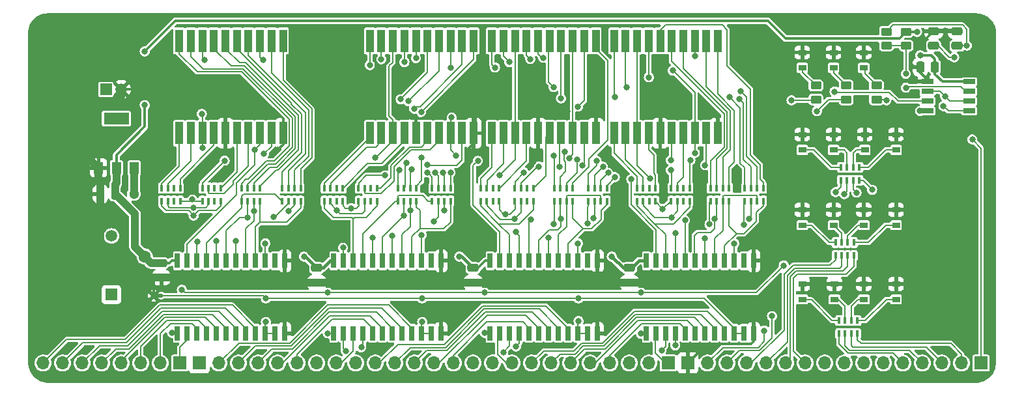
<source format=gtl>
%TF.GenerationSoftware,KiCad,Pcbnew,8.0.4*%
%TF.CreationDate,2024-08-08T15:11:11+02:00*%
%TF.ProjectId,W65C816 Debug Display,57363543-3831-4362-9044-656275672044,V1*%
%TF.SameCoordinates,PX2b4c984PY5781bbc*%
%TF.FileFunction,Copper,L1,Top*%
%TF.FilePolarity,Positive*%
%FSLAX46Y46*%
G04 Gerber Fmt 4.6, Leading zero omitted, Abs format (unit mm)*
G04 Created by KiCad (PCBNEW 8.0.4) date 2024-08-08 15:11:11*
%MOMM*%
%LPD*%
G01*
G04 APERTURE LIST*
G04 Aperture macros list*
%AMRoundRect*
0 Rectangle with rounded corners*
0 $1 Rounding radius*
0 $2 $3 $4 $5 $6 $7 $8 $9 X,Y pos of 4 corners*
0 Add a 4 corners polygon primitive as box body*
4,1,4,$2,$3,$4,$5,$6,$7,$8,$9,$2,$3,0*
0 Add four circle primitives for the rounded corners*
1,1,$1+$1,$2,$3*
1,1,$1+$1,$4,$5*
1,1,$1+$1,$6,$7*
1,1,$1+$1,$8,$9*
0 Add four rect primitives between the rounded corners*
20,1,$1+$1,$2,$3,$4,$5,0*
20,1,$1+$1,$4,$5,$6,$7,0*
20,1,$1+$1,$6,$7,$8,$9,0*
20,1,$1+$1,$8,$9,$2,$3,0*%
G04 Aperture macros list end*
%TA.AperFunction,EtchedComponent*%
%ADD10C,0.000000*%
%TD*%
%TA.AperFunction,SMDPad,CuDef*%
%ADD11R,0.450000X0.900000*%
%TD*%
%TA.AperFunction,SMDPad,CuDef*%
%ADD12R,1.000000X0.800000*%
%TD*%
%TA.AperFunction,SMDPad,CuDef*%
%ADD13R,1.000000X3.000000*%
%TD*%
%TA.AperFunction,SMDPad,CuDef*%
%ADD14RoundRect,0.250000X-0.475000X0.250000X-0.475000X-0.250000X0.475000X-0.250000X0.475000X0.250000X0*%
%TD*%
%TA.AperFunction,SMDPad,CuDef*%
%ADD15RoundRect,0.250000X0.450000X-0.262500X0.450000X0.262500X-0.450000X0.262500X-0.450000X-0.262500X0*%
%TD*%
%TA.AperFunction,SMDPad,CuDef*%
%ADD16R,1.550000X0.650000*%
%TD*%
%TA.AperFunction,SMDPad,CuDef*%
%ADD17C,0.500000*%
%TD*%
%TA.AperFunction,ComponentPad*%
%ADD18R,1.509000X1.509000*%
%TD*%
%TA.AperFunction,ComponentPad*%
%ADD19C,1.509000*%
%TD*%
%TA.AperFunction,SMDPad,CuDef*%
%ADD20RoundRect,0.250000X0.475000X-0.250000X0.475000X0.250000X-0.475000X0.250000X-0.475000X-0.250000X0*%
%TD*%
%TA.AperFunction,SMDPad,CuDef*%
%ADD21R,0.650000X1.925000*%
%TD*%
%TA.AperFunction,SMDPad,CuDef*%
%ADD22R,1.200000X1.500000*%
%TD*%
%TA.AperFunction,SMDPad,CuDef*%
%ADD23R,3.300000X1.500000*%
%TD*%
%TA.AperFunction,SMDPad,CuDef*%
%ADD24RoundRect,0.250000X-0.450000X0.262500X-0.450000X-0.262500X0.450000X-0.262500X0.450000X0.262500X0*%
%TD*%
%TA.AperFunction,SMDPad,CuDef*%
%ADD25RoundRect,0.250000X0.250000X0.475000X-0.250000X0.475000X-0.250000X-0.475000X0.250000X-0.475000X0*%
%TD*%
%TA.AperFunction,SMDPad,CuDef*%
%ADD26RoundRect,0.250000X-0.250000X-0.475000X0.250000X-0.475000X0.250000X0.475000X-0.250000X0.475000X0*%
%TD*%
%TA.AperFunction,ComponentPad*%
%ADD27R,1.500000X1.500000*%
%TD*%
%TA.AperFunction,ComponentPad*%
%ADD28C,1.500000*%
%TD*%
%TA.AperFunction,ComponentPad*%
%ADD29R,1.700000X1.700000*%
%TD*%
%TA.AperFunction,ComponentPad*%
%ADD30O,1.700000X1.700000*%
%TD*%
%TA.AperFunction,ViaPad*%
%ADD31C,0.800000*%
%TD*%
%TA.AperFunction,ViaPad*%
%ADD32C,1.600000*%
%TD*%
%TA.AperFunction,ViaPad*%
%ADD33C,1.300000*%
%TD*%
%TA.AperFunction,Conductor*%
%ADD34C,0.200000*%
%TD*%
%TA.AperFunction,Conductor*%
%ADD35C,0.380000*%
%TD*%
%TA.AperFunction,Conductor*%
%ADD36C,0.450000*%
%TD*%
%TA.AperFunction,Conductor*%
%ADD37C,1.000000*%
%TD*%
G04 APERTURE END LIST*
D10*
%TA.AperFunction,EtchedComponent*%
%TO.C,NT1*%
G36*
X15359000Y8513000D02*
G01*
X14359000Y8513000D01*
X14359000Y9013000D01*
X15359000Y9013000D01*
X15359000Y8513000D01*
G37*
%TD.AperFunction*%
%TD*%
D11*
%TO.P,RN4,1,R1*%
%TO.N,/Data Display/Digit 0 E Seg*%
X15417800Y21057500D03*
%TO.P,RN4,2,R2*%
%TO.N,/Data Display/Digit 0 D Seg*%
X16217800Y21057500D03*
%TO.P,RN4,3,R3*%
%TO.N,unconnected-(RN4-R3-Pad3)*%
X17017800Y21057500D03*
%TO.P,RN4,4,R4*%
%TO.N,/Data Display/Digit 0 C Seg*%
X17817800Y21057500D03*
%TO.P,RN4,5,R4*%
%TO.N,Net-(DS2-C-Seg_{(Left)})*%
X17817800Y22757500D03*
%TO.P,RN4,6,R3*%
%TO.N,unconnected-(RN4-R3-Pad6)*%
X17017800Y22757500D03*
%TO.P,RN4,7,R2*%
%TO.N,Net-(DS2-D-Seg_{(Left)})*%
X16217800Y22757500D03*
%TO.P,RN4,8,R1*%
%TO.N,Net-(DS2-E-Seg_{(Left)})*%
X15417800Y22757500D03*
%TD*%
D12*
%TO.P,LED5,1*%
%TO.N,/GND*%
X102743000Y19923800D03*
%TO.P,LED5,2*%
%TO.N,Net-(LED5-Pad2)*%
X102743000Y17923800D03*
%TD*%
D11*
%TO.P,RN11,1,R1*%
%TO.N,Net-(DS3-B-Seg_{(Right)})*%
X68846700Y22757500D03*
%TO.P,RN11,2,R2*%
%TO.N,Net-(DS3-A-Seg_{(Right)})*%
X68046700Y22757500D03*
%TO.P,RN11,3,R3*%
%TO.N,Net-(DS3-F-Seg_{(Right)})*%
X67246700Y22757500D03*
%TO.P,RN11,4,R4*%
%TO.N,Net-(DS3-G-Seg_{(Right)})*%
X66446700Y22757500D03*
%TO.P,RN11,5,R4*%
%TO.N,/High Address Display/Digit 0 G Seg*%
X66446700Y21057500D03*
%TO.P,RN11,6,R3*%
%TO.N,/High Address Display/Digit 0 F Seg*%
X67246700Y21057500D03*
%TO.P,RN11,7,R2*%
%TO.N,/High Address Display/Digit 0 A Seg*%
X68046700Y21057500D03*
%TO.P,RN11,8,R1*%
%TO.N,/High Address Display/Digit 0 B Seg*%
X68846700Y21057500D03*
%TD*%
D12*
%TO.P,LED10,1*%
%TO.N,/GND*%
X106807000Y29702800D03*
%TO.P,LED10,2*%
%TO.N,Net-(LED10-Pad2)*%
X106807000Y27702800D03*
%TD*%
D13*
%TO.P,DS3,1,E-Seg_{(Left)}*%
%TO.N,Net-(DS3-E-Seg_{(Left)})*%
X58337500Y29877500D03*
%TO.P,DS3,2,D-Seg_{(Left)}*%
%TO.N,Net-(DS3-D-Seg_{(Left)})*%
X59837500Y29877500D03*
%TO.P,DS3,3,Cathode_{(Left)}*%
%TO.N,/High Address Display/Digit L0 Cathode*%
X61337500Y29877500D03*
%TO.P,DS3,4,C-Seg_{(Left)}*%
%TO.N,Net-(DS3-C-Seg_{(Left)})*%
X62837500Y29877500D03*
%TO.P,DS3,5,Dot_{(Left)}*%
%TO.N,/GND*%
X64337500Y29877500D03*
%TO.P,DS3,6,E-Seg_{(Right)}*%
%TO.N,Net-(DS3-E-Seg_{(Right)})*%
X65837500Y29877500D03*
%TO.P,DS3,7,D-Seg_{(Right)}*%
%TO.N,Net-(DS3-D-Seg_{(Right)})*%
X67337500Y29877500D03*
%TO.P,DS3,8,Cathode_{(Right)}*%
%TO.N,/High Address Display/Digit R0 Cathode*%
X68837500Y29877500D03*
%TO.P,DS3,9,C-Seg_{(Right)}*%
%TO.N,Net-(DS3-C-Seg_{(Right)})*%
X70337500Y29877500D03*
%TO.P,DS3,10,Dot_{(Right)}*%
%TO.N,/GND*%
X71837500Y29877500D03*
%TO.P,DS3,11,B-Seg_{(Right)}*%
%TO.N,Net-(DS3-B-Seg_{(Right)})*%
X71837500Y41877500D03*
%TO.P,DS3,12,A-Seg_{(Right)}*%
%TO.N,Net-(DS3-A-Seg_{(Right)})*%
X70337500Y41877500D03*
%TO.P,DS3,13,Cathode_{(Right)}*%
%TO.N,/High Address Display/Digit R0 Cathode*%
X68837500Y41877500D03*
%TO.P,DS3,14,F-Seg_{(Right)}*%
%TO.N,Net-(DS3-F-Seg_{(Right)})*%
X67337500Y41877500D03*
%TO.P,DS3,15,G-Seg_{(Right)}*%
%TO.N,Net-(DS3-G-Seg_{(Right)})*%
X65837500Y41877500D03*
%TO.P,DS3,16,B-Seg_{(Left)}*%
%TO.N,Net-(DS3-B-Seg_{(Left)})*%
X64337500Y41877500D03*
%TO.P,DS3,17,A-Seg_{(Left)}*%
%TO.N,Net-(DS3-A-Seg_{(Left)})*%
X62837500Y41877500D03*
%TO.P,DS3,18,Cathode_{(Left)}*%
%TO.N,/High Address Display/Digit L0 Cathode*%
X61337500Y41877500D03*
%TO.P,DS3,19,F-Seg_{(Left)}*%
%TO.N,Net-(DS3-F-Seg_{(Left)})*%
X59837500Y41877500D03*
%TO.P,DS3,20,G-Seg_{(Left)}*%
%TO.N,Net-(DS3-G-Seg_{(Left)})*%
X58337500Y41877500D03*
%TD*%
D11*
%TO.P,RN8,1,R1*%
%TO.N,/High Address Display/Digit 0 E Seg*%
X56883300Y21057500D03*
%TO.P,RN8,2,R2*%
%TO.N,/High Address Display/Digit 0 D Seg*%
X57683300Y21057500D03*
%TO.P,RN8,3,R3*%
%TO.N,unconnected-(RN8-R3-Pad3)*%
X58483300Y21057500D03*
%TO.P,RN8,4,R4*%
%TO.N,/High Address Display/Digit 0 C Seg*%
X59283300Y21057500D03*
%TO.P,RN8,5,R4*%
%TO.N,Net-(DS3-C-Seg_{(Left)})*%
X59283300Y22757500D03*
%TO.P,RN8,6,R3*%
%TO.N,unconnected-(RN8-R3-Pad6)*%
X58483300Y22757500D03*
%TO.P,RN8,7,R2*%
%TO.N,Net-(DS3-D-Seg_{(Left)})*%
X57683300Y22757500D03*
%TO.P,RN8,8,R1*%
%TO.N,Net-(DS3-E-Seg_{(Left)})*%
X56883300Y22757500D03*
%TD*%
D12*
%TO.P,LED11,1*%
%TO.N,/GND*%
X110871000Y29702800D03*
%TO.P,LED11,2*%
%TO.N,Net-(LED11-Pad2)*%
X110871000Y27702800D03*
%TD*%
D14*
%TO.P,C31,1*%
%TO.N,/5V*%
X76200000Y12364000D03*
%TO.P,C31,2*%
%TO.N,/GND*%
X76200000Y10464000D03*
%TD*%
D15*
%TO.P,R5,1*%
%TO.N,Net-(IC10-DISCH)*%
X112188121Y41251500D03*
%TO.P,R5,2*%
%TO.N,/5V*%
X112188121Y43076500D03*
%TD*%
D16*
%TO.P,IC10,1,GND*%
%TO.N,/GND*%
X114934121Y36576000D03*
%TO.P,IC10,2,TRIG*%
%TO.N,Net-(IC10-THRES)*%
X114934121Y35306000D03*
%TO.P,IC10,3,OUT*%
%TO.N,/300Hz*%
X114934121Y34036000D03*
%TO.P,IC10,4,RESET*%
%TO.N,/5V*%
X114934121Y32766000D03*
%TO.P,IC10,5,CONT*%
%TO.N,Net-(IC10-CONT)*%
X120384121Y32766000D03*
%TO.P,IC10,6,THRES*%
%TO.N,Net-(IC10-THRES)*%
X120384121Y34036000D03*
%TO.P,IC10,7,DISCH*%
%TO.N,Net-(IC10-DISCH)*%
X120384121Y35306000D03*
%TO.P,IC10,8,VCC*%
%TO.N,/5V*%
X120384121Y36576000D03*
%TD*%
D17*
%TO.P,NT1,1,1*%
%TO.N,/~{LED Enable}*%
X15359000Y8763000D03*
%TO.P,NT1,2,2*%
%TO.N,/GND*%
X14359000Y8763000D03*
%TD*%
D13*
%TO.P,DS2,1,E-Seg_{(Left)}*%
%TO.N,Net-(DS2-E-Seg_{(Left)})*%
X17697500Y29877500D03*
%TO.P,DS2,2,D-Seg_{(Left)}*%
%TO.N,Net-(DS2-D-Seg_{(Left)})*%
X19197500Y29877500D03*
%TO.P,DS2,3,Cathode_{(Left)}*%
%TO.N,/Data Display/Digit L0 Cathode*%
X20697500Y29877500D03*
%TO.P,DS2,4,C-Seg_{(Left)}*%
%TO.N,Net-(DS2-C-Seg_{(Left)})*%
X22197500Y29877500D03*
%TO.P,DS2,5,Dot_{(Left)}*%
%TO.N,/GND*%
X23697500Y29877500D03*
%TO.P,DS2,6,E-Seg_{(Right)}*%
%TO.N,Net-(DS2-E-Seg_{(Right)})*%
X25197500Y29877500D03*
%TO.P,DS2,7,D-Seg_{(Right)}*%
%TO.N,Net-(DS2-D-Seg_{(Right)})*%
X26697500Y29877500D03*
%TO.P,DS2,8,Cathode_{(Right)}*%
%TO.N,/Data Display/Digit R0 Cathode*%
X28197500Y29877500D03*
%TO.P,DS2,9,C-Seg_{(Right)}*%
%TO.N,Net-(DS2-C-Seg_{(Right)})*%
X29697500Y29877500D03*
%TO.P,DS2,10,Dot_{(Right)}*%
%TO.N,/GND*%
X31197500Y29877500D03*
%TO.P,DS2,11,B-Seg_{(Right)}*%
%TO.N,Net-(DS2-B-Seg_{(Right)})*%
X31197500Y41877500D03*
%TO.P,DS2,12,A-Seg_{(Right)}*%
%TO.N,Net-(DS2-A-Seg_{(Right)})*%
X29697500Y41877500D03*
%TO.P,DS2,13,Cathode_{(Right)}*%
%TO.N,/Data Display/Digit R0 Cathode*%
X28197500Y41877500D03*
%TO.P,DS2,14,F-Seg_{(Right)}*%
%TO.N,Net-(DS2-F-Seg_{(Right)})*%
X26697500Y41877500D03*
%TO.P,DS2,15,G-Seg_{(Right)}*%
%TO.N,Net-(DS2-G-Seg_{(Right)})*%
X25197500Y41877500D03*
%TO.P,DS2,16,B-Seg_{(Left)}*%
%TO.N,Net-(DS2-B-Seg_{(Left)})*%
X23697500Y41877500D03*
%TO.P,DS2,17,A-Seg_{(Left)}*%
%TO.N,Net-(DS2-A-Seg_{(Left)})*%
X22197500Y41877500D03*
%TO.P,DS2,18,Cathode_{(Left)}*%
%TO.N,/Data Display/Digit L0 Cathode*%
X20697500Y41877500D03*
%TO.P,DS2,19,F-Seg_{(Left)}*%
%TO.N,Net-(DS2-F-Seg_{(Left)})*%
X19197500Y41877500D03*
%TO.P,DS2,20,G-Seg_{(Left)}*%
%TO.N,Net-(DS2-G-Seg_{(Left)})*%
X17697500Y41877500D03*
%TD*%
D18*
%TO.P,S1,1,COM*%
%TO.N,/12V*%
X8890000Y8890000D03*
D19*
%TO.P,S1,2,NO*%
%TO.N,Net-(IC1-15VIn)*%
X8890000Y16510000D03*
%TD*%
D14*
%TO.P,C37,1*%
%TO.N,/5V*%
X55880000Y12364000D03*
%TO.P,C37,2*%
%TO.N,/GND*%
X55880000Y10464000D03*
%TD*%
D12*
%TO.P,LED9,1*%
%TO.N,/GND*%
X102743000Y29702800D03*
%TO.P,LED9,2*%
%TO.N,Net-(LED9-Pad2)*%
X102743000Y27702800D03*
%TD*%
D20*
%TO.P,C7,1*%
%TO.N,Net-(IC10-THRES)*%
X118802121Y41230000D03*
%TO.P,C7,2*%
%TO.N,/GND*%
X118802121Y43130000D03*
%TD*%
D12*
%TO.P,LED13,1*%
%TO.N,/GND*%
X102870000Y10271800D03*
%TO.P,LED13,2*%
%TO.N,Net-(LED13-Pad2)*%
X102870000Y8271800D03*
%TD*%
D11*
%TO.P,RN10,1,R1*%
%TO.N,Net-(DS3-B-Seg_{(Left)})*%
X73291700Y22757500D03*
%TO.P,RN10,2,R2*%
%TO.N,Net-(DS3-A-Seg_{(Left)})*%
X72491700Y22757500D03*
%TO.P,RN10,3,R3*%
%TO.N,Net-(DS3-F-Seg_{(Left)})*%
X71691700Y22757500D03*
%TO.P,RN10,4,R4*%
%TO.N,Net-(DS3-G-Seg_{(Left)})*%
X70891700Y22757500D03*
%TO.P,RN10,5,R4*%
%TO.N,/High Address Display/Digit 0 G Seg*%
X70891700Y21057500D03*
%TO.P,RN10,6,R3*%
%TO.N,/High Address Display/Digit 0 F Seg*%
X71691700Y21057500D03*
%TO.P,RN10,7,R2*%
%TO.N,/High Address Display/Digit 0 A Seg*%
X72491700Y21057500D03*
%TO.P,RN10,8,R1*%
%TO.N,/High Address Display/Digit 0 B Seg*%
X73291700Y21057500D03*
%TD*%
%TO.P,RN22,1,R1*%
%TO.N,/~{IRQ}*%
X103448000Y3820000D03*
%TO.P,RN22,2,R2*%
%TO.N,/~{ML}*%
X104248000Y3820000D03*
%TO.P,RN22,3,R3*%
%TO.N,/~{NMI}*%
X105048000Y3820000D03*
%TO.P,RN22,4,R4*%
%TO.N,/VPA*%
X105848000Y3820000D03*
%TO.P,RN22,5,R4*%
%TO.N,Net-(LED15-Pad2)*%
X105848000Y5520000D03*
%TO.P,RN22,6,R3*%
%TO.N,Net-(LED14-Pad2)*%
X105048000Y5520000D03*
%TO.P,RN22,7,R2*%
%TO.N,Net-(LED13-Pad2)*%
X104248000Y5520000D03*
%TO.P,RN22,8,R1*%
%TO.N,Net-(LED12-Pad2)*%
X103448000Y5520000D03*
%TD*%
D12*
%TO.P,LED3,1*%
%TO.N,/GND*%
X102743000Y40370800D03*
%TO.P,LED3,2*%
%TO.N,Net-(LED3-Pad2)*%
X102743000Y38370800D03*
%TD*%
%TO.P,LED2,1*%
%TO.N,/GND*%
X98679000Y40370800D03*
%TO.P,LED2,2*%
%TO.N,Net-(LED2-Pad2)*%
X98679000Y38370800D03*
%TD*%
D20*
%TO.P,C8,1*%
%TO.N,Net-(IC10-CONT)*%
X115754121Y41230000D03*
%TO.P,C8,2*%
%TO.N,/GND*%
X115754121Y43130000D03*
%TD*%
D15*
%TO.P,R7,1*%
%TO.N,/PHI2*%
X100447000Y34251300D03*
%TO.P,R7,2*%
%TO.N,Net-(LED2-Pad2)*%
X100447000Y36076300D03*
%TD*%
D12*
%TO.P,LED4,1*%
%TO.N,/GND*%
X98679000Y19923800D03*
%TO.P,LED4,2*%
%TO.N,Net-(LED4-Pad2)*%
X98679000Y17923800D03*
%TD*%
D13*
%TO.P,DS5,1,E-Seg_{(Left)}*%
%TO.N,Net-(DS5-E-Seg_{(Left)})*%
X42462500Y29877500D03*
%TO.P,DS5,2,D-Seg_{(Left)}*%
%TO.N,Net-(DS5-D-Seg_{(Left)})*%
X43962500Y29877500D03*
%TO.P,DS5,3,Cathode_{(Left)}*%
%TO.N,/Bank Address Display/Digit L0 Cathode*%
X45462500Y29877500D03*
%TO.P,DS5,4,C-Seg_{(Left)}*%
%TO.N,Net-(DS5-C-Seg_{(Left)})*%
X46962500Y29877500D03*
%TO.P,DS5,5,Dot_{(Left)}*%
%TO.N,/GND*%
X48462500Y29877500D03*
%TO.P,DS5,6,E-Seg_{(Right)}*%
%TO.N,Net-(DS5-E-Seg_{(Right)})*%
X49962500Y29877500D03*
%TO.P,DS5,7,D-Seg_{(Right)}*%
%TO.N,Net-(DS5-D-Seg_{(Right)})*%
X51462500Y29877500D03*
%TO.P,DS5,8,Cathode_{(Right)}*%
%TO.N,/Bank Address Display/Digit R0 Cathode*%
X52962500Y29877500D03*
%TO.P,DS5,9,C-Seg_{(Right)}*%
%TO.N,Net-(DS5-C-Seg_{(Right)})*%
X54462500Y29877500D03*
%TO.P,DS5,10,Dot_{(Right)}*%
%TO.N,/GND*%
X55962500Y29877500D03*
%TO.P,DS5,11,B-Seg_{(Right)}*%
%TO.N,Net-(DS5-B-Seg_{(Right)})*%
X55962500Y41877500D03*
%TO.P,DS5,12,A-Seg_{(Right)}*%
%TO.N,Net-(DS5-A-Seg_{(Right)})*%
X54462500Y41877500D03*
%TO.P,DS5,13,Cathode_{(Right)}*%
%TO.N,/Bank Address Display/Digit R0 Cathode*%
X52962500Y41877500D03*
%TO.P,DS5,14,F-Seg_{(Right)}*%
%TO.N,Net-(DS5-F-Seg_{(Right)})*%
X51462500Y41877500D03*
%TO.P,DS5,15,G-Seg_{(Right)}*%
%TO.N,Net-(DS5-G-Seg_{(Right)})*%
X49962500Y41877500D03*
%TO.P,DS5,16,B-Seg_{(Left)}*%
%TO.N,Net-(DS5-B-Seg_{(Left)})*%
X48462500Y41877500D03*
%TO.P,DS5,17,A-Seg_{(Left)}*%
%TO.N,Net-(DS5-A-Seg_{(Left)})*%
X46962500Y41877500D03*
%TO.P,DS5,18,Cathode_{(Left)}*%
%TO.N,/Bank Address Display/Digit L0 Cathode*%
X45462500Y41877500D03*
%TO.P,DS5,19,F-Seg_{(Left)}*%
%TO.N,Net-(DS5-F-Seg_{(Left)})*%
X43962500Y41877500D03*
%TO.P,DS5,20,G-Seg_{(Left)}*%
%TO.N,Net-(DS5-G-Seg_{(Left)})*%
X42462500Y41877500D03*
%TD*%
D11*
%TO.P,RN20,1,R1*%
%TO.N,/R~{W}*%
X102990800Y13964800D03*
%TO.P,RN20,2,R2*%
%TO.N,/E*%
X103790800Y13964800D03*
%TO.P,RN20,3,R3*%
%TO.N,/M*%
X104590800Y13964800D03*
%TO.P,RN20,4,R4*%
%TO.N,/VDA*%
X105390800Y13964800D03*
%TO.P,RN20,5,R4*%
%TO.N,Net-(LED7-Pad2)*%
X105390800Y15664800D03*
%TO.P,RN20,6,R3*%
%TO.N,Net-(LED6-Pad2)*%
X104590800Y15664800D03*
%TO.P,RN20,7,R2*%
%TO.N,Net-(LED5-Pad2)*%
X103790800Y15664800D03*
%TO.P,RN20,8,R1*%
%TO.N,Net-(LED4-Pad2)*%
X102990800Y15664800D03*
%TD*%
D21*
%TO.P,IC21,1,CLK/IN*%
%TO.N,/300Hz*%
X37782500Y3860500D03*
%TO.P,IC21,2,IN0*%
%TO.N,/Addr16*%
X39052500Y3860500D03*
%TO.P,IC21,3,IN1*%
%TO.N,/Addr17*%
X40322500Y3860500D03*
%TO.P,IC21,4,IN2/PD*%
%TO.N,/Addr18*%
X41592500Y3860500D03*
%TO.P,IC21,5,IN3*%
%TO.N,/Addr19*%
X42862500Y3860500D03*
%TO.P,IC21,6,IN4*%
%TO.N,/Addr20*%
X44132500Y3860500D03*
%TO.P,IC21,7,IN5*%
%TO.N,/Addr21*%
X45402500Y3860500D03*
%TO.P,IC21,8,IN6*%
%TO.N,/Addr22*%
X46672500Y3860500D03*
%TO.P,IC21,9,IN7*%
%TO.N,/Addr23*%
X47942500Y3860500D03*
%TO.P,IC21,10,IN8*%
%TO.N,/~{LED Enable}*%
X49212500Y3860500D03*
%TO.P,IC21,11,IN9*%
X50482500Y3860500D03*
%TO.P,IC21,12,GND*%
%TO.N,/GND*%
X51752500Y3860500D03*
%TO.P,IC21,13,IN10*%
X51752500Y13284500D03*
%TO.P,IC21,14,I/O0*%
%TO.N,unconnected-(IC21-I{slash}O0-Pad14)*%
X50482500Y13284500D03*
%TO.P,IC21,15,I/O1*%
%TO.N,/Bank Address Display/Digit L0 Cathode*%
X49212500Y13284500D03*
%TO.P,IC21,16,I/O2*%
%TO.N,/Bank Address Display/Digit 0 B Seg*%
X47942500Y13284500D03*
%TO.P,IC21,17,I/O3*%
%TO.N,/Bank Address Display/Digit 0 A Seg*%
X46672500Y13284500D03*
%TO.P,IC21,18,I/O4*%
%TO.N,/Bank Address Display/Digit 0 C Seg*%
X45402500Y13284500D03*
%TO.P,IC21,19,I/O5*%
%TO.N,/Bank Address Display/Digit 0 F Seg*%
X44132500Y13284500D03*
%TO.P,IC21,20,I/O6*%
%TO.N,/Bank Address Display/Digit 0 D Seg*%
X42862500Y13284500D03*
%TO.P,IC21,21,I/O7*%
%TO.N,/Bank Address Display/Digit 0 G Seg*%
X41592500Y13284500D03*
%TO.P,IC21,22,I/O8*%
%TO.N,/Bank Address Display/Digit 0 E Seg*%
X40322500Y13284500D03*
%TO.P,IC21,23,I/O9*%
%TO.N,/Bank Address Display/Digit R0 Cathode*%
X39052500Y13284500D03*
%TO.P,IC21,24,5V*%
%TO.N,/5V*%
X37782500Y13284500D03*
%TD*%
D22*
%TO.P,IC1,1,GND*%
%TO.N,/GND*%
X7225000Y25375000D03*
%TO.P,IC1,2,5.0VOut*%
%TO.N,/5V*%
X9525000Y25375000D03*
%TO.P,IC1,3,15VIn*%
%TO.N,Net-(IC1-15VIn)*%
X11825000Y25375000D03*
D23*
%TO.P,IC1,4,N.C*%
%TO.N,unconnected-(IC1-N.C-Pad4)*%
X9525000Y31775000D03*
%TD*%
D14*
%TO.P,C33,1*%
%TO.N,/5V*%
X35560000Y12364000D03*
%TO.P,C33,2*%
%TO.N,/GND*%
X35560000Y10464000D03*
%TD*%
D12*
%TO.P,LED6,1*%
%TO.N,/GND*%
X106680000Y19923800D03*
%TO.P,LED6,2*%
%TO.N,Net-(LED6-Pad2)*%
X106680000Y17923800D03*
%TD*%
D21*
%TO.P,IC19,1,CLK/IN*%
%TO.N,/300Hz*%
X58102500Y3860500D03*
%TO.P,IC19,2,IN0*%
%TO.N,/Addr8*%
X59372500Y3860500D03*
%TO.P,IC19,3,IN1*%
%TO.N,/Addr9*%
X60642500Y3860500D03*
%TO.P,IC19,4,IN2/PD*%
%TO.N,/Addr10*%
X61912500Y3860500D03*
%TO.P,IC19,5,IN3*%
%TO.N,/Addr11*%
X63182500Y3860500D03*
%TO.P,IC19,6,IN4*%
%TO.N,/Addr12*%
X64452500Y3860500D03*
%TO.P,IC19,7,IN5*%
%TO.N,/Addr13*%
X65722500Y3860500D03*
%TO.P,IC19,8,IN6*%
%TO.N,/Addr14*%
X66992500Y3860500D03*
%TO.P,IC19,9,IN7*%
%TO.N,/Addr15*%
X68262500Y3860500D03*
%TO.P,IC19,10,IN8*%
%TO.N,/~{LED Enable}*%
X69532500Y3860500D03*
%TO.P,IC19,11,IN9*%
X70802500Y3860500D03*
%TO.P,IC19,12,GND*%
%TO.N,/GND*%
X72072500Y3860500D03*
%TO.P,IC19,13,IN10*%
X72072500Y13284500D03*
%TO.P,IC19,14,I/O0*%
%TO.N,unconnected-(IC19-I{slash}O0-Pad14)*%
X70802500Y13284500D03*
%TO.P,IC19,15,I/O1*%
%TO.N,/High Address Display/Digit L0 Cathode*%
X69532500Y13284500D03*
%TO.P,IC19,16,I/O2*%
%TO.N,/High Address Display/Digit 0 B Seg*%
X68262500Y13284500D03*
%TO.P,IC19,17,I/O3*%
%TO.N,/High Address Display/Digit 0 A Seg*%
X66992500Y13284500D03*
%TO.P,IC19,18,I/O4*%
%TO.N,/High Address Display/Digit 0 C Seg*%
X65722500Y13284500D03*
%TO.P,IC19,19,I/O5*%
%TO.N,/High Address Display/Digit 0 F Seg*%
X64452500Y13284500D03*
%TO.P,IC19,20,I/O6*%
%TO.N,/High Address Display/Digit 0 D Seg*%
X63182500Y13284500D03*
%TO.P,IC19,21,I/O7*%
%TO.N,/High Address Display/Digit 0 G Seg*%
X61912500Y13284500D03*
%TO.P,IC19,22,I/O8*%
%TO.N,/High Address Display/Digit 0 E Seg*%
X60642500Y13284500D03*
%TO.P,IC19,23,I/O9*%
%TO.N,/High Address Display/Digit R0 Cathode*%
X59372500Y13284500D03*
%TO.P,IC19,24,5V*%
%TO.N,/5V*%
X58102500Y13284500D03*
%TD*%
D12*
%TO.P,LED12,1*%
%TO.N,/GND*%
X98679000Y10271800D03*
%TO.P,LED12,2*%
%TO.N,Net-(LED12-Pad2)*%
X98679000Y8271800D03*
%TD*%
D11*
%TO.P,RN9,1,R1*%
%TO.N,/High Address Display/Digit 0 C Seg*%
X61328300Y21057500D03*
%TO.P,RN9,2,R2*%
%TO.N,/High Address Display/Digit 0 D Seg*%
X62128300Y21057500D03*
%TO.P,RN9,3,R3*%
%TO.N,unconnected-(RN9-R3-Pad3)*%
X62928300Y21057500D03*
%TO.P,RN9,4,R4*%
%TO.N,/High Address Display/Digit 0 E Seg*%
X63728300Y21057500D03*
%TO.P,RN9,5,R4*%
%TO.N,Net-(DS3-E-Seg_{(Right)})*%
X63728300Y22757500D03*
%TO.P,RN9,6,R3*%
%TO.N,unconnected-(RN9-R3-Pad6)*%
X62928300Y22757500D03*
%TO.P,RN9,7,R2*%
%TO.N,Net-(DS3-D-Seg_{(Right)})*%
X62128300Y22757500D03*
%TO.P,RN9,8,R1*%
%TO.N,Net-(DS3-C-Seg_{(Right)})*%
X61328300Y22757500D03*
%TD*%
%TO.P,RN18,1,R1*%
%TO.N,Net-(DS5-B-Seg_{(Left)})*%
X52971700Y22757500D03*
%TO.P,RN18,2,R2*%
%TO.N,Net-(DS5-A-Seg_{(Left)})*%
X52171700Y22757500D03*
%TO.P,RN18,3,R3*%
%TO.N,Net-(DS5-F-Seg_{(Left)})*%
X51371700Y22757500D03*
%TO.P,RN18,4,R4*%
%TO.N,Net-(DS5-G-Seg_{(Left)})*%
X50571700Y22757500D03*
%TO.P,RN18,5,R4*%
%TO.N,/Bank Address Display/Digit 0 G Seg*%
X50571700Y21057500D03*
%TO.P,RN18,6,R3*%
%TO.N,/Bank Address Display/Digit 0 F Seg*%
X51371700Y21057500D03*
%TO.P,RN18,7,R2*%
%TO.N,/Bank Address Display/Digit 0 A Seg*%
X52171700Y21057500D03*
%TO.P,RN18,8,R1*%
%TO.N,/Bank Address Display/Digit 0 B Seg*%
X52971700Y21057500D03*
%TD*%
D15*
%TO.P,R8,1*%
%TO.N,/BE*%
X104384000Y34251300D03*
%TO.P,R8,2*%
%TO.N,Net-(LED3-Pad2)*%
X104384000Y36076300D03*
%TD*%
D11*
%TO.P,RN16,1,R1*%
%TO.N,/Bank Address Display/Digit 0 E Seg*%
X36563300Y21057500D03*
%TO.P,RN16,2,R2*%
%TO.N,/Bank Address Display/Digit 0 D Seg*%
X37363300Y21057500D03*
%TO.P,RN16,3,R3*%
%TO.N,unconnected-(RN16-R3-Pad3)*%
X38163300Y21057500D03*
%TO.P,RN16,4,R4*%
%TO.N,/Bank Address Display/Digit 0 C Seg*%
X38963300Y21057500D03*
%TO.P,RN16,5,R4*%
%TO.N,Net-(DS5-C-Seg_{(Left)})*%
X38963300Y22757500D03*
%TO.P,RN16,6,R3*%
%TO.N,unconnected-(RN16-R3-Pad6)*%
X38163300Y22757500D03*
%TO.P,RN16,7,R2*%
%TO.N,Net-(DS5-D-Seg_{(Left)})*%
X37363300Y22757500D03*
%TO.P,RN16,8,R1*%
%TO.N,Net-(DS5-E-Seg_{(Left)})*%
X36563300Y22757500D03*
%TD*%
D15*
%TO.P,R1,1*%
%TO.N,/X*%
X108321000Y34251300D03*
%TO.P,R1,2*%
%TO.N,Net-(LED1-Pad2)*%
X108321000Y36076300D03*
%TD*%
D11*
%TO.P,RN21,1,R1*%
%TO.N,/~{RES}*%
X103702000Y23743800D03*
%TO.P,RN21,2,R2*%
%TO.N,/~{VP}*%
X104502000Y23743800D03*
%TO.P,RN21,3,R3*%
%TO.N,/RDY*%
X105302000Y23743800D03*
%TO.P,RN21,4,R4*%
%TO.N,/~{ABORT}*%
X106102000Y23743800D03*
%TO.P,RN21,5,R4*%
%TO.N,Net-(LED11-Pad2)*%
X106102000Y25443800D03*
%TO.P,RN21,6,R3*%
%TO.N,Net-(LED10-Pad2)*%
X105302000Y25443800D03*
%TO.P,RN21,7,R2*%
%TO.N,Net-(LED9-Pad2)*%
X104502000Y25443800D03*
%TO.P,RN21,8,R1*%
%TO.N,Net-(LED8-Pad2)*%
X103702000Y25443800D03*
%TD*%
D12*
%TO.P,LED1,1*%
%TO.N,/GND*%
X106680000Y40370800D03*
%TO.P,LED1,2*%
%TO.N,Net-(LED1-Pad2)*%
X106680000Y38370800D03*
%TD*%
D11*
%TO.P,RN15,1,R1*%
%TO.N,Net-(DS4-B-Seg_{(Right)})*%
X89166700Y22757500D03*
%TO.P,RN15,2,R2*%
%TO.N,Net-(DS4-A-Seg_{(Right)})*%
X88366700Y22757500D03*
%TO.P,RN15,3,R3*%
%TO.N,Net-(DS4-F-Seg_{(Right)})*%
X87566700Y22757500D03*
%TO.P,RN15,4,R4*%
%TO.N,Net-(DS4-G-Seg_{(Right)})*%
X86766700Y22757500D03*
%TO.P,RN15,5,R4*%
%TO.N,/Low Address Display/Digit 0 G Seg*%
X86766700Y21057500D03*
%TO.P,RN15,6,R3*%
%TO.N,/Low Address Display/Digit 0 F Seg*%
X87566700Y21057500D03*
%TO.P,RN15,7,R2*%
%TO.N,/Low Address Display/Digit 0 A Seg*%
X88366700Y21057500D03*
%TO.P,RN15,8,R1*%
%TO.N,/Low Address Display/Digit 0 B Seg*%
X89166700Y21057500D03*
%TD*%
%TO.P,RN13,1,R1*%
%TO.N,/Low Address Display/Digit 0 C Seg*%
X81648300Y21057500D03*
%TO.P,RN13,2,R2*%
%TO.N,/Low Address Display/Digit 0 D Seg*%
X82448300Y21057500D03*
%TO.P,RN13,3,R3*%
%TO.N,unconnected-(RN13-R3-Pad3)*%
X83248300Y21057500D03*
%TO.P,RN13,4,R4*%
%TO.N,/Low Address Display/Digit 0 E Seg*%
X84048300Y21057500D03*
%TO.P,RN13,5,R4*%
%TO.N,Net-(DS4-E-Seg_{(Right)})*%
X84048300Y22757500D03*
%TO.P,RN13,6,R3*%
%TO.N,unconnected-(RN13-R3-Pad6)*%
X83248300Y22757500D03*
%TO.P,RN13,7,R2*%
%TO.N,Net-(DS4-D-Seg_{(Right)})*%
X82448300Y22757500D03*
%TO.P,RN13,8,R1*%
%TO.N,Net-(DS4-C-Seg_{(Right)})*%
X81648300Y22757500D03*
%TD*%
%TO.P,RN17,1,R1*%
%TO.N,/Bank Address Display/Digit 0 C Seg*%
X41008300Y21057500D03*
%TO.P,RN17,2,R2*%
%TO.N,/Bank Address Display/Digit 0 D Seg*%
X41808300Y21057500D03*
%TO.P,RN17,3,R3*%
%TO.N,unconnected-(RN17-R3-Pad3)*%
X42608300Y21057500D03*
%TO.P,RN17,4,R4*%
%TO.N,/Bank Address Display/Digit 0 E Seg*%
X43408300Y21057500D03*
%TO.P,RN17,5,R4*%
%TO.N,Net-(DS5-E-Seg_{(Right)})*%
X43408300Y22757500D03*
%TO.P,RN17,6,R3*%
%TO.N,unconnected-(RN17-R3-Pad6)*%
X42608300Y22757500D03*
%TO.P,RN17,7,R2*%
%TO.N,Net-(DS5-D-Seg_{(Right)})*%
X41808300Y22757500D03*
%TO.P,RN17,8,R1*%
%TO.N,Net-(DS5-C-Seg_{(Right)})*%
X41008300Y22757500D03*
%TD*%
D24*
%TO.P,R4,1*%
%TO.N,Net-(IC10-THRES)*%
X109611000Y43076500D03*
%TO.P,R4,2*%
%TO.N,Net-(IC10-DISCH)*%
X109611000Y41251500D03*
%TD*%
D11*
%TO.P,RN19,1,R1*%
%TO.N,Net-(DS5-B-Seg_{(Right)})*%
X48526700Y22757500D03*
%TO.P,RN19,2,R2*%
%TO.N,Net-(DS5-A-Seg_{(Right)})*%
X47726700Y22757500D03*
%TO.P,RN19,3,R3*%
%TO.N,Net-(DS5-F-Seg_{(Right)})*%
X46926700Y22757500D03*
%TO.P,RN19,4,R4*%
%TO.N,Net-(DS5-G-Seg_{(Right)})*%
X46126700Y22757500D03*
%TO.P,RN19,5,R4*%
%TO.N,/Bank Address Display/Digit 0 G Seg*%
X46126700Y21057500D03*
%TO.P,RN19,6,R3*%
%TO.N,/Bank Address Display/Digit 0 F Seg*%
X46926700Y21057500D03*
%TO.P,RN19,7,R2*%
%TO.N,/Bank Address Display/Digit 0 A Seg*%
X47726700Y21057500D03*
%TO.P,RN19,8,R1*%
%TO.N,/Bank Address Display/Digit 0 B Seg*%
X48526700Y21057500D03*
%TD*%
D12*
%TO.P,LED15,1*%
%TO.N,/GND*%
X110871000Y10271800D03*
%TO.P,LED15,2*%
%TO.N,Net-(LED15-Pad2)*%
X110871000Y8271800D03*
%TD*%
%TO.P,LED7,1*%
%TO.N,/GND*%
X110871000Y19923800D03*
%TO.P,LED7,2*%
%TO.N,Net-(LED7-Pad2)*%
X110871000Y17923800D03*
%TD*%
%TO.P,LED8,1*%
%TO.N,/GND*%
X98679000Y29702800D03*
%TO.P,LED8,2*%
%TO.N,Net-(LED8-Pad2)*%
X98679000Y27702800D03*
%TD*%
D11*
%TO.P,RN12,1,R1*%
%TO.N,/Low Address Display/Digit 0 E Seg*%
X77203300Y21057500D03*
%TO.P,RN12,2,R2*%
%TO.N,/Low Address Display/Digit 0 D Seg*%
X78003300Y21057500D03*
%TO.P,RN12,3,R3*%
%TO.N,unconnected-(RN12-R3-Pad3)*%
X78803300Y21057500D03*
%TO.P,RN12,4,R4*%
%TO.N,/Low Address Display/Digit 0 C Seg*%
X79603300Y21057500D03*
%TO.P,RN12,5,R4*%
%TO.N,Net-(DS4-C-Seg_{(Left)})*%
X79603300Y22757500D03*
%TO.P,RN12,6,R3*%
%TO.N,unconnected-(RN12-R3-Pad6)*%
X78803300Y22757500D03*
%TO.P,RN12,7,R2*%
%TO.N,Net-(DS4-D-Seg_{(Left)})*%
X78003300Y22757500D03*
%TO.P,RN12,8,R1*%
%TO.N,Net-(DS4-E-Seg_{(Left)})*%
X77203300Y22757500D03*
%TD*%
%TO.P,RN5,1,R1*%
%TO.N,/Data Display/Digit 0 C Seg*%
X20693300Y21057500D03*
%TO.P,RN5,2,R2*%
%TO.N,/Data Display/Digit 0 D Seg*%
X21493300Y21057500D03*
%TO.P,RN5,3,R3*%
%TO.N,unconnected-(RN5-R3-Pad3)*%
X22293300Y21057500D03*
%TO.P,RN5,4,R4*%
%TO.N,/Data Display/Digit 0 E Seg*%
X23093300Y21057500D03*
%TO.P,RN5,5,R4*%
%TO.N,Net-(DS2-E-Seg_{(Right)})*%
X23093300Y22757500D03*
%TO.P,RN5,6,R3*%
%TO.N,unconnected-(RN5-R3-Pad6)*%
X22293300Y22757500D03*
%TO.P,RN5,7,R2*%
%TO.N,Net-(DS2-D-Seg_{(Right)})*%
X21493300Y22757500D03*
%TO.P,RN5,8,R1*%
%TO.N,Net-(DS2-C-Seg_{(Right)})*%
X20693300Y22757500D03*
%TD*%
%TO.P,RN14,1,R1*%
%TO.N,Net-(DS4-B-Seg_{(Left)})*%
X93611700Y22757500D03*
%TO.P,RN14,2,R2*%
%TO.N,Net-(DS4-A-Seg_{(Left)})*%
X92811700Y22757500D03*
%TO.P,RN14,3,R3*%
%TO.N,Net-(DS4-F-Seg_{(Left)})*%
X92011700Y22757500D03*
%TO.P,RN14,4,R4*%
%TO.N,Net-(DS4-G-Seg_{(Left)})*%
X91211700Y22757500D03*
%TO.P,RN14,5,R4*%
%TO.N,/Low Address Display/Digit 0 G Seg*%
X91211700Y21057500D03*
%TO.P,RN14,6,R3*%
%TO.N,/Low Address Display/Digit 0 F Seg*%
X92011700Y21057500D03*
%TO.P,RN14,7,R2*%
%TO.N,/Low Address Display/Digit 0 A Seg*%
X92811700Y21057500D03*
%TO.P,RN14,8,R1*%
%TO.N,/Low Address Display/Digit 0 B Seg*%
X93611700Y21057500D03*
%TD*%
D21*
%TO.P,IC20,1,CLK/IN*%
%TO.N,/300Hz*%
X78422500Y3860500D03*
%TO.P,IC20,2,IN0*%
%TO.N,/Addr0*%
X79692500Y3860500D03*
%TO.P,IC20,3,IN1*%
%TO.N,/Addr1*%
X80962500Y3860500D03*
%TO.P,IC20,4,IN2/PD*%
%TO.N,/Addr2*%
X82232500Y3860500D03*
%TO.P,IC20,5,IN3*%
%TO.N,/Addr3*%
X83502500Y3860500D03*
%TO.P,IC20,6,IN4*%
%TO.N,/Addr4*%
X84772500Y3860500D03*
%TO.P,IC20,7,IN5*%
%TO.N,/Addr5*%
X86042500Y3860500D03*
%TO.P,IC20,8,IN6*%
%TO.N,/Addr6*%
X87312500Y3860500D03*
%TO.P,IC20,9,IN7*%
%TO.N,/Addr7*%
X88582500Y3860500D03*
%TO.P,IC20,10,IN8*%
%TO.N,/~{LED Enable}*%
X89852500Y3860500D03*
%TO.P,IC20,11,IN9*%
X91122500Y3860500D03*
%TO.P,IC20,12,GND*%
%TO.N,/GND*%
X92392500Y3860500D03*
%TO.P,IC20,13,IN10*%
X92392500Y13284500D03*
%TO.P,IC20,14,I/O0*%
%TO.N,unconnected-(IC20-I{slash}O0-Pad14)*%
X91122500Y13284500D03*
%TO.P,IC20,15,I/O1*%
%TO.N,/Low Address Display/Digit L0 Cathode*%
X89852500Y13284500D03*
%TO.P,IC20,16,I/O2*%
%TO.N,/Low Address Display/Digit 0 B Seg*%
X88582500Y13284500D03*
%TO.P,IC20,17,I/O3*%
%TO.N,/Low Address Display/Digit 0 A Seg*%
X87312500Y13284500D03*
%TO.P,IC20,18,I/O4*%
%TO.N,/Low Address Display/Digit 0 C Seg*%
X86042500Y13284500D03*
%TO.P,IC20,19,I/O5*%
%TO.N,/Low Address Display/Digit 0 F Seg*%
X84772500Y13284500D03*
%TO.P,IC20,20,I/O6*%
%TO.N,/Low Address Display/Digit 0 D Seg*%
X83502500Y13284500D03*
%TO.P,IC20,21,I/O7*%
%TO.N,/Low Address Display/Digit 0 G Seg*%
X82232500Y13284500D03*
%TO.P,IC20,22,I/O8*%
%TO.N,/Low Address Display/Digit 0 E Seg*%
X80962500Y13284500D03*
%TO.P,IC20,23,I/O9*%
%TO.N,/Low Address Display/Digit R0 Cathode*%
X79692500Y13284500D03*
%TO.P,IC20,24,5V*%
%TO.N,/5V*%
X78422500Y13284500D03*
%TD*%
D25*
%TO.P,C24,1*%
%TO.N,/5V*%
X115926121Y38481000D03*
%TO.P,C24,2*%
%TO.N,/GND*%
X114026121Y38481000D03*
%TD*%
D11*
%TO.P,RN6,1,R1*%
%TO.N,Net-(DS2-B-Seg_{(Left)})*%
X28206700Y22757500D03*
%TO.P,RN6,2,R2*%
%TO.N,Net-(DS2-A-Seg_{(Left)})*%
X27406700Y22757500D03*
%TO.P,RN6,3,R3*%
%TO.N,Net-(DS2-F-Seg_{(Left)})*%
X26606700Y22757500D03*
%TO.P,RN6,4,R4*%
%TO.N,Net-(DS2-G-Seg_{(Left)})*%
X25806700Y22757500D03*
%TO.P,RN6,5,R4*%
%TO.N,/Data Display/Digit 0 G Seg*%
X25806700Y21057500D03*
%TO.P,RN6,6,R3*%
%TO.N,/Data Display/Digit 0 F Seg*%
X26606700Y21057500D03*
%TO.P,RN6,7,R2*%
%TO.N,/Data Display/Digit 0 A Seg*%
X27406700Y21057500D03*
%TO.P,RN6,8,R1*%
%TO.N,/Data Display/Digit 0 B Seg*%
X28206700Y21057500D03*
%TD*%
D26*
%TO.P,C2,1*%
%TO.N,/GND*%
X7448000Y21971000D03*
%TO.P,C2,2*%
%TO.N,/5V*%
X9348000Y21971000D03*
%TD*%
D21*
%TO.P,IC18,1,CLK/IN*%
%TO.N,/300Hz*%
X17462500Y3860500D03*
%TO.P,IC18,2,IN0*%
%TO.N,/Data0*%
X18732500Y3860500D03*
%TO.P,IC18,3,IN1*%
%TO.N,/Data1*%
X20002500Y3860500D03*
%TO.P,IC18,4,IN2/PD*%
%TO.N,/Data2*%
X21272500Y3860500D03*
%TO.P,IC18,5,IN3*%
%TO.N,/Data3*%
X22542500Y3860500D03*
%TO.P,IC18,6,IN4*%
%TO.N,/Data4*%
X23812500Y3860500D03*
%TO.P,IC18,7,IN5*%
%TO.N,/Data5*%
X25082500Y3860500D03*
%TO.P,IC18,8,IN6*%
%TO.N,/Data6*%
X26352500Y3860500D03*
%TO.P,IC18,9,IN7*%
%TO.N,/Data7*%
X27622500Y3860500D03*
%TO.P,IC18,10,IN8*%
%TO.N,/~{LED Enable}*%
X28892500Y3860500D03*
%TO.P,IC18,11,IN9*%
X30162500Y3860500D03*
%TO.P,IC18,12,GND*%
%TO.N,/GND*%
X31432500Y3860500D03*
%TO.P,IC18,13,IN10*%
X31432500Y13284500D03*
%TO.P,IC18,14,I/O0*%
%TO.N,unconnected-(IC18-I{slash}O0-Pad14)*%
X30162500Y13284500D03*
%TO.P,IC18,15,I/O1*%
%TO.N,/Data Display/Digit L0 Cathode*%
X28892500Y13284500D03*
%TO.P,IC18,16,I/O2*%
%TO.N,/Data Display/Digit 0 B Seg*%
X27622500Y13284500D03*
%TO.P,IC18,17,I/O3*%
%TO.N,/Data Display/Digit 0 A Seg*%
X26352500Y13284500D03*
%TO.P,IC18,18,I/O4*%
%TO.N,/Data Display/Digit 0 C Seg*%
X25082500Y13284500D03*
%TO.P,IC18,19,I/O5*%
%TO.N,/Data Display/Digit 0 F Seg*%
X23812500Y13284500D03*
%TO.P,IC18,20,I/O6*%
%TO.N,/Data Display/Digit 0 D Seg*%
X22542500Y13284500D03*
%TO.P,IC18,21,I/O7*%
%TO.N,/Data Display/Digit 0 G Seg*%
X21272500Y13284500D03*
%TO.P,IC18,22,I/O8*%
%TO.N,/Data Display/Digit 0 E Seg*%
X20002500Y13284500D03*
%TO.P,IC18,23,I/O9*%
%TO.N,/Data Display/Digit R0 Cathode*%
X18732500Y13284500D03*
%TO.P,IC18,24,5V*%
%TO.N,/5V*%
X17462500Y13284500D03*
%TD*%
D12*
%TO.P,LED14,1*%
%TO.N,/GND*%
X106680000Y10271800D03*
%TO.P,LED14,2*%
%TO.N,Net-(LED14-Pad2)*%
X106680000Y8271800D03*
%TD*%
D14*
%TO.P,C35,1*%
%TO.N,/5V*%
X15367000Y12999000D03*
%TO.P,C35,2*%
%TO.N,/GND*%
X15367000Y11099000D03*
%TD*%
D27*
%TO.P,C3,1*%
%TO.N,Net-(IC1-15VIn)*%
X8160000Y35560000D03*
D28*
%TO.P,C3,2*%
%TO.N,/GND*%
X10160000Y35560000D03*
%TD*%
D11*
%TO.P,RN7,1,R1*%
%TO.N,Net-(DS2-B-Seg_{(Right)})*%
X33477200Y22757500D03*
%TO.P,RN7,2,R2*%
%TO.N,Net-(DS2-A-Seg_{(Right)})*%
X32677200Y22757500D03*
%TO.P,RN7,3,R3*%
%TO.N,Net-(DS2-F-Seg_{(Right)})*%
X31877200Y22757500D03*
%TO.P,RN7,4,R4*%
%TO.N,Net-(DS2-G-Seg_{(Right)})*%
X31077200Y22757500D03*
%TO.P,RN7,5,R4*%
%TO.N,/Data Display/Digit 0 G Seg*%
X31077200Y21057500D03*
%TO.P,RN7,6,R3*%
%TO.N,/Data Display/Digit 0 F Seg*%
X31877200Y21057500D03*
%TO.P,RN7,7,R2*%
%TO.N,/Data Display/Digit 0 A Seg*%
X32677200Y21057500D03*
%TO.P,RN7,8,R1*%
%TO.N,/Data Display/Digit 0 B Seg*%
X33477200Y21057500D03*
%TD*%
D13*
%TO.P,DS4,1,E-Seg_{(Left)}*%
%TO.N,Net-(DS4-E-Seg_{(Left)})*%
X74212500Y29877500D03*
%TO.P,DS4,2,D-Seg_{(Left)}*%
%TO.N,Net-(DS4-D-Seg_{(Left)})*%
X75712500Y29877500D03*
%TO.P,DS4,3,Cathode_{(Left)}*%
%TO.N,/Low Address Display/Digit L0 Cathode*%
X77212500Y29877500D03*
%TO.P,DS4,4,C-Seg_{(Left)}*%
%TO.N,Net-(DS4-C-Seg_{(Left)})*%
X78712500Y29877500D03*
%TO.P,DS4,5,Dot_{(Left)}*%
%TO.N,/GND*%
X80212500Y29877500D03*
%TO.P,DS4,6,E-Seg_{(Right)}*%
%TO.N,Net-(DS4-E-Seg_{(Right)})*%
X81712500Y29877500D03*
%TO.P,DS4,7,D-Seg_{(Right)}*%
%TO.N,Net-(DS4-D-Seg_{(Right)})*%
X83212500Y29877500D03*
%TO.P,DS4,8,Cathode_{(Right)}*%
%TO.N,/Low Address Display/Digit R0 Cathode*%
X84712500Y29877500D03*
%TO.P,DS4,9,C-Seg_{(Right)}*%
%TO.N,Net-(DS4-C-Seg_{(Right)})*%
X86212500Y29877500D03*
%TO.P,DS4,10,Dot_{(Right)}*%
%TO.N,/GND*%
X87712500Y29877500D03*
%TO.P,DS4,11,B-Seg_{(Right)}*%
%TO.N,Net-(DS4-B-Seg_{(Right)})*%
X87712500Y41877500D03*
%TO.P,DS4,12,A-Seg_{(Right)}*%
%TO.N,Net-(DS4-A-Seg_{(Right)})*%
X86212500Y41877500D03*
%TO.P,DS4,13,Cathode_{(Right)}*%
%TO.N,/Low Address Display/Digit R0 Cathode*%
X84712500Y41877500D03*
%TO.P,DS4,14,F-Seg_{(Right)}*%
%TO.N,Net-(DS4-F-Seg_{(Right)})*%
X83212500Y41877500D03*
%TO.P,DS4,15,G-Seg_{(Right)}*%
%TO.N,Net-(DS4-G-Seg_{(Right)})*%
X81712500Y41877500D03*
%TO.P,DS4,16,B-Seg_{(Left)}*%
%TO.N,Net-(DS4-B-Seg_{(Left)})*%
X80212500Y41877500D03*
%TO.P,DS4,17,A-Seg_{(Left)}*%
%TO.N,Net-(DS4-A-Seg_{(Left)})*%
X78712500Y41877500D03*
%TO.P,DS4,18,Cathode_{(Left)}*%
%TO.N,/Low Address Display/Digit L0 Cathode*%
X77212500Y41877500D03*
%TO.P,DS4,19,F-Seg_{(Left)}*%
%TO.N,Net-(DS4-F-Seg_{(Left)})*%
X75712500Y41877500D03*
%TO.P,DS4,20,G-Seg_{(Left)}*%
%TO.N,Net-(DS4-G-Seg_{(Left)})*%
X74212500Y41877500D03*
%TD*%
D29*
%TO.P,J3,1,Pin_1*%
%TO.N,/X*%
X121920000Y0D03*
D30*
%TO.P,J3,2,Pin_2*%
%TO.N,/VPA*%
X119380000Y0D03*
%TO.P,J3,3,Pin_3*%
%TO.N,/~{NMI}*%
X116840000Y0D03*
%TO.P,J3,4,Pin_4*%
%TO.N,/~{ML}*%
X114300000Y0D03*
%TO.P,J3,5,Pin_5*%
%TO.N,/~{IRQ}*%
X111760000Y0D03*
%TO.P,J3,6,Pin_6*%
%TO.N,/~{ABORT}*%
X109220000Y0D03*
%TO.P,J3,7,Pin_7*%
%TO.N,/RDY*%
X106680000Y0D03*
%TO.P,J3,8,Pin_8*%
%TO.N,/~{VP}*%
X104140000Y0D03*
%TO.P,J3,9,Pin_9*%
%TO.N,/~{RES}*%
X101600000Y0D03*
%TO.P,J3,10,Pin_10*%
%TO.N,/VDA*%
X99060000Y0D03*
%TO.P,J3,11,Pin_11*%
%TO.N,/M*%
X96520000Y0D03*
%TO.P,J3,12,Pin_12*%
%TO.N,/E*%
X93980000Y0D03*
%TO.P,J3,13,Pin_13*%
%TO.N,/R~{W}*%
X91440000Y0D03*
%TO.P,J3,14,Pin_14*%
%TO.N,/BE*%
X88900000Y0D03*
%TO.P,J3,15,Pin_15*%
%TO.N,/PHI2*%
X86360000Y0D03*
%TD*%
D29*
%TO.P,J4,1,Pin_1*%
%TO.N,/12V*%
X20320000Y0D03*
%TD*%
%TO.P,J5,1,Pin_1*%
%TO.N,/GND*%
X83820000Y0D03*
%TD*%
%TO.P,J1,1,Pin_1*%
%TO.N,/Addr0*%
X81280000Y0D03*
D30*
%TO.P,J1,2,Pin_2*%
%TO.N,/Addr1*%
X78740000Y0D03*
%TO.P,J1,3,Pin_3*%
%TO.N,/Addr2*%
X76200000Y0D03*
%TO.P,J1,4,Pin_4*%
%TO.N,/Addr3*%
X73660000Y0D03*
%TO.P,J1,5,Pin_5*%
%TO.N,/Addr4*%
X71120000Y0D03*
%TO.P,J1,6,Pin_6*%
%TO.N,/Addr5*%
X68580000Y0D03*
%TO.P,J1,7,Pin_7*%
%TO.N,/Addr6*%
X66040000Y0D03*
%TO.P,J1,8,Pin_8*%
%TO.N,/Addr7*%
X63500000Y0D03*
%TO.P,J1,9,Pin_9*%
%TO.N,/Addr8*%
X60960000Y0D03*
%TO.P,J1,10,Pin_10*%
%TO.N,/Addr9*%
X58420000Y0D03*
%TO.P,J1,11,Pin_11*%
%TO.N,/Addr10*%
X55880000Y0D03*
%TO.P,J1,12,Pin_12*%
%TO.N,/Addr11*%
X53340000Y0D03*
%TO.P,J1,13,Pin_13*%
%TO.N,/Addr12*%
X50800000Y0D03*
%TO.P,J1,14,Pin_14*%
%TO.N,/Addr13*%
X48260000Y0D03*
%TO.P,J1,15,Pin_15*%
%TO.N,/Addr14*%
X45720000Y0D03*
%TO.P,J1,16,Pin_16*%
%TO.N,/Addr15*%
X43180000Y0D03*
%TO.P,J1,17,Pin_17*%
%TO.N,/Addr16*%
X40640000Y0D03*
%TO.P,J1,18,Pin_18*%
%TO.N,/Addr17*%
X38100000Y0D03*
%TO.P,J1,19,Pin_19*%
%TO.N,/Addr18*%
X35560000Y0D03*
%TO.P,J1,20,Pin_20*%
%TO.N,/Addr19*%
X33020000Y0D03*
%TO.P,J1,21,Pin_21*%
%TO.N,/Addr20*%
X30480000Y0D03*
%TO.P,J1,22,Pin_22*%
%TO.N,/Addr21*%
X27940000Y0D03*
%TO.P,J1,23,Pin_23*%
%TO.N,/Addr22*%
X25400000Y0D03*
%TO.P,J1,24,Pin_24*%
%TO.N,/Addr23*%
X22860000Y0D03*
%TD*%
D29*
%TO.P,J2,1,Pin_1*%
%TO.N,/Data0*%
X17780000Y0D03*
D30*
%TO.P,J2,2,Pin_2*%
%TO.N,/Data1*%
X15240000Y0D03*
%TO.P,J2,3,Pin_3*%
%TO.N,/Data2*%
X12700000Y0D03*
%TO.P,J2,4,Pin_4*%
%TO.N,/Data3*%
X10160000Y0D03*
%TO.P,J2,5,Pin_5*%
%TO.N,/Data4*%
X7620000Y0D03*
%TO.P,J2,6,Pin_6*%
%TO.N,/Data5*%
X5080000Y0D03*
%TO.P,J2,7,Pin_7*%
%TO.N,/Data6*%
X2540000Y0D03*
%TO.P,J2,8,Pin_8*%
%TO.N,/Data7*%
X0Y0D03*
%TD*%
D31*
%TO.N,/GND*%
X90297000Y24511000D03*
%TO.N,Net-(IC10-THRES)*%
X120072121Y41275000D03*
X117216121Y34687758D03*
%TO.N,Net-(IC10-CONT)*%
X117024121Y33401000D03*
X118421121Y39751000D03*
%TO.N,Net-(DS2-C-Seg_{(Right)})*%
X28702000Y27178000D03*
X23608000Y26303000D03*
%TO.N,Net-(DS3-D-Seg_{(Right)})*%
X64452500Y25537999D03*
X67127000Y25527004D03*
%TO.N,Net-(DS3-C-Seg_{(Right)})*%
X70104000Y25654000D03*
X62515758Y24765002D03*
%TO.N,Net-(DS3-A-Seg_{(Right)})*%
X69385968Y26486853D03*
X69541935Y33332566D03*
%TO.N,Net-(DS3-F-Seg_{(Right)})*%
X67797406Y27443564D03*
X67310000Y34417000D03*
%TO.N,Net-(DS3-G-Seg_{(Right)})*%
X66357500Y35877500D03*
X66357500Y26987500D03*
%TO.N,/Addr1*%
X80391000Y1651002D03*
%TO.N,/Addr2*%
X82169000Y2286000D03*
%TO.N,Net-(DS3-B-Seg_{(Left)})*%
X74324248Y24149183D03*
X65023000Y39679283D03*
%TO.N,Net-(DS3-A-Seg_{(Left)})*%
X73443195Y24720366D03*
X63324619Y39516511D03*
%TO.N,/~{VP}*%
X104139996Y21955804D03*
%TO.N,/BE*%
X94742000Y6096002D03*
X100584000Y32750800D03*
%TO.N,/RDY*%
X105727500Y22146300D03*
%TO.N,/X*%
X120777000Y29067800D03*
X109601000Y34147800D03*
%TO.N,Net-(DS3-F-Seg_{(Left)})*%
X72771000Y25527000D03*
X60590725Y39117000D03*
%TO.N,Net-(DS3-G-Seg_{(Left)})*%
X71932148Y26289000D03*
X58737500Y38417500D03*
%TO.N,/PHI2*%
X97282000Y34147800D03*
X93747434Y4213872D03*
%TO.N,Net-(DS4-E-Seg_{(Right)})*%
X81597500Y26352500D03*
X84137500Y26352500D03*
%TO.N,Net-(DS4-C-Seg_{(Right)})*%
X86042500Y25717500D03*
X81597500Y25082500D03*
%TO.N,/300Hz*%
X16764000Y3937000D03*
X102870000Y35290800D03*
X77724000Y3810000D03*
X57404000Y9144000D03*
X57404000Y3937000D03*
X37007510Y9144000D03*
X18034000Y9525000D03*
X96266000Y12684800D03*
X77724000Y9144000D03*
X37007510Y3860500D03*
%TO.N,/~{LED Enable}*%
X49275994Y8394000D03*
X49276000Y5334000D03*
X69596000Y8394000D03*
X28956000Y8394000D03*
X28956000Y5334000D03*
X69596000Y5461000D03*
%TO.N,/Addr18*%
X41351200Y2032000D03*
%TO.N,/Addr16*%
X39319190Y1585984D03*
%TO.N,/Data Display/Digit L0 Cathode*%
X20955000Y39370000D03*
X28892500Y15557500D03*
X20697500Y27940000D03*
X20637500Y32385000D03*
%TO.N,/Data Display/Digit R0 Cathode*%
X27537878Y27707122D03*
X28575000Y39370000D03*
%TO.N,/High Address Display/Digit L0 Cathode*%
X59372500Y24447500D03*
X69532500Y15557500D03*
%TO.N,/High Address Display/Digit R0 Cathode*%
X68399135Y26645487D03*
X56515000Y26287999D03*
%TO.N,/Low Address Display/Digit L0 Cathode*%
X78867004Y24003000D03*
X89852500Y15557500D03*
%TO.N,/Low Address Display/Digit R0 Cathode*%
X84712500Y27305000D03*
X76454000Y23876000D03*
X84712500Y39878000D03*
X81834352Y38019352D03*
%TO.N,/Bank Address Display/Digit L0 Cathode*%
X43180000Y26670000D03*
X49212500Y16637000D03*
%TO.N,/Bank Address Display/Digit R0 Cathode*%
X53022500Y38417500D03*
X38988380Y14993000D03*
X53703489Y26940156D03*
X53114000Y31912500D03*
%TO.N,/Data Display/Digit 0 A Seg*%
X31905147Y19783853D03*
X27412089Y19742901D03*
%TO.N,/Data Display/Digit 0 C Seg*%
X19405812Y21258287D03*
X25082500Y15875000D03*
%TO.N,/Data Display/Digit 0 F Seg*%
X29972000Y18985500D03*
X26543000Y18923000D03*
%TO.N,/Data Display/Digit 0 D Seg*%
X22542500Y15875000D03*
X19536507Y20216450D03*
%TO.N,/Data Display/Digit 0 E Seg*%
X19557998Y19176998D03*
X20066000Y15748000D03*
%TO.N,/High Address Display/Digit 0 C Seg*%
X60072000Y19367500D03*
X65722500Y16257000D03*
%TO.N,/High Address Display/Digit 0 F Seg*%
X71527551Y18808971D03*
X67328000Y18732500D03*
%TO.N,/High Address Display/Digit 0 D Seg*%
X63439784Y18635541D03*
X61277500Y18732500D03*
%TO.N,/High Address Display/Digit 0 G Seg*%
X61448259Y17010984D03*
X66357500Y18097500D03*
X70765689Y18162000D03*
%TO.N,/Low Address Display/Digit 0 C Seg*%
X80542500Y20002500D03*
X86042500Y16192500D03*
%TO.N,/Low Address Display/Digit 0 F Seg*%
X87312500Y18732500D03*
X91757500Y18732500D03*
%TO.N,/Low Address Display/Digit 0 D Seg*%
X83439000Y18542000D03*
X81661000Y18923000D03*
%TO.N,/Low Address Display/Digit 0 G Seg*%
X86605745Y18025745D03*
X91085689Y17992449D03*
X82232500Y16892000D03*
%TO.N,/Bank Address Display/Digit 0 A Seg*%
X52152500Y19812000D03*
X47707500Y19812000D03*
%TO.N,/Bank Address Display/Digit 0 C Seg*%
X40030919Y20131000D03*
X45339000Y16510000D03*
%TO.N,/Bank Address Display/Digit 0 F Seg*%
X46907500Y19177000D03*
X50800000Y18415000D03*
%TO.N,/Bank Address Display/Digit 0 D Seg*%
X42862500Y16256000D03*
X38163500Y19875500D03*
%TO.N,/5V*%
X13208000Y33528000D03*
X33909012Y13843000D03*
X113595122Y43052999D03*
X113976121Y32766000D03*
D32*
X13208000Y13843000D03*
D31*
X13208005Y40513007D03*
X73913993Y13843007D03*
X54101983Y13843013D03*
X114004121Y40005000D03*
%TO.N,Net-(DS4-A-Seg_{(Left)})*%
X78740000Y37147500D03*
X90678000Y35306000D03*
%TO.N,Net-(DS4-F-Seg_{(Left)})*%
X75882502Y35877500D03*
X90516542Y34296397D03*
%TO.N,Net-(DS4-G-Seg_{(Left)})*%
X74295000Y34607500D03*
X89212889Y34539389D03*
%TO.N,Net-(DS5-C-Seg_{(Right)})*%
X49909506Y25766943D03*
X44450000Y24384000D03*
%TO.N,Net-(DS5-B-Seg_{(Right)})*%
X49212500Y26670000D03*
X49149000Y32639000D03*
%TO.N,Net-(DS5-A-Seg_{(Right)})*%
X48241332Y33058694D03*
X47942500Y25134000D03*
%TO.N,/GND*%
X92392500Y10414000D03*
X100330004Y10271800D03*
X80212500Y25019000D03*
X31369000Y11049006D03*
X29464000Y33020000D03*
X72072500Y11366506D03*
X72516998Y34290000D03*
X100330004Y13573800D03*
X62547500Y32702500D03*
X45719993Y33020007D03*
X30480000Y27686000D03*
X70167500Y32067500D03*
X115062000Y29972000D03*
X56197500Y32702500D03*
X86677500Y32702500D03*
X31496000Y15621008D03*
X31369000Y7493000D03*
D32*
X83820000Y10414000D03*
D31*
X95885002Y30718800D03*
X51752500Y11302992D03*
X51752501Y7429505D03*
X68138000Y32702500D03*
X80327500Y32702500D03*
X72072500Y7493000D03*
X77850996Y10464000D03*
X117221000Y43180000D03*
X92392500Y7493000D03*
%TO.N,Net-(DS5-F-Seg_{(Right)})*%
X47498000Y34036000D03*
X47244000Y26035000D03*
%TO.N,Net-(DS5-G-Seg_{(Right)})*%
X46482000Y34289501D03*
X46307529Y25122782D03*
%TO.N,Net-(DS5-B-Seg_{(Left)})*%
X52958000Y24765000D03*
X48462500Y39624000D03*
%TO.N,Net-(DS5-A-Seg_{(Left)})*%
X46962500Y39116000D03*
X51958585Y24778212D03*
%TO.N,Net-(DS5-F-Seg_{(Left)})*%
X50959301Y24757305D03*
X43962500Y39497000D03*
%TO.N,Net-(DS5-G-Seg_{(Left)})*%
X49959864Y24768710D03*
X42462500Y38735000D03*
%TO.N,Net-(IC10-DISCH)*%
X112141000Y35785994D03*
X112141002Y37592000D03*
%TO.N,/Addr9*%
X59807362Y1380590D03*
%TO.N,/Addr10*%
X61468000Y2159000D03*
%TO.N,/~{RES}*%
X102997000Y22209800D03*
%TO.N,/~{ABORT}*%
X107759498Y22527302D03*
D33*
%TO.N,Net-(IC1-15VIn)*%
X11811000Y21971000D03*
%TD*%
D34*
%TO.N,/Data Display/Digit 0 B Seg*%
X28194000Y18285999D02*
X28194000Y21044800D01*
X31620999Y18285999D02*
X28194000Y18285999D01*
X33477200Y21057500D02*
X33477200Y20142200D01*
X33477200Y20142200D02*
X31620999Y18285999D01*
X28194000Y18285999D02*
X28187500Y18292499D01*
%TO.N,Net-(DS2-E-Seg_{(Left)})*%
X17697500Y29877500D02*
X17697500Y25571500D01*
X17697500Y25571500D02*
X15417800Y23291800D01*
X15417800Y23291800D02*
X15417800Y22757500D01*
%TO.N,Net-(DS2-C-Seg_{(Left)})*%
X22197500Y28293500D02*
X22197500Y29877500D01*
X17817800Y23913800D02*
X22197500Y28293500D01*
X17817800Y22757500D02*
X17817800Y23913800D01*
%TO.N,/Data Display/Digit L0 Cathode*%
X20697500Y29877500D02*
X20697500Y27940000D01*
%TO.N,/Data Display/Digit 0 E Seg*%
X20193000Y19812000D02*
X19557998Y19176998D01*
X22503653Y19812000D02*
X20193000Y19812000D01*
X23112500Y20420847D02*
X22503653Y19812000D01*
X23112500Y21057500D02*
X23112500Y20420847D01*
X18922996Y19812000D02*
X19557998Y19176998D01*
X16002000Y19812000D02*
X18922996Y19812000D01*
X15417800Y20396200D02*
X16002000Y19812000D01*
X15417800Y21057500D02*
X15417800Y20396200D01*
%TO.N,/Data Display/Digit 0 C Seg*%
X19205025Y21057500D02*
X19405812Y21258287D01*
X20712500Y21057500D02*
X19606599Y21057500D01*
%TO.N,/Data Display/Digit 0 D Seg*%
X21512500Y20601700D02*
X21127250Y20216450D01*
X21512500Y21057500D02*
X21512500Y20601700D01*
X16408850Y20216450D02*
X19536507Y20216450D01*
X16217800Y20407500D02*
X16408850Y20216450D01*
X16217800Y21057500D02*
X16217800Y20407500D01*
X21127250Y20216450D02*
X19536507Y20216450D01*
%TO.N,/Data Display/Digit 0 C Seg*%
X19606599Y21057500D02*
X19405812Y21258287D01*
X17817800Y21057500D02*
X19205025Y21057500D01*
%TO.N,Net-(DS2-D-Seg_{(Left)})*%
X19197500Y26309500D02*
X19197500Y28877500D01*
X16217800Y23329800D02*
X19197500Y26309500D01*
X16217800Y22757500D02*
X16217800Y23329800D01*
%TO.N,Net-(DS2-G-Seg_{(Left)})*%
X26663493Y23876000D02*
X26345994Y23876000D01*
X29057983Y26270490D02*
X26663493Y23876000D01*
X30080490Y26270490D02*
X29057983Y26270490D01*
X26345994Y23876000D02*
X25787500Y23317506D01*
X31997011Y28187011D02*
X30080490Y26270490D01*
X31997011Y31677011D02*
X31997011Y28187011D01*
X25828022Y37846000D02*
X31997011Y31677011D01*
X20029000Y37846000D02*
X25828022Y37846000D01*
X17697500Y41877500D02*
X17697500Y40177500D01*
X17697500Y40177500D02*
X20029000Y37846000D01*
%TO.N,Net-(DS2-B-Seg_{(Left)})*%
X25529000Y39046000D02*
X23697500Y40877500D01*
X26325080Y39046000D02*
X25529000Y39046000D01*
X33197011Y32174069D02*
X26325080Y39046000D01*
X33197011Y27689953D02*
X33197011Y32174069D01*
X28187500Y22995000D02*
X30262990Y25070490D01*
%TO.N,Net-(DS2-A-Seg_{(Left)})*%
X24429000Y38646000D02*
X22197500Y40877500D01*
X26159394Y38646000D02*
X24429000Y38646000D01*
X32797011Y32008383D02*
X26159394Y38646000D01*
X29450490Y25470490D02*
X30411862Y25470490D01*
X27387500Y23407500D02*
X29450490Y25470490D01*
X30411862Y25470490D02*
X32797011Y27855639D01*
X27387500Y22757500D02*
X27387500Y23407500D01*
%TO.N,Net-(DS2-F-Seg_{(Left)})*%
X32397011Y31842697D02*
X25993708Y38246000D01*
X30246176Y25870490D02*
X32397011Y28021325D01*
X26829179Y23476000D02*
X29223669Y25870490D01*
X26587500Y23235014D02*
X26828486Y23476000D01*
%TO.N,Net-(DS2-B-Seg_{(Left)})*%
X30262990Y25070490D02*
X30577548Y25070490D01*
%TO.N,Net-(DS2-F-Seg_{(Left)})*%
X26587500Y22757500D02*
X26587500Y23235014D01*
X25993708Y38246000D02*
X20809000Y38246000D01*
X20809000Y38246000D02*
X19197500Y39857500D01*
%TO.N,Net-(DS2-A-Seg_{(Left)})*%
X32797011Y27855639D02*
X32797011Y32008383D01*
%TO.N,Net-(DS2-F-Seg_{(Left)})*%
X26828486Y23476000D02*
X26829179Y23476000D01*
%TO.N,Net-(DS2-B-Seg_{(Left)})*%
X30577548Y25070490D02*
X33197011Y27689953D01*
%TO.N,Net-(DS2-F-Seg_{(Left)})*%
X19197500Y39857500D02*
X19197500Y41877500D01*
%TO.N,Net-(DS2-G-Seg_{(Right)})*%
X32268449Y33806551D02*
X25197500Y40877500D01*
X33597011Y32339754D02*
X32268449Y33668316D01*
%TO.N,Net-(DS2-F-Seg_{(Left)})*%
X29223669Y25870490D02*
X30246176Y25870490D01*
X32397011Y28021325D02*
X32397011Y31842697D01*
%TO.N,Net-(DS2-G-Seg_{(Right)})*%
X31077200Y22757500D02*
X31077200Y24832451D01*
%TO.N,Net-(DS2-G-Seg_{(Left)})*%
X25787500Y23317506D02*
X25787500Y22757500D01*
%TO.N,Net-(DS2-G-Seg_{(Right)})*%
X32268449Y33668316D02*
X32268449Y33806551D01*
X33597011Y27352262D02*
X33597011Y32339754D01*
X31077200Y24832451D02*
X33597011Y27352262D01*
%TO.N,/Low Address Display/Digit 0 B Seg*%
X93592500Y20440500D02*
X93592500Y21057500D01*
X92710000Y19558000D02*
X93592500Y20440500D01*
X91122500Y16827500D02*
X92710000Y18415000D01*
X92710000Y18415000D02*
X92710000Y19558000D01*
D35*
%TO.N,/GND*%
X80212500Y29877500D02*
X80212500Y25019000D01*
D34*
%TO.N,Net-(DS4-B-Seg_{(Left)})*%
X93592500Y23501500D02*
X93592500Y22757500D01*
X93218000Y23876000D02*
X93592500Y23501500D01*
X93218000Y25781000D02*
X93218000Y23876000D01*
X91948000Y27051000D02*
X93218000Y25781000D01*
X88900000Y43307000D02*
X88900000Y38608000D01*
X88265000Y43942000D02*
X88900000Y43307000D01*
X88900000Y38608000D02*
X91948000Y35560000D01*
X91948000Y35560000D02*
X91948000Y27051000D01*
X80899000Y43942000D02*
X88265000Y43942000D01*
X80212500Y43255500D02*
X80899000Y43942000D01*
%TO.N,Net-(DS4-B-Seg_{(Right)})*%
X89852500Y32829500D02*
X87712500Y34969500D01*
X89147500Y25393500D02*
X89852500Y26098500D01*
X89147500Y22757500D02*
X89147500Y25393500D01*
X89852500Y26098500D02*
X89852500Y32829500D01*
X87712500Y34969500D02*
X87712500Y41877500D01*
%TO.N,Net-(DS4-G-Seg_{(Left)})*%
X90621000Y33131278D02*
X89212889Y34539389D01*
X91192500Y25393500D02*
X90621000Y25965000D01*
X91192500Y22757500D02*
X91192500Y25393500D01*
X90621000Y25965000D02*
X90621000Y33131278D01*
%TO.N,Net-(DS4-F-Seg_{(Left)})*%
X91021000Y33791939D02*
X90516542Y34296397D01*
X91021000Y26465628D02*
X91021000Y33791939D01*
X91992500Y25494128D02*
X91021000Y26465628D01*
%TO.N,Net-(DS4-A-Seg_{(Left)})*%
X91421000Y34563000D02*
X90678000Y35306000D01*
X91421000Y26885314D02*
X91421000Y34563000D01*
X92792500Y25513814D02*
X91421000Y26885314D01*
X92792500Y22757500D02*
X92792500Y25513814D01*
%TO.N,Net-(DS4-F-Seg_{(Left)})*%
X91992500Y22757500D02*
X91992500Y25494128D01*
%TO.N,/Low Address Display/Digit R0 Cathode*%
X84712500Y41877500D02*
X84712500Y39878000D01*
%TO.N,Net-(DS4-F-Seg_{(Right)})*%
X83212500Y38338128D02*
X83212500Y41877500D01*
X88912011Y32638617D02*
X83212500Y38338128D01*
X88912011Y27912303D02*
X88912011Y32638617D01*
X87547500Y22757500D02*
X87547500Y26547792D01*
%TO.N,Net-(DS4-A-Seg_{(Right)})*%
X89312011Y32804303D02*
X86212500Y35903814D01*
%TO.N,Net-(DS4-F-Seg_{(Right)})*%
X87547500Y26547792D02*
X88912011Y27912303D01*
%TO.N,Net-(DS4-A-Seg_{(Right)})*%
X86212500Y35903814D02*
X86212500Y41877500D01*
X89312011Y27746617D02*
X89312011Y32804303D01*
X88347500Y26782106D02*
X89312011Y27746617D01*
X88347500Y22757500D02*
X88347500Y26782106D01*
%TO.N,Net-(DS4-G-Seg_{(Right)})*%
X81712500Y39202666D02*
X81712500Y41877500D01*
X88512011Y32403155D02*
X81712500Y39202666D01*
X86747500Y26313478D02*
X88512011Y28077989D01*
X88512011Y28077989D02*
X88512011Y32403155D01*
X86747500Y22757500D02*
X86747500Y26313478D01*
%TO.N,/Low Address Display/Digit R0 Cathode*%
X84712500Y29877500D02*
X84712500Y35141204D01*
X84712500Y35141204D02*
X81834352Y38019352D01*
%TO.N,/High Address Display/Digit R0 Cathode*%
X55911250Y25684249D02*
X56515000Y26287999D01*
X55911250Y20542750D02*
X55911250Y25684249D01*
X59372500Y17081500D02*
X55911250Y20542750D01*
X59372500Y13922000D02*
X59372500Y17081500D01*
%TO.N,Net-(DS3-C-Seg_{(Right)})*%
X61347500Y23596744D02*
X62515758Y24765002D01*
X61347500Y22757500D02*
X61347500Y23596744D01*
%TO.N,Net-(DS3-B-Seg_{(Right)})*%
X73406000Y39309000D02*
X71837500Y40877500D01*
X73406000Y28956000D02*
X73406000Y39309000D01*
X70981000Y26531000D02*
X73406000Y28956000D01*
X68827500Y23361500D02*
X70981000Y25515000D01*
X68827500Y22757500D02*
X68827500Y23361500D01*
X70981000Y25515000D02*
X70981000Y26531000D01*
%TO.N,Net-(DS3-C-Seg_{(Right)})*%
X70337500Y25887500D02*
X70104000Y25654000D01*
X70337500Y29877500D02*
X70337500Y25887500D01*
D35*
%TO.N,/5V*%
X17154998Y44460000D02*
X13208005Y40513007D01*
X94224000Y44460000D02*
X17154998Y44460000D01*
X96510000Y42174000D02*
X94224000Y44460000D01*
X111285621Y42174000D02*
X96510000Y42174000D01*
X112188121Y43076500D02*
X111285621Y42174000D01*
D34*
%TO.N,Net-(DS3-E-Seg_{(Left)})*%
X58337500Y25444500D02*
X58337500Y29877500D01*
X56902500Y24009500D02*
X58337500Y25444500D01*
X56902500Y22757500D02*
X56902500Y24009500D01*
%TO.N,/High Address Display/Digit 0 A Seg*%
X72372989Y21807011D02*
X72472500Y21707500D01*
X72472500Y21707500D02*
X72472500Y21057500D01*
X68127011Y21807011D02*
X72372989Y21807011D01*
X68027500Y17735500D02*
X68027500Y21707500D01*
X68027500Y21707500D02*
X68127011Y21807011D01*
X66992500Y13284500D02*
X66992500Y16700500D01*
X66992500Y16700500D02*
X68027500Y17735500D01*
%TO.N,/High Address Display/Digit 0 B Seg*%
X72517000Y19807800D02*
X73272500Y20563300D01*
X73272500Y20563300D02*
X73272500Y21057500D01*
X71310500Y17462500D02*
X72517000Y18669000D01*
X72517000Y18669000D02*
X72517000Y19807800D01*
X70167500Y17462500D02*
X71310500Y17462500D01*
%TO.N,/Low Address Display/Digit R0 Cathode*%
X76454000Y20574000D02*
X76454000Y23876000D01*
X79692500Y17335500D02*
X76454000Y20574000D01*
X79692500Y13922000D02*
X79692500Y17335500D01*
%TO.N,/Low Address Display/Digit 0 E Seg*%
X84067500Y20231161D02*
X84067500Y21057500D01*
X81933839Y18097500D02*
X84067500Y20231161D01*
%TO.N,/Low Address Display/Digit 0 D Seg*%
X83502500Y18478500D02*
X83439000Y18542000D01*
%TO.N,/Low Address Display/Digit 0 E Seg*%
X79532500Y18097500D02*
X81933839Y18097500D01*
%TO.N,/Low Address Display/Digit 0 D Seg*%
X83502500Y13284500D02*
X83502500Y18478500D01*
X79507000Y18923000D02*
X81661000Y18923000D01*
X82467500Y19729500D02*
X81661000Y18923000D01*
X78022500Y20407500D02*
X79507000Y18923000D01*
X78022500Y21057500D02*
X78022500Y20407500D01*
X82467500Y21057500D02*
X82467500Y19729500D01*
%TO.N,/Data Display/Digit R0 Cathode*%
X27537878Y25769400D02*
X25146000Y23377522D01*
X25146000Y23377522D02*
X25146000Y21888661D01*
X27537878Y27707122D02*
X27537878Y25769400D01*
X25146000Y21888661D02*
X18732500Y15475161D01*
X18732500Y15475161D02*
X18732500Y13922000D01*
%TO.N,/Data Display/Digit 0 E Seg*%
X20002500Y13284500D02*
X20002500Y15684500D01*
X20002500Y15684500D02*
X20066000Y15748000D01*
%TO.N,/Data Display/Digit 0 D Seg*%
X22542500Y13284500D02*
X22542500Y15875000D01*
%TO.N,/Data Display/Digit 0 C Seg*%
X25082500Y13284500D02*
X25082500Y15875000D01*
%TO.N,Net-(DS5-A-Seg_{(Right)})*%
X47707500Y24899000D02*
X47942500Y25134000D01*
X47707500Y22757500D02*
X47707500Y24899000D01*
%TO.N,Net-(DS5-F-Seg_{(Right)})*%
X47057529Y25848529D02*
X47244000Y26035000D01*
X46907500Y22757500D02*
X47057529Y22907529D01*
%TO.N,Net-(DS5-D-Seg_{(Right)})*%
X47802555Y27678470D02*
X50263470Y27678470D01*
X45600000Y25475915D02*
X47802555Y27678470D01*
%TO.N,Net-(DS5-G-Seg_{(Right)})*%
X46107500Y22757500D02*
X46107500Y24922753D01*
%TO.N,Net-(DS5-D-Seg_{(Right)})*%
X43939511Y22007989D02*
X45600000Y23668478D01*
X41927011Y22007989D02*
X43939511Y22007989D01*
X41827500Y22107500D02*
X41927011Y22007989D01*
X41827500Y22757500D02*
X41827500Y22107500D01*
%TO.N,Net-(DS5-E-Seg_{(Right)})*%
X49162989Y28077989D02*
X49962500Y28877500D01*
%TO.N,Net-(DS5-F-Seg_{(Right)})*%
X47057529Y22907529D02*
X47057529Y25848529D01*
%TO.N,Net-(DS5-E-Seg_{(Right)})*%
X47636388Y28077989D02*
X49162989Y28077989D01*
X45200000Y24073339D02*
X45200000Y25641601D01*
%TO.N,Net-(DS5-D-Seg_{(Right)})*%
X45600000Y23668478D02*
X45600000Y25475915D01*
%TO.N,Net-(DS5-E-Seg_{(Right)})*%
X43884161Y22757500D02*
X45200000Y24073339D01*
%TO.N,Net-(DS5-G-Seg_{(Right)})*%
X46107500Y24922753D02*
X46307529Y25122782D01*
%TO.N,Net-(DS5-E-Seg_{(Right)})*%
X43427500Y22757500D02*
X43884161Y22757500D01*
%TO.N,Net-(DS5-D-Seg_{(Right)})*%
X50263470Y27678470D02*
X51462500Y28877500D01*
%TO.N,Net-(DS5-C-Seg_{(Right)})*%
X41027500Y22757500D02*
X41027500Y23407500D01*
X42004000Y24384000D02*
X44450000Y24384000D01*
X41027500Y23407500D02*
X42004000Y24384000D01*
%TO.N,Net-(DS5-E-Seg_{(Right)})*%
X45200000Y25641601D02*
X47636388Y28077989D01*
%TO.N,/Bank Address Display/Digit 0 B Seg*%
X48526700Y21057500D02*
X48526700Y20262639D01*
X48526700Y20262639D02*
X48977339Y19812000D01*
X48977339Y17462500D02*
X48977339Y19812000D01*
X48977339Y17462500D02*
X52070000Y17462500D01*
X47942500Y16427661D02*
X48977339Y17462500D01*
%TO.N,/Bank Address Display/Digit L0 Cathode*%
X49212500Y13284500D02*
X49212500Y16637000D01*
%TO.N,/Bank Address Display/Digit 0 B Seg*%
X47942500Y13284500D02*
X47942500Y16427661D01*
%TO.N,/Bank Address Display/Digit 0 F Seg*%
X44132500Y13284500D02*
X44132500Y16402000D01*
X46907500Y21057500D02*
X46907500Y19177000D01*
X44132500Y16402000D02*
X46907500Y19177000D01*
%TO.N,/Bank Address Display/Digit 0 A Seg*%
X52152500Y21057500D02*
X52152500Y19812000D01*
X47707500Y17735500D02*
X47707500Y19812000D01*
X46672500Y16700500D02*
X47707500Y17735500D01*
X46672500Y13922000D02*
X46672500Y16700500D01*
X47707500Y21057500D02*
X47707500Y19812000D01*
%TO.N,/Bank Address Display/Digit 0 C Seg*%
X45402500Y16446500D02*
X45339000Y16510000D01*
X45402500Y13284500D02*
X45402500Y16446500D01*
%TO.N,/Bank Address Display/Digit 0 D Seg*%
X42862500Y13284500D02*
X42862500Y16256000D01*
%TO.N,Net-(IC10-THRES)*%
X120384121Y34036000D02*
X117867879Y34036000D01*
X120072121Y43362817D02*
X120072121Y41275000D01*
X110464500Y43930000D02*
X119504938Y43930000D01*
X118847121Y41275000D02*
X120072121Y41275000D01*
X119504938Y43930000D02*
X120072121Y43362817D01*
X109611000Y43076500D02*
X110464500Y43930000D01*
X114934121Y35306000D02*
X116597879Y35306000D01*
X116597879Y35306000D02*
X117216121Y34687758D01*
X117867879Y34036000D02*
X117216121Y34687758D01*
%TO.N,Net-(IC10-CONT)*%
X117659121Y32766000D02*
X117024121Y33401000D01*
X117786121Y39751000D02*
X118421121Y39751000D01*
X120384121Y32766000D02*
X117659121Y32766000D01*
X116307121Y41230000D02*
X117786121Y39751000D01*
%TO.N,Net-(DS2-E-Seg_{(Right)})*%
X25197500Y29877500D02*
X25197500Y24842500D01*
X25197500Y24842500D02*
X23112500Y22757500D01*
%TO.N,Net-(DS2-D-Seg_{(Right)})*%
X24746000Y23222000D02*
X24746000Y23636258D01*
X21512500Y22757500D02*
X21512500Y22107500D01*
X23531989Y22007989D02*
X24746000Y23222000D01*
X26697500Y25587758D02*
X26697500Y29877500D01*
X24746000Y23636258D02*
X26697500Y25587758D01*
X21612011Y22007989D02*
X23531989Y22007989D01*
X21512500Y22107500D02*
X21612011Y22007989D01*
%TO.N,Net-(DS2-C-Seg_{(Right)})*%
X29697500Y29877500D02*
X29697500Y28173500D01*
X20712500Y23407500D02*
X23608000Y26303000D01*
X29697500Y28173500D02*
X28702000Y27178000D01*
X20712500Y22757500D02*
X20712500Y23407500D01*
%TO.N,Net-(DS2-B-Seg_{(Right)})*%
X33477200Y25222200D02*
X34925000Y26670000D01*
X33477200Y22757500D02*
X33477200Y25222200D01*
X34925000Y26670000D02*
X34925000Y33020000D01*
X34925000Y33020000D02*
X31197500Y36747500D01*
X31197500Y36747500D02*
X31197500Y41877500D01*
%TO.N,Net-(DS2-A-Seg_{(Right)})*%
X32677200Y25057200D02*
X34525489Y26905489D01*
X32677200Y22757500D02*
X32677200Y25057200D01*
X34525489Y32854516D02*
X29697500Y37682506D01*
X34525489Y26905489D02*
X34525489Y32854516D01*
X29697500Y37682506D02*
X29697500Y41877500D01*
%TO.N,Net-(DS2-F-Seg_{(Right)})*%
X34125978Y32549022D02*
X26697500Y39977500D01*
X34125978Y27228607D02*
X34125978Y32549022D01*
X31877200Y24979829D02*
X34125978Y27228607D01*
X31877200Y22757500D02*
X31877200Y24979829D01*
X26697500Y39977500D02*
X26697500Y41877500D01*
%TO.N,Net-(DS3-D-Seg_{(Left)})*%
X59837500Y25901745D02*
X59837500Y29877500D01*
X57702500Y23766745D02*
X59837500Y25901745D01*
X57702500Y22757500D02*
X57702500Y23766745D01*
%TO.N,Net-(DS3-C-Seg_{(Left)})*%
X59302500Y22757500D02*
X62837500Y26292500D01*
X62837500Y26292500D02*
X62837500Y29877500D01*
%TO.N,Net-(DS3-E-Seg_{(Right)})*%
X65322990Y24332990D02*
X65322990Y29362990D01*
X65322990Y29362990D02*
X65837500Y29877500D01*
X63747500Y22757500D02*
X65322990Y24332990D01*
%TO.N,Net-(DS3-D-Seg_{(Right)})*%
X67097905Y29637905D02*
X67097905Y25556099D01*
X62147500Y23407500D02*
X64277999Y25537999D01*
X62147500Y22757500D02*
X62147500Y23407500D01*
X67097905Y25556099D02*
X67127000Y25527004D01*
X64277999Y25537999D02*
X64452500Y25537999D01*
%TO.N,Net-(DS3-A-Seg_{(Right)})*%
X70337500Y41877500D02*
X70337500Y34128131D01*
X68027500Y22757500D02*
X68027500Y23407500D01*
X69385968Y24765968D02*
X69385968Y26486853D01*
X68027500Y23407500D02*
X69385968Y24765968D01*
X70337500Y34128131D02*
X69541935Y33332566D01*
%TO.N,Net-(DS3-F-Seg_{(Right)})*%
X67337500Y41877500D02*
X67337500Y34444500D01*
X67227500Y22757500D02*
X67227500Y24174500D01*
X67933000Y26122377D02*
X67699634Y26355743D01*
X67699634Y27345792D02*
X67797406Y27443564D01*
X67933000Y24880000D02*
X67933000Y26122377D01*
X67699634Y26355743D02*
X67699634Y27345792D01*
X67337500Y34444500D02*
X67310000Y34417000D01*
X67227500Y24174500D02*
X67933000Y24880000D01*
%TO.N,Net-(DS3-G-Seg_{(Right)})*%
X66427500Y22757500D02*
X66427500Y26917500D01*
X65722500Y36512500D02*
X65722500Y41762500D01*
X66357500Y35877500D02*
X65722500Y36512500D01*
X66427500Y26917500D02*
X66357500Y26987500D01*
%TO.N,/Addr0*%
X79564000Y1284525D02*
X80848525Y0D01*
X79564000Y3732000D02*
X79564000Y1284525D01*
%TO.N,/Addr1*%
X80899000Y2159002D02*
X80391000Y1651002D01*
X80899000Y3797000D02*
X80899000Y2159002D01*
%TO.N,/Addr2*%
X82232500Y2349500D02*
X82169000Y2286000D01*
X82232500Y3860500D02*
X82232500Y2349500D01*
%TO.N,/Addr3*%
X73660000Y985500D02*
X77797500Y5123000D01*
X73660000Y0D02*
X73660000Y985500D01*
X82804000Y5123000D02*
X83502500Y4424500D01*
X77797500Y5123000D02*
X82804000Y5123000D01*
%TO.N,/Addr4*%
X71801058Y0D02*
X77324058Y5523000D01*
X83747500Y5523000D02*
X84772500Y4498000D01*
X77324058Y5523000D02*
X83747500Y5523000D01*
%TO.N,/Addr5*%
X73033372Y1798000D02*
X77158372Y5923000D01*
X70378000Y1798000D02*
X73033372Y1798000D01*
X84617500Y5923000D02*
X86042500Y4498000D01*
X68580000Y0D02*
X70378000Y1798000D01*
X77158372Y5923000D02*
X84617500Y5923000D01*
%TO.N,/Addr6*%
X70212315Y2198000D02*
X72867686Y2198000D01*
X72867686Y2198000D02*
X76992686Y6323000D01*
X66040000Y0D02*
X67202000Y1162000D01*
X85487500Y6323000D02*
X87312500Y4498000D01*
X67202000Y1162000D02*
X69176315Y1162000D01*
X76992686Y6323000D02*
X85487500Y6323000D01*
X69176315Y1162000D02*
X70212315Y2198000D01*
%TO.N,/Addr7*%
X86349500Y6731000D02*
X88582500Y4498000D01*
X76835000Y6731000D02*
X86349500Y6731000D01*
X72702000Y2598000D02*
X76835000Y6731000D01*
X70046630Y2598000D02*
X72702000Y2598000D01*
X69010629Y1562000D02*
X70046630Y2598000D01*
X65062000Y1562000D02*
X69010629Y1562000D01*
X63500000Y0D02*
X65062000Y1562000D01*
%TO.N,Net-(DS3-B-Seg_{(Left)})*%
X64337500Y40177500D02*
X64835717Y39679283D01*
X64835717Y39679283D02*
X65023000Y39679283D01*
X64337500Y41877500D02*
X64337500Y40177500D01*
X73272500Y23097435D02*
X74324248Y24149183D01*
%TO.N,Net-(DS3-A-Seg_{(Left)})*%
X72472500Y22757500D02*
X72472500Y23749671D01*
X72472500Y23749671D02*
X73443195Y24720366D01*
X62837500Y41877500D02*
X62837500Y40003630D01*
X62837500Y40003630D02*
X63324619Y39516511D01*
%TO.N,/R~{W}*%
X102292000Y12741800D02*
X97546943Y12741800D01*
X96336000Y4272630D02*
X92063370Y0D01*
X102990800Y13964800D02*
X102990800Y13440600D01*
X96336000Y11530855D02*
X96336000Y4272630D01*
X97546943Y12741800D02*
X96336000Y11530855D01*
X102990800Y13440600D02*
X102292000Y12741800D01*
%TO.N,/~{VP}*%
X104502000Y22317808D02*
X104139996Y21955804D01*
X104502000Y23743800D02*
X104502000Y22317808D01*
%TO.N,/BE*%
X104384000Y34251300D02*
X102084500Y34251300D01*
X88900000Y0D02*
X90518000Y1618000D01*
X93115686Y1618000D02*
X94742000Y3244314D01*
X102084500Y34251300D02*
X100584000Y32750800D01*
X94742000Y3244314D02*
X94742000Y6096002D01*
X90518000Y1618000D02*
X93115686Y1618000D01*
%TO.N,/RDY*%
X105302000Y22571800D02*
X105727500Y22146300D01*
X105302000Y23743800D02*
X105302000Y22571800D01*
%TO.N,/~{ML}*%
X104813686Y1670000D02*
X104248000Y2235686D01*
X104248000Y2235686D02*
X104248000Y3820000D01*
X112630000Y1670000D02*
X104813686Y1670000D01*
X114300000Y0D02*
X112630000Y1670000D01*
%TO.N,/VPA*%
X119380000Y0D02*
X119380000Y1143000D01*
X119380000Y1143000D02*
X117983000Y2540000D01*
X106340600Y2540000D02*
X105848000Y3032600D01*
X117983000Y2540000D02*
X106340600Y2540000D01*
X105848000Y3032600D02*
X105848000Y3820000D01*
%TO.N,/E*%
X103547000Y12341800D02*
X103790800Y12585600D01*
X96736000Y2756000D02*
X96736000Y11365170D01*
X97712628Y12341800D02*
X103547000Y12341800D01*
X93980000Y0D02*
X96736000Y2756000D01*
X103790800Y12585600D02*
X103790800Y13964800D01*
X96736000Y11365170D02*
X97712628Y12341800D01*
%TO.N,/X*%
X121920000Y27924800D02*
X120777000Y29067800D01*
X109497500Y34251300D02*
X109601000Y34147800D01*
X108321000Y34251300D02*
X109497500Y34251300D01*
X121920000Y0D02*
X121920000Y27924800D01*
%TO.N,Net-(DS3-F-Seg_{(Left)})*%
X59837500Y41877500D02*
X59837500Y39870225D01*
X71672500Y22757500D02*
X71672500Y24428500D01*
X71672500Y24428500D02*
X72771000Y25527000D01*
X59837500Y39870225D02*
X60590725Y39117000D01*
%TO.N,Net-(DS3-G-Seg_{(Left)})*%
X70872500Y24587506D02*
X71932148Y25647154D01*
X71932148Y25647154D02*
X71932148Y26289000D01*
X70872500Y22757500D02*
X70872500Y24587506D01*
X58737500Y38417500D02*
X58337500Y38817500D01*
X58337500Y38817500D02*
X58337500Y41877500D01*
%TO.N,Net-(DS4-E-Seg_{(Left)})*%
X77203300Y22757500D02*
X77203300Y24262932D01*
X77203300Y24262932D02*
X74212500Y27253732D01*
X74212500Y27253732D02*
X74212500Y29877500D01*
%TO.N,/PHI2*%
X93747434Y2815434D02*
X93747434Y4213872D01*
X97305500Y34124300D02*
X97282000Y34147800D01*
X100320000Y34124300D02*
X97305500Y34124300D01*
X88378000Y2018000D02*
X92950000Y2018000D01*
X86360000Y0D02*
X88378000Y2018000D01*
X92950000Y2018000D02*
X93747434Y2815434D01*
%TO.N,/VDA*%
X97536000Y11033800D02*
X98044000Y11541800D01*
X104347000Y11541800D02*
X105390800Y12585600D01*
X105390800Y12585600D02*
X105390800Y13964800D01*
X99060000Y0D02*
X97536000Y1524000D01*
X98044000Y11541800D02*
X104347000Y11541800D01*
X97536000Y1524000D02*
X97536000Y11033800D01*
%TO.N,Net-(DS4-D-Seg_{(Left)})*%
X78003300Y24130159D02*
X75712500Y26420959D01*
X78003300Y22757500D02*
X78003300Y24130159D01*
X75712500Y26420959D02*
X75712500Y29877500D01*
%TO.N,Net-(DS4-C-Seg_{(Left)})*%
X79375000Y24631500D02*
X79375000Y27051000D01*
X78712500Y27713500D02*
X79375000Y27051000D01*
X79603300Y22757500D02*
X79603300Y24403200D01*
X79603300Y24403200D02*
X79375000Y24631500D01*
X78712500Y29877500D02*
X78712500Y27713500D01*
%TO.N,Net-(DS4-E-Seg_{(Right)})*%
X81712500Y26467500D02*
X81712500Y29877500D01*
X81597500Y26352500D02*
X81712500Y26467500D01*
X84067500Y22757500D02*
X84067500Y26282500D01*
X84067500Y26282500D02*
X84137500Y26352500D01*
%TO.N,Net-(DS4-D-Seg_{(Right)})*%
X83212500Y24152500D02*
X83212500Y29877500D01*
X82467500Y23407500D02*
X83212500Y24152500D01*
X82467500Y22757500D02*
X82467500Y23407500D01*
%TO.N,Net-(DS4-C-Seg_{(Right)})*%
X81667500Y22757500D02*
X81667500Y25012500D01*
X86042500Y25717500D02*
X86212500Y25887500D01*
X86212500Y25887500D02*
X86212500Y29877500D01*
X81667500Y25012500D02*
X81597500Y25082500D01*
%TO.N,/300Hz*%
X16840500Y3860500D02*
X16764000Y3937000D01*
X18415000Y9144000D02*
X37007510Y9144000D01*
X77724000Y9144000D02*
X57404000Y9144000D01*
X102997000Y35163800D02*
X102870000Y35290800D01*
X78422500Y3860500D02*
X77774500Y3860500D01*
X58102500Y3860500D02*
X57480500Y3860500D01*
X111125000Y34036000D02*
X109997200Y35163800D01*
X77774500Y3860500D02*
X77724000Y3810000D01*
X17462500Y3860500D02*
X16840500Y3860500D01*
X92725200Y9144000D02*
X77724000Y9144000D01*
X37782500Y3860500D02*
X37007510Y3860500D01*
X57404000Y9144000D02*
X37007510Y9144000D01*
X109997200Y35163800D02*
X102997000Y35163800D01*
X96266000Y12684800D02*
X92725200Y9144000D01*
X18034000Y9525000D02*
X18415000Y9144000D01*
X57480500Y3860500D02*
X57404000Y3937000D01*
X114934121Y34036000D02*
X111125000Y34036000D01*
%TO.N,/~{LED Enable}*%
X69532500Y5397500D02*
X69596000Y5461000D01*
X89852500Y3860500D02*
X91122500Y3860500D01*
X49212500Y3860500D02*
X50482500Y3860500D01*
X28892500Y3860500D02*
X30162500Y3860500D01*
X49212500Y3860500D02*
X49212500Y5270500D01*
X69532500Y3860500D02*
X69532500Y5397500D01*
X85956500Y8394000D02*
X69596000Y8394000D01*
X89852500Y4498000D02*
X85956500Y8394000D01*
X69532500Y3860500D02*
X70802500Y3860500D01*
X69596000Y8394000D02*
X49275994Y8394000D01*
X15359000Y8763000D02*
X16890988Y8763000D01*
X16890988Y8763000D02*
X16890994Y8763006D01*
X18230308Y8763006D02*
X18249314Y8744000D01*
X49275994Y8394000D02*
X28956000Y8394000D01*
X18249314Y8744000D02*
X28606000Y8744000D01*
X28892500Y5270500D02*
X28956000Y5334000D01*
X28606000Y8744000D02*
X28956000Y8394000D01*
X16890994Y8763006D02*
X18230308Y8763006D01*
X49212500Y5270500D02*
X49276000Y5334000D01*
X28892500Y3860500D02*
X28892500Y5270500D01*
%TO.N,/Addr18*%
X41592500Y2273300D02*
X41351200Y2032000D01*
X41592500Y3860500D02*
X41592500Y2273300D01*
%TO.N,/Addr17*%
X40322500Y3860500D02*
X40322500Y1587500D01*
X40322500Y1587500D02*
X38735000Y0D01*
%TO.N,/Addr16*%
X39052500Y3860500D02*
X39052500Y1852674D01*
X39052500Y1852674D02*
X39319190Y1585984D01*
%TO.N,/Data Display/Digit L0 Cathode*%
X28892500Y15557500D02*
X28892500Y13284500D01*
X20697500Y39627500D02*
X20955000Y39370000D01*
X20697500Y32325000D02*
X20697500Y29877500D01*
X20637500Y32385000D02*
X20697500Y32325000D01*
X20697500Y41877500D02*
X20697500Y39627500D01*
%TO.N,/Data Display/Digit R0 Cathode*%
X28197500Y28366744D02*
X27537878Y27707122D01*
X28197500Y39747500D02*
X28575000Y39370000D01*
X28197500Y41877500D02*
X28197500Y39747500D01*
X28197500Y29877500D02*
X28197500Y28366744D01*
%TO.N,/High Address Display/Digit L0 Cathode*%
X61337500Y26412500D02*
X61337500Y29877500D01*
X69532500Y13284500D02*
X69532500Y15557500D01*
X61337500Y29877500D02*
X61337500Y41877500D01*
X59372500Y24447500D02*
X61337500Y26412500D01*
%TO.N,/High Address Display/Digit R0 Cathode*%
X68837500Y29877500D02*
X68837500Y27083852D01*
X68837500Y29877500D02*
X68837500Y41877500D01*
X68837500Y27083852D02*
X68399135Y26645487D01*
%TO.N,/Low Address Display/Digit L0 Cathode*%
X89852500Y13284500D02*
X89852500Y15557500D01*
X77212500Y29877500D02*
X77212500Y41877500D01*
X77212500Y25657504D02*
X78867004Y24003000D01*
X77212500Y29877500D02*
X77212500Y25657504D01*
%TO.N,/Low Address Display/Digit R0 Cathode*%
X84712500Y29877500D02*
X84712500Y27305000D01*
%TO.N,/Bank Address Display/Digit L0 Cathode*%
X43255000Y26670000D02*
X43180000Y26670000D01*
X45462500Y41877500D02*
X45462500Y39100501D01*
X44969999Y32131000D02*
X44969999Y38608000D01*
X45462500Y28877500D02*
X43255000Y26670000D01*
X45462500Y29877500D02*
X45462500Y31638499D01*
X45462500Y39100501D02*
X44969999Y38608000D01*
X45462500Y31638499D02*
X44969999Y32131000D01*
%TO.N,/Bank Address Display/Digit R0 Cathode*%
X52962500Y29877500D02*
X52962500Y31761000D01*
X52962500Y41877500D02*
X52962500Y38477500D01*
X52962500Y29877500D02*
X52962500Y27681145D01*
X39052500Y13284500D02*
X39052500Y14928880D01*
X52962500Y38477500D02*
X53022500Y38417500D01*
X52962500Y27681145D02*
X53703489Y26940156D01*
X52962500Y31761000D02*
X53114000Y31912500D01*
X39052500Y14928880D02*
X38988380Y14993000D01*
%TO.N,/Data Display/Digit 0 B Seg*%
X27622500Y17727499D02*
X28187500Y18292499D01*
X27622500Y13284500D02*
X27622500Y17727499D01*
%TO.N,/Data Display/Digit 0 A Seg*%
X26352500Y13284500D02*
X26352500Y17462500D01*
X27387500Y19767500D02*
X27412089Y19742911D01*
X31905147Y19783853D02*
X32677200Y20555906D01*
X26352500Y17462500D02*
X27387500Y18497500D01*
X27387500Y21057500D02*
X27387500Y19767500D01*
X32677200Y20555906D02*
X32677200Y21057500D01*
X27412089Y19742911D02*
X27412089Y19742901D01*
X27387500Y18497500D02*
X27387500Y19767500D01*
%TO.N,/Data Display/Digit 0 F Seg*%
X26606700Y18986700D02*
X26543000Y18923000D01*
X26606700Y21057500D02*
X26606700Y18986700D01*
X23812500Y13284500D02*
X23812500Y17181744D01*
X31877200Y20745857D02*
X30116843Y18985500D01*
X25553756Y18923000D02*
X26543000Y18923000D01*
X23812500Y17181744D02*
X25553756Y18923000D01*
X30116843Y18985500D02*
X29972000Y18985500D01*
%TO.N,/Data Display/Digit 0 G Seg*%
X21272500Y15630989D02*
X25787500Y20145989D01*
X30163700Y21971000D02*
X31077200Y21057500D01*
X21272500Y13284500D02*
X21272500Y15630989D01*
X26051000Y21971000D02*
X30163700Y21971000D01*
X25787500Y20145989D02*
X25787500Y21707500D01*
X25787500Y21707500D02*
X26051000Y21971000D01*
%TO.N,/High Address Display/Digit 0 B Seg*%
X68827500Y21057500D02*
X68827500Y18802500D01*
X68262500Y13284500D02*
X68262500Y15557500D01*
X68827500Y18802500D02*
X70167500Y17462500D01*
X68262500Y15557500D02*
X70167500Y17462500D01*
%TO.N,/High Address Display/Digit 0 C Seg*%
X59302500Y19946000D02*
X59881000Y19367500D01*
X61347500Y21057500D02*
X61347500Y20040250D01*
X65722500Y13284500D02*
X65722500Y16257000D01*
X59881000Y19367500D02*
X60072000Y19367500D01*
X59302500Y21057500D02*
X59302500Y19946000D01*
X61347500Y20040250D02*
X60674750Y19367500D01*
X60674750Y19367500D02*
X60072000Y19367500D01*
%TO.N,/High Address Display/Digit 0 F Seg*%
X71672500Y18953920D02*
X71527551Y18808971D01*
X66872007Y17272000D02*
X67328000Y17727993D01*
X67227500Y21057500D02*
X67227500Y18833000D01*
X71672500Y21057500D02*
X71672500Y18953920D01*
X64452500Y13284500D02*
X64452500Y15976245D01*
X65748255Y17272000D02*
X66872007Y17272000D01*
X67328000Y17727993D02*
X67328000Y18732500D01*
X67227500Y18833000D02*
X67328000Y18732500D01*
X64452500Y15976245D02*
X65748255Y17272000D01*
%TO.N,/High Address Display/Digit 0 D Seg*%
X61277500Y18732500D02*
X62147500Y19602500D01*
X61212999Y18667999D02*
X59442001Y18667999D01*
X57702500Y20407500D02*
X57702500Y21057500D01*
X61277500Y18732500D02*
X61212999Y18667999D01*
X63182500Y13284500D02*
X63182500Y18378257D01*
X63182500Y18378257D02*
X63439784Y18635541D01*
X59442001Y18667999D02*
X57702500Y20407500D01*
X62147500Y19602500D02*
X62147500Y21057500D01*
%TO.N,/High Address Display/Digit 0 G Seg*%
X70872500Y21057500D02*
X70872500Y20407500D01*
X66427500Y21057500D02*
X66427500Y18167500D01*
X61912500Y13284500D02*
X61912500Y16546743D01*
X66427500Y18167500D02*
X66357500Y18097500D01*
X70872500Y20407500D02*
X70765689Y20300689D01*
X70765689Y20300689D02*
X70765689Y18162000D01*
X61912500Y16546743D02*
X61448259Y17010984D01*
%TO.N,/High Address Display/Digit 0 E Seg*%
X60629774Y16680226D02*
X59212500Y18097500D01*
X59277001Y18032999D02*
X61847999Y18032999D01*
X56902500Y21057500D02*
X56902500Y20407500D01*
X56902500Y20407500D02*
X59212500Y18097500D01*
X60629774Y16308775D02*
X60629774Y16680226D01*
X60642500Y13284500D02*
X60642500Y16296049D01*
X60642500Y16296049D02*
X60629774Y16308775D01*
X59212500Y18097500D02*
X59277001Y18032999D01*
X61847999Y18032999D02*
X63747500Y19932500D01*
X63747500Y19932500D02*
X63747500Y21057500D01*
%TO.N,/Low Address Display/Digit 0 B Seg*%
X90170000Y16827500D02*
X91122500Y16827500D01*
X88582500Y13284500D02*
X88582500Y15276745D01*
X88582500Y15276745D02*
X90133255Y16827500D01*
X89147500Y21057500D02*
X89147500Y17850000D01*
X90133255Y16827500D02*
X91122500Y16827500D01*
X89147500Y17850000D02*
X90170000Y16827500D01*
%TO.N,/Low Address Display/Digit 0 A Seg*%
X87312500Y16192500D02*
X88347500Y17227500D01*
X92792500Y21707500D02*
X92792500Y21057500D01*
X92692989Y21807011D02*
X92792500Y21707500D01*
X88447011Y21807011D02*
X92692989Y21807011D01*
X88347500Y21057500D02*
X88347500Y21707500D01*
X87312500Y13284500D02*
X87312500Y16192500D01*
X88347500Y21707500D02*
X88447011Y21807011D01*
X88347500Y17227500D02*
X88347500Y21057500D01*
%TO.N,/Low Address Display/Digit 0 C Seg*%
X81597500Y21057500D02*
X80542500Y20002500D01*
X79622500Y20922500D02*
X80542500Y20002500D01*
X86042500Y13284500D02*
X86042500Y16192500D01*
%TO.N,/Low Address Display/Digit 0 F Seg*%
X91992500Y21057500D02*
X91992500Y18967500D01*
X86806501Y16956501D02*
X87312500Y17462500D01*
X87547500Y21057500D02*
X87547500Y18967500D01*
X84637311Y13419689D02*
X84637311Y16546744D01*
X91992500Y18967500D02*
X91757500Y18732500D01*
X84637311Y16546744D02*
X85047068Y16956501D01*
X85047068Y16956501D02*
X86806501Y16956501D01*
X87312500Y17462500D02*
X87312500Y18732500D01*
X87547500Y18967500D02*
X87312500Y18732500D01*
%TO.N,/Low Address Display/Digit 0 G Seg*%
X86747500Y21057500D02*
X86605745Y20915745D01*
X91057999Y20922999D02*
X91057999Y18020139D01*
X86605745Y20915745D02*
X86605745Y18025745D01*
X82232500Y13284500D02*
X82232500Y16892000D01*
X91057999Y18020139D02*
X91085689Y17992449D01*
X91192500Y21057500D02*
X91057999Y20922999D01*
%TO.N,/Low Address Display/Digit 0 E Seg*%
X80962500Y16667500D02*
X79532500Y18097500D01*
X77222500Y21057500D02*
X77222500Y20407500D01*
X77222500Y20407500D02*
X79532500Y18097500D01*
X80962500Y13284500D02*
X80962500Y16667500D01*
%TO.N,/Bank Address Display/Digit 0 B Seg*%
X52070000Y17462500D02*
X52952500Y18345000D01*
X52952500Y18345000D02*
X52952500Y21057500D01*
%TO.N,/Bank Address Display/Digit 0 C Seg*%
X38982500Y20453500D02*
X39305000Y20131000D01*
X38982500Y21057500D02*
X38982500Y20453500D01*
X39305000Y20131000D02*
X40030919Y20131000D01*
X40705000Y20131000D02*
X40030919Y20131000D01*
X41027500Y20453500D02*
X40705000Y20131000D01*
X41027500Y21057500D02*
X41027500Y20453500D01*
%TO.N,/Bank Address Display/Digit 0 F Seg*%
X51352500Y18967500D02*
X50800000Y18415000D01*
X51352500Y21057500D02*
X51352500Y18967500D01*
%TO.N,/Bank Address Display/Digit 0 D Seg*%
X37382500Y20656500D02*
X38163500Y19875500D01*
X41502950Y19431000D02*
X38608000Y19431000D01*
X41827500Y19755550D02*
X41502950Y19431000D01*
X37382500Y21057500D02*
X37382500Y20656500D01*
X38608000Y19431000D02*
X38163500Y19875500D01*
X41827500Y21057500D02*
X41827500Y19755550D01*
%TO.N,/Bank Address Display/Digit 0 G Seg*%
X46207011Y21807011D02*
X49312989Y21807011D01*
X49312989Y21807011D02*
X50062500Y21057500D01*
X46107500Y21707500D02*
X46207011Y21807011D01*
X50062500Y21057500D02*
X50552500Y21057500D01*
X41592500Y13284500D02*
X41592500Y16827500D01*
X41592500Y16827500D02*
X45822500Y21057500D01*
X45822500Y21057500D02*
X46107500Y21057500D01*
X46107500Y21057500D02*
X46107500Y21707500D01*
%TO.N,/Bank Address Display/Digit 0 E Seg*%
X40132000Y18923000D02*
X40322500Y18732500D01*
X40322500Y13284500D02*
X40322500Y18732500D01*
X43427500Y20407500D02*
X43427500Y21057500D01*
X37745050Y18923000D02*
X40132000Y18923000D01*
X36582500Y20085550D02*
X37745050Y18923000D01*
X40322500Y18732500D02*
X40513000Y18923000D01*
X41943000Y18923000D02*
X43427500Y20407500D01*
X40513000Y18923000D02*
X41943000Y18923000D01*
X36582500Y21057500D02*
X36582500Y20085550D01*
%TO.N,Net-(LED2-Pad2)*%
X100447000Y36076300D02*
X98742500Y37780800D01*
X98742500Y37780800D02*
X98742500Y38291300D01*
%TO.N,Net-(LED3-Pad2)*%
X104384000Y36076300D02*
X102743000Y37717300D01*
X102743000Y37717300D02*
X102743000Y38354800D01*
%TO.N,Net-(LED4-Pad2)*%
X102176000Y15664800D02*
X102990800Y15664800D01*
X99933000Y17907800D02*
X102176000Y15664800D01*
X98679000Y17907800D02*
X99933000Y17907800D01*
%TO.N,Net-(LED5-Pad2)*%
X102743000Y17907800D02*
X103790800Y16860000D01*
X103790800Y16860000D02*
X103790800Y15664800D01*
%TO.N,Net-(LED6-Pad2)*%
X106807000Y17907800D02*
X105934000Y17907800D01*
X104590800Y16564600D02*
X104590800Y15664800D01*
X105934000Y17907800D02*
X104590800Y16564600D01*
%TO.N,Net-(LED7-Pad2)*%
X110871000Y17923799D02*
X109505999Y17923799D01*
X107247000Y15664800D02*
X105390800Y15664800D01*
X109505999Y17923799D02*
X107247000Y15664800D01*
%TO.N,Net-(LED8-Pad2)*%
X100171001Y27702799D02*
X102430000Y25443800D01*
X98679000Y27702799D02*
X100171001Y27702799D01*
X102430000Y25443800D02*
X103702000Y25443800D01*
%TO.N,Net-(LED9-Pad2)*%
X104108001Y27702799D02*
X104502000Y27308800D01*
X104502000Y27308800D02*
X104502000Y25443800D01*
X102743000Y27702799D02*
X104108001Y27702799D01*
%TO.N,Net-(LED10-Pad2)*%
X105695999Y27702799D02*
X105302000Y27308800D01*
X106807000Y27702799D02*
X105695999Y27702799D01*
X105302000Y27308800D02*
X105302000Y25443800D01*
%TO.N,Net-(LED11-Pad2)*%
X110871000Y27702799D02*
X109505999Y27702799D01*
X107247000Y25443800D02*
X106102000Y25443800D01*
X109505999Y27702799D02*
X107247000Y25443800D01*
%TO.N,Net-(LED12-Pad2)*%
X99866200Y8210800D02*
X102557000Y5520000D01*
X98679000Y8210800D02*
X99866200Y8210800D01*
X102557000Y5520000D02*
X103448000Y5520000D01*
%TO.N,Net-(LED13-Pad2)*%
X102870000Y8255800D02*
X103362000Y8255800D01*
X103362000Y8255800D02*
X104248000Y7369800D01*
X104248000Y7369800D02*
X104248000Y5520000D01*
%TO.N,Net-(LED14-Pad2)*%
X105934000Y8255800D02*
X105048000Y7369800D01*
X105048000Y7369800D02*
X105048000Y5520000D01*
X106807000Y8255800D02*
X105934000Y8255800D01*
%TO.N,Net-(LED15-Pad2)*%
X109617799Y8271799D02*
X106866000Y5520000D01*
X110871000Y8271799D02*
X109617799Y8271799D01*
X106866000Y5520000D02*
X105848000Y5520000D01*
%TO.N,/Addr23*%
X44909500Y7531000D02*
X47942500Y4498000D01*
X36995000Y7531000D02*
X44909500Y7531000D01*
X32062000Y2598000D02*
X36995000Y7531000D01*
X25458000Y2598000D02*
X32062000Y2598000D01*
X22860000Y0D02*
X25458000Y2598000D01*
%TO.N,/Addr22*%
X44039500Y7131000D02*
X46672500Y4498000D01*
X37160686Y7131000D02*
X44039500Y7131000D01*
X32227686Y2198000D02*
X37160686Y7131000D01*
X25400000Y0D02*
X27598000Y2198000D01*
X27598000Y2198000D02*
X32227686Y2198000D01*
%TO.N,/Addr21*%
X29738000Y1798000D02*
X32393372Y1798000D01*
X37199372Y6604000D02*
X43296500Y6604000D01*
X27940000Y0D02*
X29738000Y1798000D01*
X45402500Y4498000D02*
X43296500Y6604000D01*
X32393372Y1798000D02*
X37199372Y6604000D01*
%TO.N,/Addr20*%
X42515500Y6115000D02*
X37276058Y6115000D01*
X44132500Y4498000D02*
X42515500Y6115000D01*
X37276058Y6115000D02*
X31161058Y0D01*
%TO.N,/Addr19*%
X41645500Y5715000D02*
X37580372Y5715000D01*
X33020000Y1154629D02*
X33020000Y0D01*
X37580372Y5715000D02*
X33020000Y1154629D01*
X42862500Y4498000D02*
X41645500Y5715000D01*
D35*
%TO.N,/5V*%
X115443000Y40005000D02*
X114004121Y40005000D01*
D36*
X35560000Y12364000D02*
X36367000Y12364000D01*
D35*
X13208000Y30734000D02*
X13208000Y33528000D01*
X57480500Y13284500D02*
X58102500Y13284500D01*
X115926121Y39521879D02*
X115443000Y40005000D01*
D37*
X14052000Y12999000D02*
X15367000Y12999000D01*
D35*
X115926121Y38481000D02*
X115926121Y37540939D01*
D37*
X13208000Y13843000D02*
X14052000Y12999000D01*
X9348000Y21971000D02*
X11938000Y19381000D01*
D35*
X56560000Y12364000D02*
X57480500Y13284500D01*
D37*
X9348000Y23191000D02*
X9525000Y23368000D01*
D35*
X112188121Y43076500D02*
X113571621Y43076500D01*
D36*
X36367000Y12364000D02*
X37287500Y13284500D01*
X34081000Y13843000D02*
X33909012Y13843000D01*
D37*
X9348000Y21971000D02*
X9348000Y23191000D01*
X11938000Y15113000D02*
X13208000Y13843000D01*
D36*
X54400987Y13843013D02*
X54101983Y13843013D01*
D35*
X55880000Y12364000D02*
X56560000Y12364000D01*
X116891060Y36576000D02*
X120072121Y36576000D01*
D37*
X9525000Y23368000D02*
X9525000Y25375000D01*
D36*
X55880000Y12364000D02*
X54400987Y13843013D01*
D35*
X115926121Y37540939D02*
X116891060Y36576000D01*
X9525000Y27051000D02*
X13208000Y30734000D01*
X17462500Y13284500D02*
X16713500Y13284500D01*
D36*
X76499000Y12364000D02*
X77419500Y13284500D01*
D35*
X114934121Y32766000D02*
X113976121Y32766000D01*
X16428000Y12999000D02*
X15367000Y12999000D01*
D36*
X76200000Y12364000D02*
X75393000Y12364000D01*
X77419500Y13284500D02*
X78422500Y13284500D01*
D35*
X9525000Y25375000D02*
X9525000Y27051000D01*
D37*
X11938000Y19381000D02*
X11938000Y15113000D01*
D35*
X16713500Y13284500D02*
X16428000Y12999000D01*
D36*
X37287500Y13284500D02*
X37782500Y13284500D01*
D35*
X115926121Y38481000D02*
X115926121Y39521879D01*
X113571621Y43076500D02*
X113595122Y43052999D01*
D36*
X35560000Y12364000D02*
X34081000Y13843000D01*
X75393000Y12364000D02*
X73913993Y13843007D01*
D34*
%TO.N,Net-(DS4-A-Seg_{(Left)})*%
X78712500Y37175000D02*
X78740000Y37147500D01*
X78712500Y41877500D02*
X78712500Y37175000D01*
%TO.N,Net-(DS4-F-Seg_{(Left)})*%
X75712500Y41877500D02*
X75712500Y36047502D01*
X75712500Y36047502D02*
X75882502Y35877500D01*
%TO.N,Net-(DS4-G-Seg_{(Left)})*%
X74212500Y34690000D02*
X74295000Y34607500D01*
X74212500Y41877500D02*
X74212500Y34690000D01*
%TO.N,Net-(DS5-E-Seg_{(Left)})*%
X36582500Y23407500D02*
X42462500Y29287500D01*
X36582500Y22757500D02*
X36582500Y23407500D01*
%TO.N,Net-(DS5-D-Seg_{(Left)})*%
X42052989Y28077989D02*
X43262011Y28077989D01*
X37382500Y23407500D02*
X42052989Y28077989D01*
X43262011Y28077989D02*
X43962500Y28778478D01*
X37382500Y22757500D02*
X37382500Y23407500D01*
%TO.N,Net-(DS5-C-Seg_{(Left)})*%
X42195499Y25970499D02*
X44055499Y25970499D01*
X44055499Y25970499D02*
X46962500Y28877500D01*
X38982500Y22757500D02*
X42195499Y25970499D01*
%TO.N,Net-(DS5-C-Seg_{(Right)})*%
X49958949Y25717500D02*
X49909506Y25766943D01*
X54402989Y26352499D02*
X53767990Y25717500D01*
X54402989Y29817989D02*
X54402989Y26352499D01*
X53767990Y25717500D02*
X49958949Y25717500D01*
%TO.N,Net-(DS5-B-Seg_{(Right)})*%
X55962500Y39452500D02*
X49149000Y32639000D01*
X48507500Y22995000D02*
X49210005Y23697505D01*
X55962500Y41877500D02*
X55962500Y39452500D01*
X49210005Y26056687D02*
X49212500Y26059182D01*
X49210005Y23697505D02*
X49210005Y26056687D01*
X49212500Y26059182D02*
X49212500Y26670000D01*
%TO.N,Net-(DS5-A-Seg_{(Right)})*%
X48986050Y33339000D02*
X48521638Y33339000D01*
X54462500Y38815450D02*
X48986050Y33339000D01*
X54462500Y41877500D02*
X54462500Y38815450D01*
X48521638Y33339000D02*
X48241332Y33058694D01*
D35*
%TO.N,/GND*%
X111648200Y29702800D02*
X112776000Y28575000D01*
X56197500Y32702500D02*
X56197500Y30112500D01*
X31432500Y7429500D02*
X31369000Y7493000D01*
X51752500Y13284500D02*
X51752500Y11302992D01*
X47852500Y31757500D02*
X46589993Y33020007D01*
X112776000Y40151879D02*
X112776000Y38989000D01*
X64337500Y31952500D02*
X65087500Y32702500D01*
X111744800Y19923800D02*
X110871000Y19923800D01*
X92392500Y2857500D02*
X92392500Y3223000D01*
X106680000Y19923800D02*
X110871000Y19923800D01*
X55962500Y28528478D02*
X55962500Y29877500D01*
X112776000Y38989000D02*
X113284000Y38481000D01*
X112776000Y28575000D02*
X114173000Y29972000D01*
X31197500Y29877500D02*
X31197500Y28403500D01*
X64337500Y29877500D02*
X64337500Y31827500D01*
D37*
X70548500Y11366500D02*
X72072500Y11366500D01*
X7448000Y23413000D02*
X7225000Y23636000D01*
D35*
X115754121Y43130000D02*
X112776000Y40151879D01*
X51633271Y31767500D02*
X52568271Y32702500D01*
X51752500Y14795500D02*
X54927500Y17970500D01*
D37*
X7448000Y15895026D02*
X7435500Y15907526D01*
X7225000Y23636000D02*
X7225000Y25375000D01*
D35*
X92392500Y3860500D02*
X92392500Y7493000D01*
X48472500Y31767500D02*
X51633271Y31767500D01*
X11761000Y11099000D02*
X13031000Y11099000D01*
X106934000Y10255800D02*
X110871000Y10255800D01*
D37*
X7435500Y15907526D02*
X7435500Y21958500D01*
X33274000Y11049000D02*
X31369006Y11049000D01*
D35*
X72072500Y11366500D02*
X72072500Y13284500D01*
X71837500Y31827500D02*
X71837500Y29877500D01*
D37*
X5625000Y32041000D02*
X7239000Y33655000D01*
D35*
X72072500Y13284500D02*
X72072500Y11366506D01*
X86328000Y2508000D02*
X92043000Y2508000D01*
D37*
X83820000Y10414000D02*
X83770000Y10464000D01*
D35*
X92392500Y15165789D02*
X92392500Y13284500D01*
D37*
X47929000Y10464000D02*
X35560000Y10464000D01*
D35*
X71597500Y32067500D02*
X71597500Y32735500D01*
X92837000Y10414000D02*
X92392500Y10414000D01*
X95885002Y30718798D02*
X95885002Y30718800D01*
X64337500Y31827500D02*
X64337500Y31952500D01*
X54927500Y17970500D02*
X54927500Y27493478D01*
X96837500Y29766300D02*
X95885002Y30718798D01*
X110871000Y29702800D02*
X111648200Y29702800D01*
X98865000Y40354800D02*
X97139000Y40354800D01*
X24960000Y33020000D02*
X29464000Y33020000D01*
X51752500Y13284500D02*
X51752500Y14795500D01*
X113284000Y38481000D02*
X114026121Y38481000D01*
X48462500Y31757500D02*
X48472500Y31767500D01*
X80327500Y32702500D02*
X80327500Y29992500D01*
X112776000Y28575000D02*
X112776000Y20955000D01*
X110871000Y10271800D02*
X111744800Y10271800D01*
D37*
X74372000Y10464000D02*
X76200000Y10464000D01*
D35*
X63462500Y32702500D02*
X62547500Y32702500D01*
X111744800Y10271800D02*
X112776000Y11303000D01*
X114934121Y36576000D02*
X111744800Y36576000D01*
D37*
X5625000Y26975000D02*
X5625000Y32041000D01*
D35*
X65087500Y32702500D02*
X68138000Y32702500D01*
X29935000Y33020000D02*
X31197500Y31757500D01*
X95996800Y13573800D02*
X92837000Y10414000D01*
X51752500Y3860500D02*
X51752500Y7429504D01*
X72072500Y3860500D02*
X72072500Y7493000D01*
X48462500Y29877500D02*
X48462500Y31757500D01*
D37*
X7435500Y21958500D02*
X7448000Y21971000D01*
D35*
X19895000Y35560000D02*
X23697500Y31757500D01*
D37*
X10160000Y34660000D02*
X10160000Y35560000D01*
D35*
X95885002Y39100802D02*
X95885002Y30718800D01*
X102743000Y40354800D02*
X98865000Y40354800D01*
X114026121Y38017501D02*
X114026121Y37738879D01*
X70167500Y32067500D02*
X71597500Y32067500D01*
D37*
X35560000Y10464000D02*
X33859000Y10464000D01*
D35*
X97139000Y40354800D02*
X95885002Y39100802D01*
X72516998Y33654998D02*
X72516998Y34290000D01*
X96837500Y29766300D02*
X95885000Y28813800D01*
X115881121Y43257000D02*
X117144000Y43257000D01*
X14359000Y8763000D02*
X14359000Y11091000D01*
X112776000Y18892600D02*
X111744800Y19923800D01*
D37*
X83820000Y10414000D02*
X92392500Y10414000D01*
D35*
X15367000Y11099000D02*
X13031000Y11099000D01*
X98679000Y29766300D02*
X102743000Y29766300D01*
X95885000Y21189311D02*
X97150511Y19923800D01*
D37*
X51752500Y11302992D02*
X48767992Y11302992D01*
X31319006Y11099000D02*
X31369000Y11049006D01*
D35*
X114026121Y37738879D02*
X114934121Y36830879D01*
D37*
X15367000Y11099000D02*
X31319006Y11099000D01*
X33859000Y10464000D02*
X33274000Y11049000D01*
D35*
X112776000Y11303000D02*
X112776000Y18892600D01*
X98679000Y10255800D02*
X100314004Y10255800D01*
X117144000Y43257000D02*
X117221000Y43180000D01*
X98679000Y29766300D02*
X96837500Y29766300D01*
D37*
X72072500Y11366506D02*
X73469494Y11366506D01*
D35*
X102743000Y29766300D02*
X110871000Y29766300D01*
D37*
X31369006Y11049000D02*
X31369000Y11049006D01*
X9155000Y33655000D02*
X10160000Y34660000D01*
X73469494Y11366506D02*
X74372000Y10464000D01*
D35*
X74372000Y10464000D02*
X73469500Y11366500D01*
X100314004Y10255800D02*
X100330004Y10271800D01*
X97150511Y19923800D02*
X98679000Y19923800D01*
X107950000Y40370800D02*
X106807000Y40370800D01*
X29464000Y33020000D02*
X29935000Y33020000D01*
X102743000Y19923800D02*
X106680000Y19923800D01*
X102870000Y10255800D02*
X100346004Y10255800D01*
D37*
X69646000Y10464000D02*
X70548500Y11366500D01*
D35*
X100346004Y10255800D02*
X100330004Y10271800D01*
X46589993Y33020007D02*
X45719993Y33020007D01*
X92043000Y2508000D02*
X92392500Y2857500D01*
X73469500Y11366500D02*
X72072500Y11366500D01*
X112776000Y20955000D02*
X111744800Y19923800D01*
D37*
X7448000Y21971000D02*
X7448000Y23413000D01*
X55880000Y10464000D02*
X53544000Y10464000D01*
D35*
X106791000Y40354800D02*
X102743000Y40354800D01*
X31197500Y31757500D02*
X31197500Y29877500D01*
X23697500Y31757500D02*
X24960000Y33020000D01*
X102886000Y10271800D02*
X106791000Y10271800D01*
X52568271Y32702500D02*
X56197500Y32702500D01*
D37*
X15367000Y11099000D02*
X14351000Y11099000D01*
D35*
X117221000Y43180000D02*
X117298000Y43257000D01*
D37*
X11761000Y11099000D02*
X7448000Y15412000D01*
D35*
X23697500Y29877500D02*
X23697500Y31757500D01*
X95885000Y28813800D02*
X95885000Y21189311D01*
X31432500Y15557508D02*
X31496000Y15621008D01*
X100330004Y13573800D02*
X95996800Y13573800D01*
D37*
X55880000Y10464000D02*
X69646000Y10464000D01*
D35*
X31432500Y11112506D02*
X31369000Y11049006D01*
X87712500Y31667500D02*
X86677500Y32702500D01*
X87712500Y29877500D02*
X87712500Y31667500D01*
X92392500Y13284500D02*
X92392500Y10414000D01*
D37*
X76200000Y10464000D02*
X77850996Y10464000D01*
D35*
X51752500Y7429504D02*
X51752501Y7429505D01*
X98679000Y19923800D02*
X102743000Y19923800D01*
X71597500Y32735500D02*
X72516998Y33654998D01*
X83820000Y0D02*
X86328000Y2508000D01*
X114934121Y36830879D02*
X114934121Y36576000D01*
D37*
X48767992Y11302992D02*
X47929000Y10464000D01*
D35*
X48462500Y31757500D02*
X47852500Y31757500D01*
X117298000Y43257000D02*
X118675121Y43257000D01*
D37*
X14351000Y11099000D02*
X11761000Y11099000D01*
D35*
X14359000Y11091000D02*
X14351000Y11099000D01*
X13031000Y11099000D02*
X14351000Y11099000D01*
X71597500Y32067500D02*
X71837500Y31827500D01*
D37*
X83770000Y10464000D02*
X77850996Y10464000D01*
D35*
X31197500Y28403500D02*
X30480000Y27686000D01*
X107950000Y40370800D02*
X111744800Y36576000D01*
D37*
X52705008Y11302992D02*
X51752500Y11302992D01*
D35*
X64337500Y31827500D02*
X63462500Y32702500D01*
D37*
X53544000Y10464000D02*
X52705008Y11302992D01*
D35*
X54927500Y27493478D02*
X55962500Y28528478D01*
X31432500Y13284500D02*
X31432500Y11112506D01*
D37*
X7225000Y25375000D02*
X5625000Y26975000D01*
D35*
X31432500Y13284500D02*
X31432500Y15557508D01*
X114173000Y29972000D02*
X115062000Y29972000D01*
X97150511Y19923800D02*
X92392500Y15165789D01*
X31432500Y3860500D02*
X31432500Y7429500D01*
D37*
X7239000Y33655000D02*
X9155000Y33655000D01*
D35*
X10160000Y35560000D02*
X19895000Y35560000D01*
D37*
X7448000Y15412000D02*
X7448000Y15895026D01*
D34*
%TO.N,Net-(DS5-F-Seg_{(Right)})*%
X51462500Y41877500D02*
X51462500Y38000500D01*
X51462500Y38000500D02*
X47498000Y34036000D01*
%TO.N,Net-(DS5-G-Seg_{(Right)})*%
X49962500Y37770001D02*
X46482000Y34289501D01*
X49962500Y41877500D02*
X49962500Y37770001D01*
%TO.N,Net-(DS5-B-Seg_{(Left)})*%
X52952500Y22757500D02*
X52952500Y24759500D01*
X48462500Y41877500D02*
X48462500Y39624000D01*
X52952500Y24759500D02*
X52958000Y24765000D01*
%TO.N,Net-(DS5-A-Seg_{(Left)})*%
X52152500Y22757500D02*
X52152500Y24584297D01*
X46962500Y41877500D02*
X46962500Y39116000D01*
X52152500Y24584297D02*
X51958585Y24778212D01*
%TO.N,Net-(DS5-F-Seg_{(Left)})*%
X51352500Y24364106D02*
X50959301Y24757305D01*
X51352500Y22757500D02*
X51352500Y24364106D01*
X43962500Y41877500D02*
X43962500Y39497000D01*
%TO.N,Net-(DS5-G-Seg_{(Left)})*%
X50552500Y24174861D02*
X50259800Y24467561D01*
X42462500Y41877500D02*
X42462500Y38735000D01*
X50259800Y24467561D02*
X50259800Y24468774D01*
X50552500Y22757500D02*
X50552500Y24174861D01*
X50259800Y24468774D02*
X49959864Y24768710D01*
%TO.N,Net-(IC10-DISCH)*%
X112188121Y37639119D02*
X112141002Y37592000D01*
X119295245Y35944876D02*
X112299882Y35944876D01*
X112299882Y35944876D02*
X112141000Y35785994D01*
X112188121Y41251500D02*
X112188121Y37639119D01*
X109611000Y41251500D02*
X112188121Y41251500D01*
X119934121Y35306000D02*
X119295245Y35944876D01*
%TO.N,/Data0*%
X18732500Y2984500D02*
X18732500Y3860500D01*
X17780000Y0D02*
X17780000Y2032000D01*
X17780000Y2032000D02*
X18732500Y2984500D01*
%TO.N,/Data1*%
X19377500Y5123000D02*
X20002500Y4498000D01*
X16553000Y5123000D02*
X19377500Y5123000D01*
X15240000Y3810000D02*
X16553000Y5123000D01*
X15240000Y0D02*
X15240000Y3810000D01*
%TO.N,/Data2*%
X20239500Y5531000D02*
X21272500Y4498000D01*
X12700000Y0D02*
X12700000Y2159000D01*
X12700000Y2159000D02*
X16072000Y5531000D01*
X16072000Y5531000D02*
X20239500Y5531000D01*
%TO.N,/Data3*%
X21109500Y5931000D02*
X22542500Y4498000D01*
X15837000Y5931000D02*
X21109500Y5931000D01*
X10160000Y254000D02*
X15837000Y5931000D01*
%TO.N,/Data4*%
X21979500Y6331000D02*
X23812500Y4498000D01*
X7620000Y0D02*
X9468000Y1848000D01*
X11188318Y1848000D02*
X15671315Y6331000D01*
X9468000Y1848000D02*
X11188318Y1848000D01*
X15671315Y6331000D02*
X21979500Y6331000D01*
%TO.N,/Data5*%
X11022632Y2248000D02*
X15505630Y6731000D01*
X15505630Y6731000D02*
X22849500Y6731000D01*
X7328000Y2248000D02*
X11022632Y2248000D01*
X22849500Y6731000D02*
X25082500Y4498000D01*
X5080000Y0D02*
X7328000Y2248000D01*
%TO.N,/Data6*%
X15339945Y7131000D02*
X23719500Y7131000D01*
X5188000Y2648000D02*
X10856946Y2648000D01*
X23719500Y7131000D02*
X26352500Y4498000D01*
X2540000Y0D02*
X5188000Y2648000D01*
X10856946Y2648000D02*
X15339945Y7131000D01*
%TO.N,/Data7*%
X15174260Y7531000D02*
X10691260Y3048000D01*
X3048000Y3048000D02*
X0Y0D01*
X27622500Y4498000D02*
X24589500Y7531000D01*
X10691260Y3048000D02*
X3048000Y3048000D01*
X24589500Y7531000D02*
X15174260Y7531000D01*
%TO.N,/Addr8*%
X59063000Y1135000D02*
X60198000Y0D01*
X59063000Y3551000D02*
X59063000Y1135000D01*
X59372500Y3860500D02*
X59063000Y3551000D01*
X60198000Y0D02*
X60960000Y0D01*
%TO.N,/Addr9*%
X60642500Y2215728D02*
X59807362Y1380590D01*
X60642500Y3860500D02*
X60642500Y2215728D01*
%TO.N,/Addr10*%
X61912500Y3860500D02*
X61912500Y2603500D01*
X61912500Y2603500D02*
X61468000Y2159000D01*
%TO.N,/Addr11*%
X63182500Y4498000D02*
X62346500Y5334000D01*
X53340000Y985500D02*
X53340000Y0D01*
X62346500Y5334000D02*
X57688500Y5334000D01*
X57688500Y5334000D02*
X53340000Y985500D01*
%TO.N,/Addr12*%
X51492685Y0D02*
X57715685Y6223000D01*
X57715685Y6223000D02*
X62707500Y6223000D01*
X62707500Y6223000D02*
X64452500Y4478000D01*
%TO.N,/Addr13*%
X63597500Y6623000D02*
X65722500Y4498000D01*
X57492315Y6623000D02*
X63597500Y6623000D01*
X49873000Y1613000D02*
X52482316Y1613000D01*
X52482316Y1613000D02*
X57492315Y6623000D01*
X48260000Y0D02*
X49873000Y1613000D01*
%TO.N,/Addr14*%
X47733000Y2013000D02*
X52316630Y2013000D01*
X64467500Y7023000D02*
X66992500Y4498000D01*
X45720000Y0D02*
X47733000Y2013000D01*
X52316630Y2013000D02*
X57326630Y7023000D01*
X57326630Y7023000D02*
X64467500Y7023000D01*
%TO.N,/Addr15*%
X46101000Y2413000D02*
X43688000Y0D01*
X68262500Y4498000D02*
X65337500Y7423000D01*
X52150944Y2413000D02*
X46101000Y2413000D01*
X57160944Y7423000D02*
X52150944Y2413000D01*
X65337500Y7423000D02*
X57160944Y7423000D01*
%TO.N,/~{RES}*%
X103702000Y23743800D02*
X103702000Y22914800D01*
X103702000Y22914800D02*
X102997000Y22209800D01*
%TO.N,/~{ABORT}*%
X106543000Y23743800D02*
X107759498Y22527302D01*
X106102000Y23743800D02*
X106543000Y23743800D01*
%TO.N,/~{IRQ}*%
X104648000Y1270000D02*
X103448000Y2470000D01*
X103448000Y2470000D02*
X103448000Y3820000D01*
X110490000Y1270000D02*
X104648000Y1270000D01*
X111760000Y0D02*
X110490000Y1270000D01*
%TO.N,/~{NMI}*%
X105048000Y2281000D02*
X105048000Y3820000D01*
X116840000Y0D02*
X114770000Y2070000D01*
X105259000Y2070000D02*
X105048000Y2281000D01*
X114770000Y2070000D02*
X105259000Y2070000D01*
%TO.N,/M*%
X96520000Y0D02*
X97136000Y616000D01*
X97136000Y11199485D02*
X97878314Y11941800D01*
X103947000Y11941800D02*
X104590800Y12585600D01*
X97878314Y11941800D02*
X103947000Y11941800D01*
X97136000Y616000D02*
X97136000Y11199485D01*
X104590800Y12585600D02*
X104590800Y13964800D01*
%TO.N,Net-(LED1-Pad2)*%
X108321000Y36076300D02*
X106807000Y37590300D01*
X106807000Y37590300D02*
X106807000Y38370800D01*
D37*
%TO.N,Net-(IC1-15VIn)*%
X11825000Y25375000D02*
X11825000Y21985000D01*
X11825000Y21985000D02*
X11811000Y21971000D01*
%TD*%
%TA.AperFunction,Conductor*%
%TO.N,/GND*%
G36*
X90570361Y2780116D02*
G01*
X90590601Y2756757D01*
X90616899Y2717399D01*
X90669223Y2682438D01*
X90699760Y2662034D01*
X90699764Y2662033D01*
X90772821Y2647501D01*
X90772824Y2647500D01*
X90772826Y2647500D01*
X91472176Y2647500D01*
X91533296Y2659658D01*
X91602887Y2653431D01*
X91656754Y2612353D01*
X91690847Y2566812D01*
X91715265Y2501349D01*
X91700414Y2433075D01*
X91651010Y2383669D01*
X91591581Y2368500D01*
X88331856Y2368500D01*
X88242712Y2344614D01*
X88242709Y2344613D01*
X88162791Y2298473D01*
X88162786Y2298469D01*
X86910511Y1046195D01*
X86849188Y1012710D01*
X86779496Y1017694D01*
X86778037Y1018249D01*
X86662461Y1063023D01*
X86649499Y1065446D01*
X86461976Y1100500D01*
X86258024Y1100500D01*
X86057544Y1063024D01*
X86057541Y1063024D01*
X86057541Y1063023D01*
X85867364Y989349D01*
X85867357Y989345D01*
X85693960Y881983D01*
X85693958Y881981D01*
X85543237Y744582D01*
X85420328Y581824D01*
X85405000Y551040D01*
X85357496Y499804D01*
X85289833Y482383D01*
X85223493Y504309D01*
X85179538Y558621D01*
X85170000Y606313D01*
X85170000Y897828D01*
X85169999Y897845D01*
X85163598Y957373D01*
X85163596Y957380D01*
X85113354Y1092087D01*
X85113350Y1092094D01*
X85027190Y1207188D01*
X85027187Y1207191D01*
X84912093Y1293351D01*
X84912086Y1293355D01*
X84777379Y1343597D01*
X84777372Y1343599D01*
X84717844Y1350000D01*
X84070000Y1350000D01*
X84070000Y433012D01*
X84012993Y465925D01*
X83885826Y500000D01*
X83754174Y500000D01*
X83627007Y465925D01*
X83570000Y433012D01*
X83570000Y1350000D01*
X82922155Y1350000D01*
X82862627Y1343599D01*
X82862620Y1343597D01*
X82727913Y1293355D01*
X82727906Y1293351D01*
X82612812Y1207191D01*
X82612809Y1207188D01*
X82526649Y1092094D01*
X82526643Y1092084D01*
X82518678Y1070728D01*
X82476805Y1014796D01*
X82411340Y990382D01*
X82343067Y1005236D01*
X82314817Y1026385D01*
X82310603Y1030599D01*
X82310601Y1030600D01*
X82310601Y1030601D01*
X82251855Y1069853D01*
X82227739Y1085967D01*
X82227735Y1085968D01*
X82154677Y1100500D01*
X82154674Y1100500D01*
X81037695Y1100500D01*
X80970656Y1120185D01*
X80924901Y1172989D01*
X80914957Y1242147D01*
X80935645Y1294940D01*
X80952164Y1318871D01*
X80971220Y1346479D01*
X81027237Y1494184D01*
X81046278Y1651002D01*
X81036274Y1733385D01*
X81047734Y1802304D01*
X81071690Y1836011D01*
X81110862Y1875182D01*
X81179469Y1943789D01*
X81225614Y2023714D01*
X81235107Y2059144D01*
X81249500Y2112858D01*
X81249500Y2533270D01*
X81269185Y2600309D01*
X81321989Y2646064D01*
X81349304Y2654886D01*
X81385240Y2662034D01*
X81385242Y2662036D01*
X81393709Y2665542D01*
X81463178Y2673014D01*
X81525659Y2641741D01*
X81561313Y2581653D01*
X81558822Y2511828D01*
X81557108Y2507012D01*
X81532763Y2442819D01*
X81513722Y2286001D01*
X81513722Y2286000D01*
X81532762Y2129182D01*
X81577789Y2010457D01*
X81588780Y1981477D01*
X81678517Y1851470D01*
X81796760Y1746717D01*
X81796762Y1746716D01*
X81936634Y1673304D01*
X82090014Y1635500D01*
X82090015Y1635500D01*
X82247985Y1635500D01*
X82401365Y1673304D01*
X82425210Y1685819D01*
X82541240Y1746717D01*
X82659483Y1851470D01*
X82749220Y1981477D01*
X82805237Y2129182D01*
X82824278Y2286000D01*
X82822667Y2299273D01*
X82805237Y2442819D01*
X82764870Y2549257D01*
X82749220Y2590523D01*
X82748334Y2591807D01*
X82747975Y2592894D01*
X82745733Y2597167D01*
X82746443Y2597540D01*
X82726450Y2658161D01*
X82743915Y2725813D01*
X82747263Y2731112D01*
X82764399Y2756758D01*
X82818009Y2801561D01*
X82887334Y2810270D01*
X82950361Y2780116D01*
X82970601Y2756757D01*
X82996899Y2717399D01*
X83049223Y2682438D01*
X83079760Y2662034D01*
X83079764Y2662033D01*
X83152821Y2647501D01*
X83152824Y2647500D01*
X83152826Y2647500D01*
X83852176Y2647500D01*
X83852177Y2647501D01*
X83925240Y2662034D01*
X84008101Y2717399D01*
X84034399Y2756757D01*
X84088009Y2801561D01*
X84157334Y2810270D01*
X84220361Y2780116D01*
X84240601Y2756757D01*
X84266899Y2717399D01*
X84319223Y2682438D01*
X84349760Y2662034D01*
X84349764Y2662033D01*
X84422821Y2647501D01*
X84422824Y2647500D01*
X84422826Y2647500D01*
X85122176Y2647500D01*
X85122177Y2647501D01*
X85195240Y2662034D01*
X85278101Y2717399D01*
X85304399Y2756757D01*
X85358009Y2801561D01*
X85427334Y2810270D01*
X85490361Y2780116D01*
X85510601Y2756757D01*
X85536899Y2717399D01*
X85589223Y2682438D01*
X85619760Y2662034D01*
X85619764Y2662033D01*
X85692821Y2647501D01*
X85692824Y2647500D01*
X85692826Y2647500D01*
X86392176Y2647500D01*
X86392177Y2647501D01*
X86465240Y2662034D01*
X86548101Y2717399D01*
X86574399Y2756757D01*
X86628009Y2801561D01*
X86697334Y2810270D01*
X86760361Y2780116D01*
X86780601Y2756757D01*
X86806899Y2717399D01*
X86859223Y2682438D01*
X86889760Y2662034D01*
X86889764Y2662033D01*
X86962821Y2647501D01*
X86962824Y2647500D01*
X86962826Y2647500D01*
X87662176Y2647500D01*
X87662177Y2647501D01*
X87735240Y2662034D01*
X87818101Y2717399D01*
X87844399Y2756757D01*
X87898009Y2801561D01*
X87967334Y2810270D01*
X88030361Y2780116D01*
X88050601Y2756757D01*
X88076899Y2717399D01*
X88129223Y2682438D01*
X88159760Y2662034D01*
X88159764Y2662033D01*
X88232821Y2647501D01*
X88232824Y2647500D01*
X88232826Y2647500D01*
X88932176Y2647500D01*
X88932177Y2647501D01*
X89005240Y2662034D01*
X89088101Y2717399D01*
X89114399Y2756757D01*
X89168009Y2801561D01*
X89237334Y2810270D01*
X89300361Y2780116D01*
X89320601Y2756757D01*
X89346899Y2717399D01*
X89399223Y2682438D01*
X89429760Y2662034D01*
X89429764Y2662033D01*
X89502821Y2647501D01*
X89502824Y2647500D01*
X89502826Y2647500D01*
X90202176Y2647500D01*
X90202177Y2647501D01*
X90275240Y2662034D01*
X90358101Y2717399D01*
X90384399Y2756757D01*
X90438009Y2801561D01*
X90507334Y2810270D01*
X90570361Y2780116D01*
G37*
%TD.AperFunction*%
%TA.AperFunction,Conductor*%
G36*
X48729469Y8023815D02*
G01*
X48764481Y7989938D01*
X48785509Y7959472D01*
X48785510Y7959471D01*
X48785511Y7959470D01*
X48903754Y7854717D01*
X48903756Y7854716D01*
X49043628Y7781304D01*
X49197008Y7743500D01*
X49197009Y7743500D01*
X49354979Y7743500D01*
X49508359Y7781304D01*
X49565829Y7811467D01*
X49648234Y7854717D01*
X49766477Y7959470D01*
X49787507Y7989939D01*
X49841789Y8033930D01*
X49889558Y8043500D01*
X68982436Y8043500D01*
X69049475Y8023815D01*
X69084487Y7989938D01*
X69105515Y7959472D01*
X69105516Y7959471D01*
X69105517Y7959470D01*
X69223760Y7854717D01*
X69223762Y7854716D01*
X69363634Y7781304D01*
X69517014Y7743500D01*
X69517015Y7743500D01*
X69674985Y7743500D01*
X69828365Y7781304D01*
X69885835Y7811467D01*
X69968240Y7854717D01*
X70086483Y7959470D01*
X70107513Y7989939D01*
X70161795Y8033930D01*
X70209564Y8043500D01*
X85759956Y8043500D01*
X85826995Y8023815D01*
X85847637Y8007181D01*
X86584326Y7270492D01*
X86617811Y7209169D01*
X86612827Y7139477D01*
X86570955Y7083544D01*
X86505491Y7059127D01*
X86464553Y7063036D01*
X86395644Y7081500D01*
X76788856Y7081500D01*
X76788854Y7081500D01*
X76742743Y7069145D01*
X76742743Y7069144D01*
X76699712Y7057614D01*
X76699711Y7057614D01*
X76699709Y7057613D01*
X76619791Y7011473D01*
X76619786Y7011469D01*
X73109181Y3500863D01*
X73047858Y3467378D01*
X72978166Y3472362D01*
X72922233Y3514234D01*
X72897816Y3579698D01*
X72897500Y3588544D01*
X72897500Y3610500D01*
X71946500Y3610500D01*
X71879461Y3630185D01*
X71833706Y3682989D01*
X71822500Y3734500D01*
X71822500Y4110500D01*
X72322500Y4110500D01*
X72897500Y4110500D01*
X72897500Y4870828D01*
X72897499Y4870845D01*
X72891098Y4930373D01*
X72891096Y4930380D01*
X72840854Y5065087D01*
X72840850Y5065094D01*
X72754690Y5180188D01*
X72754687Y5180191D01*
X72639593Y5266351D01*
X72639586Y5266355D01*
X72504879Y5316597D01*
X72504872Y5316599D01*
X72445344Y5323000D01*
X72322500Y5323000D01*
X72322500Y4110500D01*
X71822500Y4110500D01*
X71822500Y5323000D01*
X71699655Y5323000D01*
X71640127Y5316599D01*
X71640120Y5316597D01*
X71505413Y5266355D01*
X71505406Y5266351D01*
X71390312Y5180191D01*
X71336755Y5108648D01*
X71280821Y5066778D01*
X71213299Y5061342D01*
X71152174Y5073500D01*
X70452826Y5073500D01*
X70452823Y5073500D01*
X70379764Y5058968D01*
X70368479Y5054293D01*
X70368045Y5055340D01*
X70313197Y5038168D01*
X70245817Y5056655D01*
X70199129Y5108635D01*
X70187955Y5177606D01*
X70195043Y5206112D01*
X70232237Y5304182D01*
X70251278Y5461000D01*
X70248771Y5481652D01*
X70232237Y5617819D01*
X70206948Y5684500D01*
X70176220Y5765523D01*
X70086483Y5895530D01*
X69968240Y6000283D01*
X69968238Y6000284D01*
X69968237Y6000285D01*
X69828365Y6073697D01*
X69674986Y6111500D01*
X69674985Y6111500D01*
X69517015Y6111500D01*
X69517014Y6111500D01*
X69363634Y6073697D01*
X69223762Y6000285D01*
X69105516Y5895529D01*
X69015781Y5765525D01*
X69015780Y5765524D01*
X68959762Y5617819D01*
X68940722Y5461001D01*
X68940722Y5461000D01*
X68959762Y5304182D01*
X69009703Y5172500D01*
X69015780Y5156477D01*
X69022116Y5147297D01*
X69025493Y5142405D01*
X69047376Y5076050D01*
X69029910Y5008398D01*
X69026546Y5003076D01*
X69000602Y4964247D01*
X68946990Y4919441D01*
X68877666Y4910732D01*
X68814638Y4940886D01*
X68794397Y4964245D01*
X68768101Y5003601D01*
X68696682Y5051321D01*
X68685239Y5058967D01*
X68685235Y5058968D01*
X68612177Y5073500D01*
X68612174Y5073500D01*
X68234044Y5073500D01*
X68167005Y5093185D01*
X68146363Y5109819D01*
X65552713Y7703469D01*
X65552708Y7703473D01*
X65472790Y7749613D01*
X65472789Y7749614D01*
X65472788Y7749614D01*
X65383644Y7773500D01*
X57114800Y7773500D01*
X57025656Y7749614D01*
X57025653Y7749613D01*
X56945735Y7703473D01*
X56945730Y7703469D01*
X52789181Y3546919D01*
X52727858Y3513434D01*
X52658166Y3518418D01*
X52602233Y3560290D01*
X52587077Y3600923D01*
X52577500Y3610500D01*
X51626500Y3610500D01*
X51559461Y3630185D01*
X51513706Y3682989D01*
X51502500Y3734500D01*
X51502500Y4110500D01*
X52002500Y4110500D01*
X52577500Y4110500D01*
X52577500Y4870828D01*
X52577499Y4870845D01*
X52571098Y4930373D01*
X52571096Y4930380D01*
X52520854Y5065087D01*
X52520850Y5065094D01*
X52434690Y5180188D01*
X52434687Y5180191D01*
X52319593Y5266351D01*
X52319586Y5266355D01*
X52184879Y5316597D01*
X52184872Y5316599D01*
X52125344Y5323000D01*
X52002500Y5323000D01*
X52002500Y4110500D01*
X51502500Y4110500D01*
X51502500Y5323000D01*
X51379655Y5323000D01*
X51320127Y5316599D01*
X51320120Y5316597D01*
X51185413Y5266355D01*
X51185406Y5266351D01*
X51070312Y5180191D01*
X51016755Y5108648D01*
X50960821Y5066778D01*
X50893299Y5061342D01*
X50832174Y5073500D01*
X50132826Y5073500D01*
X50132821Y5073500D01*
X50061801Y5059373D01*
X49992210Y5065600D01*
X49937032Y5108463D01*
X49913788Y5174353D01*
X49914514Y5195937D01*
X49915751Y5206120D01*
X49931278Y5334000D01*
X49915858Y5461001D01*
X49912237Y5490819D01*
X49864072Y5617818D01*
X49856220Y5638523D01*
X49766483Y5768530D01*
X49648240Y5873283D01*
X49648238Y5873284D01*
X49648237Y5873285D01*
X49508365Y5946697D01*
X49354986Y5984500D01*
X49354985Y5984500D01*
X49197015Y5984500D01*
X49197014Y5984500D01*
X49043634Y5946697D01*
X48903762Y5873285D01*
X48785516Y5768529D01*
X48695781Y5638525D01*
X48695780Y5638524D01*
X48639762Y5490819D01*
X48620722Y5334001D01*
X48620722Y5334000D01*
X48639763Y5177181D01*
X48639763Y5177179D01*
X48658071Y5128905D01*
X48663438Y5059242D01*
X48630290Y4997736D01*
X48569152Y4963915D01*
X48499434Y4968517D01*
X48454448Y4997254D01*
X48448103Y5003599D01*
X48448101Y5003600D01*
X48448101Y5003601D01*
X48376682Y5051321D01*
X48365239Y5058967D01*
X48365235Y5058968D01*
X48292177Y5073500D01*
X48292174Y5073500D01*
X47914044Y5073500D01*
X47847005Y5093185D01*
X47826363Y5109819D01*
X45124713Y7811469D01*
X45124708Y7811473D01*
X45123599Y7812113D01*
X45122849Y7812899D01*
X45118261Y7816420D01*
X45118810Y7817136D01*
X45075383Y7862680D01*
X45062161Y7931287D01*
X45088129Y7996152D01*
X45145043Y8036680D01*
X45185599Y8043500D01*
X48662430Y8043500D01*
X48729469Y8023815D01*
G37*
%TD.AperFunction*%
%TA.AperFunction,Conductor*%
G36*
X95910665Y11731273D02*
G01*
X95966599Y11689401D01*
X95991016Y11623937D01*
X95987109Y11583004D01*
X95985500Y11576999D01*
X95985500Y4469174D01*
X95965815Y4402135D01*
X95949181Y4381493D01*
X95304181Y3736493D01*
X95242858Y3703008D01*
X95173166Y3707992D01*
X95117233Y3749864D01*
X95092816Y3815328D01*
X95092500Y3824174D01*
X95092500Y5481652D01*
X95112185Y5548691D01*
X95134271Y5574466D01*
X95232483Y5661472D01*
X95322220Y5791479D01*
X95378237Y5939184D01*
X95397278Y6096002D01*
X95383545Y6209109D01*
X95378237Y6252821D01*
X95329814Y6380500D01*
X95322220Y6400525D01*
X95232483Y6530532D01*
X95114240Y6635285D01*
X95114238Y6635286D01*
X95114237Y6635287D01*
X94974365Y6708699D01*
X94820986Y6746502D01*
X94820985Y6746502D01*
X94663015Y6746502D01*
X94663014Y6746502D01*
X94509634Y6708699D01*
X94369762Y6635287D01*
X94251516Y6530531D01*
X94161781Y6400527D01*
X94161780Y6400526D01*
X94105762Y6252821D01*
X94086722Y6096003D01*
X94086722Y6096002D01*
X94105762Y5939184D01*
X94131811Y5870500D01*
X94161780Y5791479D01*
X94177621Y5768529D01*
X94251517Y5661471D01*
X94300793Y5617818D01*
X94349726Y5574467D01*
X94386853Y5515279D01*
X94391500Y5481652D01*
X94391500Y4787856D01*
X94371815Y4720817D01*
X94319011Y4675062D01*
X94249853Y4665118D01*
X94186297Y4694143D01*
X94185274Y4695040D01*
X94119674Y4753155D01*
X94119672Y4753157D01*
X93979799Y4826569D01*
X93826420Y4864372D01*
X93826419Y4864372D01*
X93668449Y4864372D01*
X93668448Y4864372D01*
X93515068Y4826569D01*
X93399055Y4765679D01*
X93330547Y4751953D01*
X93265494Y4777445D01*
X93224549Y4834061D01*
X93217869Y4867527D01*
X93217856Y4867525D01*
X93217839Y4867676D01*
X93217606Y4868847D01*
X93217499Y4870845D01*
X93211098Y4930373D01*
X93211096Y4930380D01*
X93160854Y5065087D01*
X93160850Y5065094D01*
X93074690Y5180188D01*
X93074687Y5180191D01*
X92959593Y5266351D01*
X92959586Y5266355D01*
X92824879Y5316597D01*
X92824872Y5316599D01*
X92765344Y5323000D01*
X92642500Y5323000D01*
X92642500Y3734500D01*
X92622815Y3667461D01*
X92570011Y3621706D01*
X92518500Y3610500D01*
X92266500Y3610500D01*
X92199461Y3630185D01*
X92153706Y3682989D01*
X92142500Y3734500D01*
X92142500Y5323000D01*
X92019655Y5323000D01*
X91960127Y5316599D01*
X91960120Y5316597D01*
X91825413Y5266355D01*
X91825406Y5266351D01*
X91710312Y5180191D01*
X91656755Y5108648D01*
X91600821Y5066778D01*
X91533299Y5061342D01*
X91472174Y5073500D01*
X90772826Y5073500D01*
X90772823Y5073500D01*
X90699764Y5058968D01*
X90699760Y5058967D01*
X90616897Y5003600D01*
X90590602Y4964245D01*
X90536990Y4919439D01*
X90467665Y4910732D01*
X90404638Y4940886D01*
X90384398Y4964245D01*
X90358102Y5003600D01*
X90353486Y5006684D01*
X90286682Y5051321D01*
X90275239Y5058967D01*
X90275235Y5058968D01*
X90202177Y5073500D01*
X90202174Y5073500D01*
X89824044Y5073500D01*
X89757005Y5093185D01*
X89736363Y5109819D01*
X86264363Y8581819D01*
X86230878Y8643142D01*
X86235862Y8712834D01*
X86277734Y8768767D01*
X86343198Y8793184D01*
X86352044Y8793500D01*
X92771342Y8793500D01*
X92771344Y8793500D01*
X92860488Y8817386D01*
X92879790Y8828530D01*
X92940412Y8863530D01*
X95779653Y11702774D01*
X95840974Y11736257D01*
X95910665Y11731273D01*
G37*
%TD.AperFunction*%
%TA.AperFunction,Conductor*%
G36*
X49277668Y40199632D02*
G01*
X49281390Y40197239D01*
X49364756Y40141536D01*
X49364758Y40141536D01*
X49364760Y40141534D01*
X49364762Y40141534D01*
X49364764Y40141533D01*
X49437821Y40127001D01*
X49437824Y40127000D01*
X49437826Y40127000D01*
X49488000Y40127000D01*
X49555039Y40107315D01*
X49600794Y40054511D01*
X49612000Y40003000D01*
X49612000Y37966546D01*
X49592315Y37899507D01*
X49575681Y37878865D01*
X46671274Y34974459D01*
X46609951Y34940974D01*
X46568721Y34941497D01*
X46568430Y34939097D01*
X46560985Y34940001D01*
X46403015Y34940001D01*
X46403014Y34940001D01*
X46249634Y34902198D01*
X46109762Y34828786D01*
X46060703Y34785324D01*
X46025189Y34753861D01*
X45991516Y34724030D01*
X45901781Y34594026D01*
X45901780Y34594025D01*
X45845762Y34446320D01*
X45826722Y34289502D01*
X45826722Y34289501D01*
X45845762Y34132683D01*
X45897386Y33996564D01*
X45901780Y33984978D01*
X45991517Y33854971D01*
X46109760Y33750218D01*
X46109762Y33750217D01*
X46249634Y33676805D01*
X46403014Y33639001D01*
X46403015Y33639001D01*
X46560985Y33639001D01*
X46714365Y33676805D01*
X46794116Y33718663D01*
X46862622Y33732388D01*
X46927676Y33706896D01*
X46953790Y33679307D01*
X47007517Y33601470D01*
X47125760Y33496717D01*
X47125762Y33496716D01*
X47265634Y33423304D01*
X47419014Y33385500D01*
X47489918Y33385500D01*
X47556957Y33365815D01*
X47602712Y33313011D01*
X47612656Y33243853D01*
X47605858Y33217525D01*
X47605095Y33215515D01*
X47605095Y33215514D01*
X47586054Y33058695D01*
X47586054Y33058694D01*
X47605094Y32901876D01*
X47648167Y32788304D01*
X47661112Y32754171D01*
X47750849Y32624164D01*
X47869092Y32519411D01*
X47869094Y32519410D01*
X48008966Y32445998D01*
X48162346Y32408194D01*
X48162347Y32408194D01*
X48320317Y32408194D01*
X48415312Y32431608D01*
X48485113Y32428539D01*
X48542175Y32388219D01*
X48560926Y32355185D01*
X48568780Y32334477D01*
X48658517Y32204470D01*
X48776760Y32099717D01*
X48776761Y32099717D01*
X48782374Y32094744D01*
X48780269Y32092369D01*
X48815200Y32049262D01*
X48822856Y31979813D01*
X48791749Y31917249D01*
X48731757Y31881435D01*
X48714206Y31879207D01*
X48712500Y31877500D01*
X48712500Y29751500D01*
X48692815Y29684461D01*
X48640011Y29638706D01*
X48588500Y29627500D01*
X48336500Y29627500D01*
X48269461Y29647185D01*
X48223706Y29699989D01*
X48212500Y29751500D01*
X48212500Y31877500D01*
X47914655Y31877500D01*
X47855127Y31871099D01*
X47855120Y31871097D01*
X47720413Y31820855D01*
X47720406Y31820851D01*
X47605314Y31734692D01*
X47605307Y31734686D01*
X47562639Y31677688D01*
X47506705Y31635818D01*
X47463373Y31628000D01*
X46437823Y31628000D01*
X46364764Y31613468D01*
X46364760Y31613467D01*
X46281390Y31557761D01*
X46214712Y31536884D01*
X46147332Y31555369D01*
X46143610Y31557761D01*
X46060239Y31613467D01*
X46060235Y31613468D01*
X45987177Y31628000D01*
X45987174Y31628000D01*
X45923326Y31628000D01*
X45856287Y31647685D01*
X45810532Y31700489D01*
X45803551Y31719907D01*
X45799590Y31734688D01*
X45789114Y31773787D01*
X45783059Y31784274D01*
X45742970Y31853711D01*
X45356818Y32239863D01*
X45323333Y32301186D01*
X45320499Y32327544D01*
X45320499Y38411456D01*
X45340184Y38478495D01*
X45356818Y38499137D01*
X45541707Y38684026D01*
X45742970Y38885289D01*
X45789114Y38965213D01*
X45797497Y38996500D01*
X45813000Y39054357D01*
X45813000Y40003000D01*
X45832685Y40070039D01*
X45885489Y40115794D01*
X45937000Y40127000D01*
X45987176Y40127000D01*
X45987177Y40127001D01*
X46060240Y40141534D01*
X46060497Y40141706D01*
X46143610Y40197239D01*
X46210287Y40218117D01*
X46277667Y40199632D01*
X46281390Y40197239D01*
X46364756Y40141536D01*
X46364758Y40141536D01*
X46364760Y40141534D01*
X46364762Y40141534D01*
X46364764Y40141533D01*
X46437821Y40127001D01*
X46437824Y40127000D01*
X46437826Y40127000D01*
X46488000Y40127000D01*
X46555039Y40107315D01*
X46600794Y40054511D01*
X46612000Y40003000D01*
X46612000Y39730351D01*
X46592315Y39663312D01*
X46570228Y39637538D01*
X46472017Y39550530D01*
X46472016Y39550529D01*
X46382281Y39420525D01*
X46382280Y39420524D01*
X46326262Y39272819D01*
X46307222Y39116001D01*
X46307222Y39116000D01*
X46326262Y38959182D01*
X46380928Y38815041D01*
X46382280Y38811477D01*
X46472017Y38681470D01*
X46590260Y38576717D01*
X46590262Y38576716D01*
X46730134Y38503304D01*
X46883514Y38465500D01*
X46883515Y38465500D01*
X47041485Y38465500D01*
X47194865Y38503304D01*
X47216422Y38514618D01*
X47334740Y38576717D01*
X47452983Y38681470D01*
X47542720Y38811477D01*
X47598737Y38959182D01*
X47617778Y39116000D01*
X47617657Y39117001D01*
X47598737Y39272819D01*
X47560076Y39374759D01*
X47542720Y39420523D01*
X47452983Y39550530D01*
X47354772Y39637537D01*
X47317647Y39696724D01*
X47313000Y39730351D01*
X47313000Y40003000D01*
X47332685Y40070039D01*
X47385489Y40115794D01*
X47437000Y40127000D01*
X47487176Y40127000D01*
X47487177Y40127001D01*
X47560240Y40141534D01*
X47560497Y40141706D01*
X47643610Y40197239D01*
X47710287Y40218117D01*
X47777667Y40199632D01*
X47781390Y40197239D01*
X47872700Y40136228D01*
X47917506Y40082616D01*
X47926213Y40013291D01*
X47905861Y39962688D01*
X47882282Y39928528D01*
X47882280Y39928524D01*
X47826262Y39780819D01*
X47807222Y39624001D01*
X47807222Y39624000D01*
X47826262Y39467182D01*
X47882280Y39319477D01*
X47972017Y39189470D01*
X48090260Y39084717D01*
X48090262Y39084716D01*
X48230134Y39011304D01*
X48383514Y38973500D01*
X48383515Y38973500D01*
X48541485Y38973500D01*
X48694865Y39011304D01*
X48713783Y39021233D01*
X48834740Y39084717D01*
X48952983Y39189470D01*
X49042720Y39319477D01*
X49098737Y39467182D01*
X49117778Y39624000D01*
X49116444Y39634991D01*
X49098737Y39780819D01*
X49073189Y39848182D01*
X49042720Y39928523D01*
X49019138Y39962688D01*
X48997256Y40029040D01*
X49014721Y40096692D01*
X49052299Y40136229D01*
X49060238Y40141534D01*
X49060240Y40141534D01*
X49143101Y40196899D01*
X49143102Y40196901D01*
X49143610Y40197240D01*
X49210288Y40218117D01*
X49277668Y40199632D01*
G37*
%TD.AperFunction*%
%TA.AperFunction,Conductor*%
G36*
X81027667Y40199632D02*
G01*
X81031390Y40197239D01*
X81114756Y40141536D01*
X81114758Y40141536D01*
X81114760Y40141534D01*
X81114762Y40141534D01*
X81114764Y40141533D01*
X81187821Y40127001D01*
X81187824Y40127000D01*
X81187826Y40127000D01*
X81238000Y40127000D01*
X81305039Y40107315D01*
X81350794Y40054511D01*
X81362000Y40003000D01*
X81362000Y39156522D01*
X81366745Y39138814D01*
X81382781Y39078966D01*
X81382781Y39078965D01*
X81385885Y39067380D01*
X81385886Y39067378D01*
X81388720Y39062470D01*
X81432027Y38987458D01*
X81432031Y38987453D01*
X81604443Y38815041D01*
X81637928Y38753718D01*
X81632944Y38684026D01*
X81591072Y38628093D01*
X81574389Y38617564D01*
X81462113Y38558636D01*
X81343868Y38453881D01*
X81254133Y38323877D01*
X81254132Y38323876D01*
X81198114Y38176171D01*
X81179074Y38019353D01*
X81179074Y38019352D01*
X81198114Y37862534D01*
X81245538Y37737489D01*
X81254132Y37714829D01*
X81343869Y37584822D01*
X81462112Y37480069D01*
X81462114Y37480068D01*
X81601986Y37406656D01*
X81755366Y37368852D01*
X81755367Y37368852D01*
X81913338Y37368852D01*
X81920783Y37369756D01*
X81921189Y37366411D01*
X81975811Y37364131D01*
X82023627Y37334395D01*
X84325681Y35032341D01*
X84359166Y34971018D01*
X84362000Y34944660D01*
X84362000Y31752000D01*
X84342315Y31684961D01*
X84289511Y31639206D01*
X84238000Y31628000D01*
X84187823Y31628000D01*
X84114764Y31613468D01*
X84114760Y31613467D01*
X84031390Y31557761D01*
X83964712Y31536884D01*
X83897332Y31555369D01*
X83893610Y31557761D01*
X83810239Y31613467D01*
X83810235Y31613468D01*
X83737177Y31628000D01*
X83737174Y31628000D01*
X82687826Y31628000D01*
X82687823Y31628000D01*
X82614764Y31613468D01*
X82614760Y31613467D01*
X82531390Y31557761D01*
X82464712Y31536884D01*
X82397332Y31555369D01*
X82393610Y31557761D01*
X82310239Y31613467D01*
X82310235Y31613468D01*
X82237177Y31628000D01*
X82237174Y31628000D01*
X81211626Y31628000D01*
X81144587Y31647685D01*
X81112360Y31677688D01*
X81069687Y31734691D01*
X80954593Y31820851D01*
X80954586Y31820855D01*
X80819879Y31871097D01*
X80819872Y31871099D01*
X80760344Y31877500D01*
X80462500Y31877500D01*
X80462500Y27877500D01*
X80760328Y27877500D01*
X80760344Y27877501D01*
X80819872Y27883902D01*
X80819879Y27883904D01*
X80954586Y27934146D01*
X80954588Y27934148D01*
X81069686Y28020310D01*
X81069688Y28020312D01*
X81112360Y28077312D01*
X81168294Y28119182D01*
X81211626Y28127000D01*
X81238000Y28127000D01*
X81305039Y28107315D01*
X81350794Y28054511D01*
X81362000Y28003000D01*
X81362000Y27038512D01*
X81342315Y26971473D01*
X81295627Y26928716D01*
X81225264Y26891786D01*
X81225262Y26891785D01*
X81107016Y26787029D01*
X81017281Y26657025D01*
X81017280Y26657024D01*
X80961262Y26509319D01*
X80942222Y26352501D01*
X80942222Y26352500D01*
X80961262Y26195682D01*
X81013707Y26057399D01*
X81017280Y26047977D01*
X81107017Y25917970D01*
X81225260Y25813217D01*
X81228535Y25810316D01*
X81265662Y25751126D01*
X81264894Y25681261D01*
X81228535Y25624684D01*
X81225260Y25621784D01*
X81225260Y25621783D01*
X81120289Y25528788D01*
X81107016Y25517029D01*
X81017281Y25387025D01*
X81017280Y25387024D01*
X80961262Y25239319D01*
X80942222Y25082501D01*
X80942222Y25082500D01*
X80961262Y24925682D01*
X81003922Y24813199D01*
X81017280Y24777977D01*
X81107017Y24647970D01*
X81225260Y24543217D01*
X81250130Y24530164D01*
X81250624Y24529905D01*
X81300837Y24481321D01*
X81317000Y24420108D01*
X81317000Y23504027D01*
X81297315Y23436988D01*
X81261892Y23400926D01*
X81242701Y23388103D01*
X81242697Y23388099D01*
X81187334Y23305240D01*
X81187332Y23305236D01*
X81172800Y23232179D01*
X81172800Y22282822D01*
X81187332Y22209765D01*
X81187333Y22209761D01*
X81187334Y22209760D01*
X81242699Y22126899D01*
X81315437Y22078298D01*
X81325560Y22071534D01*
X81325564Y22071533D01*
X81398621Y22057001D01*
X81398624Y22057000D01*
X81398626Y22057000D01*
X81897976Y22057000D01*
X81897977Y22057001D01*
X81971035Y22071533D01*
X81971036Y22071533D01*
X81971036Y22071534D01*
X81971040Y22071534D01*
X81979410Y22077128D01*
X82046084Y22098005D01*
X82113464Y22079522D01*
X82117138Y22077162D01*
X82125560Y22071534D01*
X82125562Y22071534D01*
X82125563Y22071533D01*
X82198621Y22057001D01*
X82198624Y22057000D01*
X82198626Y22057000D01*
X82697976Y22057000D01*
X82697977Y22057001D01*
X82771035Y22071533D01*
X82771036Y22071533D01*
X82771036Y22071534D01*
X82771040Y22071534D01*
X82779410Y22077128D01*
X82846084Y22098005D01*
X82913464Y22079522D01*
X82917138Y22077162D01*
X82925560Y22071534D01*
X82925562Y22071534D01*
X82925563Y22071533D01*
X82998621Y22057001D01*
X82998624Y22057000D01*
X82998626Y22057000D01*
X83497976Y22057000D01*
X83497977Y22057001D01*
X83571035Y22071533D01*
X83571036Y22071533D01*
X83571036Y22071534D01*
X83571040Y22071534D01*
X83579410Y22077128D01*
X83646084Y22098005D01*
X83713464Y22079522D01*
X83717138Y22077162D01*
X83725560Y22071534D01*
X83725562Y22071534D01*
X83725563Y22071533D01*
X83798621Y22057001D01*
X83798624Y22057000D01*
X83798626Y22057000D01*
X84297976Y22057000D01*
X84297977Y22057001D01*
X84371040Y22071534D01*
X84453901Y22126899D01*
X84509266Y22209760D01*
X84523800Y22282826D01*
X84523800Y23232174D01*
X84523800Y23232177D01*
X84523799Y23232179D01*
X84509267Y23305236D01*
X84509266Y23305240D01*
X84487069Y23338461D01*
X84453901Y23388101D01*
X84453899Y23388102D01*
X84447115Y23398256D01*
X84448163Y23398957D01*
X84420834Y23449006D01*
X84418000Y23475364D01*
X84418000Y25690108D01*
X84437685Y25757147D01*
X84484376Y25799905D01*
X84492531Y25804185D01*
X84509740Y25813217D01*
X84627983Y25917970D01*
X84717720Y26047977D01*
X84773737Y26195682D01*
X84792778Y26352500D01*
X84792134Y26357800D01*
X84787002Y26400068D01*
X84773737Y26509318D01*
X84773735Y26509322D01*
X84771942Y26516602D01*
X84773776Y26517055D01*
X84769166Y26576878D01*
X84802313Y26638384D01*
X84860801Y26671585D01*
X84944865Y26692304D01*
X85084740Y26765717D01*
X85202983Y26870470D01*
X85292720Y27000477D01*
X85348737Y27148182D01*
X85367778Y27305000D01*
X85365778Y27321476D01*
X85348737Y27461819D01*
X85316865Y27545857D01*
X85292720Y27609523D01*
X85202983Y27739530D01*
X85104772Y27826537D01*
X85067647Y27885724D01*
X85063000Y27919351D01*
X85063000Y28003000D01*
X85082685Y28070039D01*
X85135489Y28115794D01*
X85187000Y28127000D01*
X85237176Y28127000D01*
X85237177Y28127001D01*
X85310240Y28141534D01*
X85357707Y28173250D01*
X85393610Y28197239D01*
X85460287Y28218117D01*
X85527667Y28199632D01*
X85531390Y28197239D01*
X85614756Y28141536D01*
X85614758Y28141536D01*
X85614760Y28141534D01*
X85614762Y28141534D01*
X85614764Y28141533D01*
X85687821Y28127001D01*
X85687824Y28127000D01*
X85687826Y28127000D01*
X85738000Y28127000D01*
X85805039Y28107315D01*
X85850794Y28054511D01*
X85862000Y28003000D01*
X85862000Y26432378D01*
X85842315Y26365339D01*
X85795627Y26322582D01*
X85670261Y26256784D01*
X85629438Y26220618D01*
X85561786Y26160684D01*
X85552016Y26152029D01*
X85462281Y26022025D01*
X85462280Y26022024D01*
X85406262Y25874319D01*
X85387222Y25717501D01*
X85387222Y25717500D01*
X85406262Y25560682D01*
X85452591Y25438525D01*
X85462280Y25412977D01*
X85552017Y25282970D01*
X85670260Y25178217D01*
X85670262Y25178216D01*
X85810134Y25104804D01*
X85963514Y25067000D01*
X85963515Y25067000D01*
X86121485Y25067000D01*
X86243327Y25097031D01*
X86313127Y25093962D01*
X86370189Y25053642D01*
X86396395Y24988873D01*
X86397000Y24976634D01*
X86397000Y23475364D01*
X86377315Y23408325D01*
X86361497Y23388696D01*
X86361099Y23388102D01*
X86361099Y23388101D01*
X86355688Y23380003D01*
X86305733Y23305240D01*
X86305732Y23305236D01*
X86291200Y23232179D01*
X86291200Y22282822D01*
X86305732Y22209765D01*
X86305733Y22209761D01*
X86305734Y22209760D01*
X86361099Y22126899D01*
X86433837Y22078298D01*
X86443960Y22071534D01*
X86443964Y22071533D01*
X86517021Y22057001D01*
X86517024Y22057000D01*
X86517026Y22057000D01*
X87016376Y22057000D01*
X87016377Y22057001D01*
X87089435Y22071533D01*
X87089436Y22071533D01*
X87089436Y22071534D01*
X87089440Y22071534D01*
X87097810Y22077128D01*
X87164484Y22098005D01*
X87231864Y22079522D01*
X87235538Y22077162D01*
X87243960Y22071534D01*
X87243962Y22071534D01*
X87243963Y22071533D01*
X87317021Y22057001D01*
X87317024Y22057000D01*
X87317026Y22057000D01*
X87816376Y22057000D01*
X87816377Y22057001D01*
X87856547Y22064991D01*
X87889432Y22071532D01*
X87889433Y22071533D01*
X87889440Y22071534D01*
X87889445Y22071538D01*
X87898285Y22075199D01*
X87967754Y22082671D01*
X88030235Y22051399D01*
X88065891Y21991312D01*
X88063400Y21921487D01*
X88053132Y21898641D01*
X88020886Y21842789D01*
X88020886Y21842788D01*
X88019026Y21835846D01*
X87982659Y21776187D01*
X87919811Y21745660D01*
X87875061Y21746327D01*
X87816377Y21758000D01*
X87816374Y21758000D01*
X87317026Y21758000D01*
X87317024Y21758000D01*
X87243960Y21743467D01*
X87235587Y21737872D01*
X87168909Y21716997D01*
X87101529Y21735484D01*
X87097813Y21737872D01*
X87090634Y21742668D01*
X87089440Y21743466D01*
X87089439Y21743467D01*
X87089440Y21743467D01*
X87016376Y21758000D01*
X87016374Y21758000D01*
X86517026Y21758000D01*
X86517023Y21758000D01*
X86443964Y21743468D01*
X86443960Y21743467D01*
X86361099Y21688101D01*
X86305733Y21605240D01*
X86305732Y21605236D01*
X86291200Y21532179D01*
X86291200Y21104837D01*
X86281764Y21057391D01*
X86279132Y21051037D01*
X86255245Y20961889D01*
X86255245Y18640096D01*
X86235560Y18573057D01*
X86213473Y18547283D01*
X86122317Y18466525D01*
X86115261Y18460274D01*
X86025526Y18330270D01*
X86025525Y18330269D01*
X85969507Y18182564D01*
X85950467Y18025746D01*
X85950467Y18025745D01*
X85969507Y17868927D01*
X86017277Y17742969D01*
X86025525Y17721222D01*
X86115262Y17591215D01*
X86191340Y17523816D01*
X86228467Y17464627D01*
X86227699Y17394762D01*
X86189282Y17336402D01*
X86125411Y17308077D01*
X86109113Y17307001D01*
X85000924Y17307001D01*
X84911780Y17283115D01*
X84911777Y17283114D01*
X84831859Y17236974D01*
X84831854Y17236970D01*
X84356842Y16761958D01*
X84356838Y16761953D01*
X84316182Y16691533D01*
X84316181Y16691531D01*
X84310697Y16682034D01*
X84286811Y16592888D01*
X84286811Y14495018D01*
X84267126Y14427979D01*
X84265913Y14426127D01*
X84240601Y14388245D01*
X84186989Y14343440D01*
X84117664Y14334733D01*
X84054636Y14364887D01*
X84034397Y14388245D01*
X84008101Y14427601D01*
X84008100Y14427602D01*
X83915085Y14489752D01*
X83916424Y14491757D01*
X83875140Y14525030D01*
X83853079Y14591325D01*
X83853000Y14595744D01*
X83853000Y17983905D01*
X83872685Y18050944D01*
X83894774Y18076721D01*
X83929482Y18107469D01*
X83931558Y18110476D01*
X84019220Y18237477D01*
X84075237Y18385182D01*
X84094278Y18542000D01*
X84093550Y18548000D01*
X84075237Y18698819D01*
X84052074Y18759893D01*
X84019220Y18846523D01*
X83929483Y18976530D01*
X83811240Y19081283D01*
X83785829Y19094620D01*
X83699487Y19139937D01*
X83649275Y19188522D01*
X83633301Y19256541D01*
X83656637Y19322399D01*
X83669427Y19337408D01*
X84347969Y20015949D01*
X84394114Y20095873D01*
X84396841Y20106049D01*
X84418000Y20185017D01*
X84418000Y20339636D01*
X84437685Y20406675D01*
X84453502Y20426305D01*
X84453897Y20426897D01*
X84453901Y20426899D01*
X84509266Y20509760D01*
X84523800Y20582826D01*
X84523800Y21532174D01*
X84523800Y21532177D01*
X84523799Y21532179D01*
X84509267Y21605236D01*
X84509266Y21605240D01*
X84481100Y21647394D01*
X84453901Y21688101D01*
X84382986Y21735484D01*
X84371039Y21743467D01*
X84371035Y21743468D01*
X84297977Y21758000D01*
X84297974Y21758000D01*
X83798626Y21758000D01*
X83798624Y21758000D01*
X83725560Y21743467D01*
X83717187Y21737872D01*
X83650509Y21716997D01*
X83583129Y21735484D01*
X83579413Y21737872D01*
X83572234Y21742668D01*
X83571040Y21743466D01*
X83571039Y21743467D01*
X83571040Y21743467D01*
X83497976Y21758000D01*
X83497974Y21758000D01*
X82998626Y21758000D01*
X82998624Y21758000D01*
X82925560Y21743467D01*
X82917187Y21737872D01*
X82850509Y21716997D01*
X82783129Y21735484D01*
X82779413Y21737872D01*
X82772234Y21742668D01*
X82771040Y21743466D01*
X82771039Y21743467D01*
X82771040Y21743467D01*
X82697976Y21758000D01*
X82697974Y21758000D01*
X82198626Y21758000D01*
X82198624Y21758000D01*
X82125560Y21743467D01*
X82117187Y21737872D01*
X82050509Y21716997D01*
X81983129Y21735484D01*
X81979413Y21737872D01*
X81972234Y21742668D01*
X81971040Y21743466D01*
X81971039Y21743467D01*
X81971040Y21743467D01*
X81897976Y21758000D01*
X81897974Y21758000D01*
X81398626Y21758000D01*
X81398623Y21758000D01*
X81325564Y21743468D01*
X81325560Y21743467D01*
X81242699Y21688101D01*
X81187333Y21605240D01*
X81187332Y21605236D01*
X81172800Y21532179D01*
X81172800Y21179844D01*
X81153115Y21112805D01*
X81136481Y21092163D01*
X80731775Y20687458D01*
X80670452Y20653973D01*
X80629222Y20654496D01*
X80628931Y20652096D01*
X80621485Y20653000D01*
X80463515Y20653000D01*
X80463513Y20653000D01*
X80456072Y20652096D01*
X80455684Y20655291D01*
X80400162Y20658024D01*
X80353224Y20687458D01*
X80115119Y20925563D01*
X80081634Y20986886D01*
X80078800Y21013244D01*
X80078800Y21532177D01*
X80078799Y21532179D01*
X80064267Y21605236D01*
X80064266Y21605240D01*
X80036100Y21647394D01*
X80008901Y21688101D01*
X79937986Y21735484D01*
X79926039Y21743467D01*
X79926035Y21743468D01*
X79852977Y21758000D01*
X79852974Y21758000D01*
X79353626Y21758000D01*
X79353624Y21758000D01*
X79280560Y21743467D01*
X79272187Y21737872D01*
X79205509Y21716997D01*
X79138129Y21735484D01*
X79134413Y21737872D01*
X79127234Y21742668D01*
X79126040Y21743466D01*
X79126039Y21743467D01*
X79126040Y21743467D01*
X79052976Y21758000D01*
X79052974Y21758000D01*
X78553626Y21758000D01*
X78553624Y21758000D01*
X78480560Y21743467D01*
X78472187Y21737872D01*
X78405509Y21716997D01*
X78338129Y21735484D01*
X78334413Y21737872D01*
X78327234Y21742668D01*
X78326040Y21743466D01*
X78326039Y21743467D01*
X78326040Y21743467D01*
X78252976Y21758000D01*
X78252974Y21758000D01*
X77753626Y21758000D01*
X77753624Y21758000D01*
X77680560Y21743467D01*
X77672187Y21737872D01*
X77605509Y21716997D01*
X77538129Y21735484D01*
X77534413Y21737872D01*
X77527234Y21742668D01*
X77526040Y21743466D01*
X77526039Y21743467D01*
X77526040Y21743467D01*
X77452976Y21758000D01*
X77452974Y21758000D01*
X76953626Y21758000D01*
X76953619Y21758000D01*
X76952686Y21757814D01*
X76952187Y21757859D01*
X76947561Y21757403D01*
X76947474Y21758281D01*
X76883095Y21764044D01*
X76827919Y21806909D01*
X76804677Y21872800D01*
X76804500Y21879432D01*
X76804500Y21935569D01*
X76824185Y22002608D01*
X76876989Y22048363D01*
X76946147Y22058307D01*
X76952688Y22057187D01*
X76953626Y22057000D01*
X76953628Y22057000D01*
X77452976Y22057000D01*
X77452977Y22057001D01*
X77526035Y22071533D01*
X77526036Y22071533D01*
X77526036Y22071534D01*
X77526040Y22071534D01*
X77534410Y22077128D01*
X77601084Y22098005D01*
X77668464Y22079522D01*
X77672138Y22077162D01*
X77680560Y22071534D01*
X77680562Y22071534D01*
X77680563Y22071533D01*
X77753621Y22057001D01*
X77753624Y22057000D01*
X77753626Y22057000D01*
X78252976Y22057000D01*
X78252977Y22057001D01*
X78326035Y22071533D01*
X78326036Y22071533D01*
X78326036Y22071534D01*
X78326040Y22071534D01*
X78334410Y22077128D01*
X78401084Y22098005D01*
X78468464Y22079522D01*
X78472138Y22077162D01*
X78480560Y22071534D01*
X78480562Y22071534D01*
X78480563Y22071533D01*
X78553621Y22057001D01*
X78553624Y22057000D01*
X78553626Y22057000D01*
X79052976Y22057000D01*
X79052977Y22057001D01*
X79126035Y22071533D01*
X79126036Y22071533D01*
X79126036Y22071534D01*
X79126040Y22071534D01*
X79134410Y22077128D01*
X79201084Y22098005D01*
X79268464Y22079522D01*
X79272138Y22077162D01*
X79280560Y22071534D01*
X79280562Y22071534D01*
X79280563Y22071533D01*
X79353621Y22057001D01*
X79353624Y22057000D01*
X79353626Y22057000D01*
X79852976Y22057000D01*
X79852977Y22057001D01*
X79926040Y22071534D01*
X80008901Y22126899D01*
X80064266Y22209760D01*
X80078800Y22282826D01*
X80078800Y23232174D01*
X80078800Y23232177D01*
X80078799Y23232179D01*
X80064267Y23305236D01*
X80064266Y23305237D01*
X80064266Y23305240D01*
X80008901Y23388101D01*
X80008897Y23388104D01*
X80000267Y23396734D01*
X80001041Y23397509D01*
X79964102Y23441713D01*
X79953800Y23491198D01*
X79953800Y24449342D01*
X79953800Y24449344D01*
X79929914Y24538488D01*
X79922124Y24551981D01*
X79883770Y24618412D01*
X79761819Y24740363D01*
X79728334Y24801686D01*
X79725500Y24828044D01*
X79725500Y27097142D01*
X79725500Y27097144D01*
X79701614Y27186288D01*
X79694870Y27197969D01*
X79655469Y27266213D01*
X79099319Y27822363D01*
X79065834Y27883686D01*
X79063000Y27910044D01*
X79063000Y28003000D01*
X79082685Y28070039D01*
X79135489Y28115794D01*
X79187000Y28127000D01*
X79213374Y28127000D01*
X79280413Y28107315D01*
X79312641Y28077311D01*
X79355309Y28020314D01*
X79355314Y28020309D01*
X79470406Y27934150D01*
X79470413Y27934146D01*
X79605120Y27883904D01*
X79605127Y27883902D01*
X79664655Y27877501D01*
X79664672Y27877500D01*
X79962500Y27877500D01*
X79962500Y31877500D01*
X79664655Y31877500D01*
X79605127Y31871099D01*
X79605120Y31871097D01*
X79470413Y31820855D01*
X79470406Y31820851D01*
X79355314Y31734692D01*
X79355307Y31734686D01*
X79312639Y31677688D01*
X79256705Y31635818D01*
X79213373Y31628000D01*
X78187823Y31628000D01*
X78114764Y31613468D01*
X78114760Y31613467D01*
X78031390Y31557761D01*
X77964712Y31536884D01*
X77897332Y31555369D01*
X77893610Y31557761D01*
X77810239Y31613467D01*
X77810235Y31613468D01*
X77737177Y31628000D01*
X77737174Y31628000D01*
X77687000Y31628000D01*
X77619961Y31647685D01*
X77574206Y31700489D01*
X77563000Y31752000D01*
X77563000Y40003000D01*
X77582685Y40070039D01*
X77635489Y40115794D01*
X77687000Y40127000D01*
X77737176Y40127000D01*
X77737177Y40127001D01*
X77810240Y40141534D01*
X77810497Y40141706D01*
X77893610Y40197239D01*
X77960287Y40218117D01*
X78027667Y40199632D01*
X78031390Y40197239D01*
X78114756Y40141536D01*
X78114758Y40141536D01*
X78114760Y40141534D01*
X78114762Y40141534D01*
X78114764Y40141533D01*
X78187821Y40127001D01*
X78187824Y40127000D01*
X78187826Y40127000D01*
X78238000Y40127000D01*
X78305039Y40107315D01*
X78350794Y40054511D01*
X78362000Y40003000D01*
X78362000Y37737489D01*
X78342315Y37670450D01*
X78320227Y37644674D01*
X78249518Y37582032D01*
X78159781Y37452025D01*
X78159780Y37452024D01*
X78103762Y37304319D01*
X78084722Y37147501D01*
X78084722Y37147500D01*
X78103762Y36990682D01*
X78153709Y36858985D01*
X78159780Y36842977D01*
X78249517Y36712970D01*
X78367760Y36608217D01*
X78367762Y36608216D01*
X78507634Y36534804D01*
X78661014Y36497000D01*
X78661015Y36497000D01*
X78818985Y36497000D01*
X78972365Y36534804D01*
X79021324Y36560500D01*
X79112240Y36608217D01*
X79230483Y36712970D01*
X79320220Y36842977D01*
X79376237Y36990682D01*
X79395278Y37147500D01*
X79394068Y37157470D01*
X79376237Y37304319D01*
X79352688Y37366411D01*
X79320220Y37452023D01*
X79230483Y37582030D01*
X79112240Y37686783D01*
X79112238Y37686784D01*
X79106626Y37691756D01*
X79108442Y37693807D01*
X79072553Y37738125D01*
X79063000Y37785852D01*
X79063000Y40003000D01*
X79082685Y40070039D01*
X79135489Y40115794D01*
X79187000Y40127000D01*
X79237176Y40127000D01*
X79237177Y40127001D01*
X79310240Y40141534D01*
X79310497Y40141706D01*
X79393610Y40197239D01*
X79460287Y40218117D01*
X79527667Y40199632D01*
X79531390Y40197239D01*
X79614756Y40141536D01*
X79614758Y40141536D01*
X79614760Y40141534D01*
X79614762Y40141534D01*
X79614764Y40141533D01*
X79687821Y40127001D01*
X79687824Y40127000D01*
X79687826Y40127000D01*
X80737176Y40127000D01*
X80737177Y40127001D01*
X80810240Y40141534D01*
X80810497Y40141706D01*
X80893610Y40197239D01*
X80960287Y40218117D01*
X81027667Y40199632D01*
G37*
%TD.AperFunction*%
%TA.AperFunction,Conductor*%
G36*
X90232438Y25880244D02*
G01*
X90288372Y25838373D01*
X90296492Y25826063D01*
X90340529Y25749789D01*
X90805681Y25284637D01*
X90839166Y25223314D01*
X90842000Y25196956D01*
X90842000Y23475364D01*
X90822315Y23408325D01*
X90806497Y23388696D01*
X90806099Y23388102D01*
X90806099Y23388101D01*
X90800688Y23380003D01*
X90750733Y23305240D01*
X90750732Y23305236D01*
X90736200Y23232179D01*
X90736200Y22281511D01*
X90716515Y22214472D01*
X90663711Y22168717D01*
X90612200Y22157511D01*
X89766200Y22157511D01*
X89699161Y22177196D01*
X89653406Y22230000D01*
X89642200Y22281511D01*
X89642200Y23232177D01*
X89642199Y23232179D01*
X89627667Y23305236D01*
X89627666Y23305237D01*
X89627666Y23305240D01*
X89572301Y23388101D01*
X89559381Y23396734D01*
X89553108Y23400926D01*
X89508303Y23454539D01*
X89498000Y23504027D01*
X89498000Y25196956D01*
X89517685Y25263995D01*
X89534319Y25284637D01*
X89810364Y25560682D01*
X90101426Y25851745D01*
X90162747Y25885228D01*
X90232438Y25880244D01*
G37*
%TD.AperFunction*%
%TA.AperFunction,Conductor*%
G36*
X68152667Y40199632D02*
G01*
X68156390Y40197239D01*
X68239756Y40141536D01*
X68239758Y40141536D01*
X68239760Y40141534D01*
X68239762Y40141534D01*
X68239764Y40141533D01*
X68312821Y40127001D01*
X68312824Y40127000D01*
X68312826Y40127000D01*
X68363000Y40127000D01*
X68430039Y40107315D01*
X68475794Y40054511D01*
X68487000Y40003000D01*
X68487000Y31752000D01*
X68467315Y31684961D01*
X68414511Y31639206D01*
X68363000Y31628000D01*
X68312823Y31628000D01*
X68239764Y31613468D01*
X68239760Y31613467D01*
X68156390Y31557761D01*
X68089712Y31536884D01*
X68022332Y31555369D01*
X68018610Y31557761D01*
X67935239Y31613467D01*
X67935235Y31613468D01*
X67862177Y31628000D01*
X67862174Y31628000D01*
X66812826Y31628000D01*
X66812823Y31628000D01*
X66739764Y31613468D01*
X66739760Y31613467D01*
X66656390Y31557761D01*
X66589712Y31536884D01*
X66522332Y31555369D01*
X66518610Y31557761D01*
X66435239Y31613467D01*
X66435235Y31613468D01*
X66362177Y31628000D01*
X66362174Y31628000D01*
X65336626Y31628000D01*
X65269587Y31647685D01*
X65237360Y31677688D01*
X65194687Y31734691D01*
X65079593Y31820851D01*
X65079586Y31820855D01*
X64944879Y31871097D01*
X64944872Y31871099D01*
X64885344Y31877500D01*
X64587500Y31877500D01*
X64587500Y27877500D01*
X64848490Y27877500D01*
X64915529Y27857815D01*
X64961284Y27805011D01*
X64972490Y27753500D01*
X64972490Y26204859D01*
X64952805Y26137820D01*
X64900001Y26092065D01*
X64830843Y26082121D01*
X64790864Y26095062D01*
X64756402Y26113149D01*
X64684865Y26150695D01*
X64684862Y26150696D01*
X64531486Y26188499D01*
X64531485Y26188499D01*
X64373515Y26188499D01*
X64373514Y26188499D01*
X64220134Y26150696D01*
X64080262Y26077284D01*
X64058424Y26057937D01*
X63969121Y25978822D01*
X63962016Y25972528D01*
X63872281Y25842524D01*
X63872280Y25842523D01*
X63816263Y25694821D01*
X63816262Y25694816D01*
X63804438Y25597440D01*
X63776815Y25533262D01*
X63769023Y25524707D01*
X63290127Y25045811D01*
X63228804Y25012326D01*
X63159112Y25017310D01*
X63103179Y25059182D01*
X63100456Y25063502D01*
X63100239Y25063352D01*
X63065736Y25113338D01*
X63006241Y25199532D01*
X62887998Y25304285D01*
X62887996Y25304286D01*
X62887995Y25304287D01*
X62748124Y25377698D01*
X62697051Y25390286D01*
X62636671Y25425442D01*
X62604882Y25487661D01*
X62611778Y25557190D01*
X62639043Y25598362D01*
X63117970Y26077288D01*
X63164114Y26157212D01*
X63166996Y26167969D01*
X63188000Y26246356D01*
X63188000Y28003000D01*
X63207685Y28070039D01*
X63260489Y28115794D01*
X63312000Y28127000D01*
X63338374Y28127000D01*
X63405413Y28107315D01*
X63437641Y28077311D01*
X63480309Y28020314D01*
X63480314Y28020309D01*
X63595406Y27934150D01*
X63595413Y27934146D01*
X63730120Y27883904D01*
X63730127Y27883902D01*
X63789655Y27877501D01*
X63789672Y27877500D01*
X64087500Y27877500D01*
X64087500Y31877500D01*
X63789655Y31877500D01*
X63730127Y31871099D01*
X63730120Y31871097D01*
X63595413Y31820855D01*
X63595406Y31820851D01*
X63480314Y31734692D01*
X63480307Y31734686D01*
X63437639Y31677688D01*
X63381705Y31635818D01*
X63338373Y31628000D01*
X62312823Y31628000D01*
X62239764Y31613468D01*
X62239760Y31613467D01*
X62156390Y31557761D01*
X62089712Y31536884D01*
X62022332Y31555369D01*
X62018610Y31557761D01*
X61935239Y31613467D01*
X61935235Y31613468D01*
X61862177Y31628000D01*
X61862174Y31628000D01*
X61812000Y31628000D01*
X61744961Y31647685D01*
X61699206Y31700489D01*
X61688000Y31752000D01*
X61688000Y40003000D01*
X61707685Y40070039D01*
X61760489Y40115794D01*
X61812000Y40127000D01*
X61862176Y40127000D01*
X61862177Y40127001D01*
X61935240Y40141534D01*
X61935497Y40141706D01*
X62018610Y40197239D01*
X62085287Y40218117D01*
X62152667Y40199632D01*
X62156390Y40197239D01*
X62239756Y40141536D01*
X62239758Y40141536D01*
X62239760Y40141534D01*
X62239762Y40141534D01*
X62239764Y40141533D01*
X62312821Y40127001D01*
X62312824Y40127000D01*
X62312826Y40127000D01*
X62363000Y40127000D01*
X62430039Y40107315D01*
X62475794Y40054511D01*
X62487000Y40003000D01*
X62487000Y39957485D01*
X62507014Y39882790D01*
X62510885Y39868344D01*
X62510887Y39868339D01*
X62557029Y39788419D01*
X62557030Y39788418D01*
X62621276Y39724172D01*
X62643928Y39701521D01*
X62677413Y39640198D01*
X62679343Y39598894D01*
X62669341Y39516512D01*
X62669341Y39516511D01*
X62688381Y39359693D01*
X62731620Y39245683D01*
X62744399Y39211988D01*
X62834136Y39081981D01*
X62952379Y38977228D01*
X62952381Y38977227D01*
X63092253Y38903815D01*
X63245633Y38866011D01*
X63245634Y38866011D01*
X63403604Y38866011D01*
X63556984Y38903815D01*
X63596041Y38924314D01*
X63696859Y38977228D01*
X63815102Y39081981D01*
X63904839Y39211988D01*
X63960856Y39359693D01*
X63979897Y39516511D01*
X63979174Y39522462D01*
X63960856Y39673329D01*
X63960402Y39674525D01*
X63930393Y39753652D01*
X63925027Y39823311D01*
X63958174Y39884818D01*
X64019312Y39918639D01*
X64089030Y39914038D01*
X64134017Y39885301D01*
X64341290Y39678029D01*
X64374775Y39616706D01*
X64376705Y39605295D01*
X64386762Y39522468D01*
X64386763Y39522462D01*
X64428115Y39413428D01*
X64442780Y39374760D01*
X64532517Y39244753D01*
X64650760Y39140000D01*
X64650762Y39139999D01*
X64790634Y39066587D01*
X64944014Y39028783D01*
X64944015Y39028783D01*
X65101985Y39028783D01*
X65218326Y39057458D01*
X65288127Y39054389D01*
X65345189Y39014069D01*
X65371395Y38949300D01*
X65372000Y38937061D01*
X65372000Y36466356D01*
X65384184Y36420885D01*
X65384184Y36420884D01*
X65395884Y36377215D01*
X65395885Y36377214D01*
X65442027Y36297292D01*
X65442031Y36297287D01*
X65676809Y36062509D01*
X65710294Y36001186D01*
X65712224Y35959883D01*
X65702222Y35877501D01*
X65702222Y35877500D01*
X65721262Y35720682D01*
X65768805Y35595324D01*
X65777280Y35572977D01*
X65867017Y35442970D01*
X65985260Y35338217D01*
X65985262Y35338216D01*
X66125134Y35264804D01*
X66278514Y35227000D01*
X66278515Y35227000D01*
X66436485Y35227000D01*
X66589865Y35264804D01*
X66639396Y35290800D01*
X66729740Y35338217D01*
X66780773Y35383429D01*
X66844006Y35413150D01*
X66913269Y35403966D01*
X66966573Y35358794D01*
X66986993Y35291975D01*
X66987000Y35290613D01*
X66987000Y35055352D01*
X66967315Y34988313D01*
X66942308Y34962459D01*
X66943374Y34961256D01*
X66937761Y34956284D01*
X66937760Y34956283D01*
X66824866Y34856269D01*
X66819516Y34851529D01*
X66729781Y34721525D01*
X66729780Y34721524D01*
X66673762Y34573819D01*
X66654722Y34417001D01*
X66654722Y34417000D01*
X66673762Y34260182D01*
X66719078Y34140696D01*
X66729780Y34112477D01*
X66819517Y33982470D01*
X66937760Y33877717D01*
X66937762Y33877716D01*
X67077634Y33804304D01*
X67231014Y33766500D01*
X67231015Y33766500D01*
X67388985Y33766500D01*
X67542365Y33804304D01*
X67596135Y33832525D01*
X67682240Y33877717D01*
X67800483Y33982470D01*
X67890220Y34112477D01*
X67946237Y34260182D01*
X67965278Y34417000D01*
X67964572Y34422819D01*
X67946237Y34573819D01*
X67909002Y34671999D01*
X67890220Y34721523D01*
X67800483Y34851530D01*
X67787884Y34862692D01*
X67729773Y34914174D01*
X67692646Y34973363D01*
X67688000Y35006989D01*
X67688000Y40003000D01*
X67707685Y40070039D01*
X67760489Y40115794D01*
X67812000Y40127000D01*
X67862176Y40127000D01*
X67862177Y40127001D01*
X67935240Y40141534D01*
X67935497Y40141706D01*
X68018610Y40197239D01*
X68085287Y40218117D01*
X68152667Y40199632D01*
G37*
%TD.AperFunction*%
%TA.AperFunction,Conductor*%
G36*
X30265413Y28107315D02*
G01*
X30297641Y28077311D01*
X30340309Y28020314D01*
X30340314Y28020309D01*
X30455406Y27934150D01*
X30455413Y27934146D01*
X30590120Y27883904D01*
X30590127Y27883902D01*
X30649655Y27877501D01*
X30649672Y27877500D01*
X30892456Y27877500D01*
X30959495Y27857815D01*
X31005250Y27805011D01*
X31015194Y27735853D01*
X30986169Y27672297D01*
X30980137Y27665819D01*
X29971627Y26657309D01*
X29910304Y26623824D01*
X29883946Y26620990D01*
X29344203Y26620990D01*
X29277164Y26640675D01*
X29231409Y26693479D01*
X29221465Y26762637D01*
X29242153Y26815430D01*
X29243359Y26817177D01*
X29282220Y26873477D01*
X29338237Y27021182D01*
X29357278Y27178000D01*
X29347274Y27260383D01*
X29358734Y27329304D01*
X29382686Y27363006D01*
X29977970Y27958288D01*
X30024114Y28038212D01*
X30024115Y28038218D01*
X30027225Y28045722D01*
X30029248Y28044884D01*
X30059636Y28094747D01*
X30122480Y28125282D01*
X30143053Y28127000D01*
X30198374Y28127000D01*
X30265413Y28107315D01*
G37*
%TD.AperFunction*%
%TA.AperFunction,Conductor*%
G36*
X71152667Y40199632D02*
G01*
X71156390Y40197239D01*
X71239756Y40141536D01*
X71239758Y40141536D01*
X71239760Y40141534D01*
X71239762Y40141534D01*
X71239764Y40141533D01*
X71312821Y40127001D01*
X71312824Y40127000D01*
X71312826Y40127000D01*
X72040956Y40127000D01*
X72107995Y40107315D01*
X72128637Y40090681D01*
X73019181Y39200137D01*
X73052666Y39138814D01*
X73055500Y39112456D01*
X73055500Y31570518D01*
X73035815Y31503479D01*
X72983011Y31457724D01*
X72913853Y31447780D01*
X72850297Y31476805D01*
X72815318Y31527185D01*
X72780854Y31619587D01*
X72780850Y31619594D01*
X72694690Y31734688D01*
X72694687Y31734691D01*
X72579593Y31820851D01*
X72579586Y31820855D01*
X72444879Y31871097D01*
X72444872Y31871099D01*
X72385344Y31877500D01*
X72087500Y31877500D01*
X72087500Y29751500D01*
X72067815Y29684461D01*
X72015011Y29638706D01*
X71963500Y29627500D01*
X71711500Y29627500D01*
X71644461Y29647185D01*
X71598706Y29699989D01*
X71587500Y29751500D01*
X71587500Y31877500D01*
X71289655Y31877500D01*
X71230127Y31871099D01*
X71230120Y31871097D01*
X71095413Y31820855D01*
X71095406Y31820851D01*
X70980314Y31734692D01*
X70980307Y31734686D01*
X70937639Y31677688D01*
X70881705Y31635818D01*
X70838373Y31628000D01*
X69812823Y31628000D01*
X69739764Y31613468D01*
X69739760Y31613467D01*
X69656390Y31557761D01*
X69589712Y31536884D01*
X69522332Y31555369D01*
X69518610Y31557761D01*
X69435239Y31613467D01*
X69435235Y31613468D01*
X69362177Y31628000D01*
X69362174Y31628000D01*
X69312000Y31628000D01*
X69244961Y31647685D01*
X69199206Y31700489D01*
X69188000Y31752000D01*
X69188000Y32591560D01*
X69207685Y32658599D01*
X69260489Y32704354D01*
X69329647Y32714298D01*
X69341674Y32711958D01*
X69462950Y32682066D01*
X69620920Y32682066D01*
X69774300Y32719870D01*
X69777177Y32721380D01*
X69914175Y32793283D01*
X70032418Y32898036D01*
X70122155Y33028043D01*
X70178172Y33175748D01*
X70197213Y33332566D01*
X70187209Y33414949D01*
X70198669Y33483870D01*
X70222621Y33517572D01*
X70617970Y33912919D01*
X70664114Y33992843D01*
X70688000Y34081987D01*
X70688000Y34174275D01*
X70688000Y40003000D01*
X70707685Y40070039D01*
X70760489Y40115794D01*
X70812000Y40127000D01*
X70862176Y40127000D01*
X70862177Y40127001D01*
X70935240Y40141534D01*
X70935497Y40141706D01*
X71018610Y40197239D01*
X71085287Y40218117D01*
X71152667Y40199632D01*
G37*
%TD.AperFunction*%
%TA.AperFunction,Conductor*%
G36*
X85268203Y35150835D02*
G01*
X85274681Y35144803D01*
X88125192Y32294292D01*
X88158677Y32232969D01*
X88161511Y32206611D01*
X88161511Y32001500D01*
X88141826Y31934461D01*
X88089022Y31888706D01*
X88037511Y31877500D01*
X87962500Y31877500D01*
X87962500Y29751500D01*
X87942815Y29684461D01*
X87890011Y29638706D01*
X87838500Y29627500D01*
X87586500Y29627500D01*
X87519461Y29647185D01*
X87473706Y29699989D01*
X87462500Y29751500D01*
X87462500Y31877500D01*
X87164655Y31877500D01*
X87105127Y31871099D01*
X87105120Y31871097D01*
X86970413Y31820855D01*
X86970406Y31820851D01*
X86855314Y31734692D01*
X86855307Y31734686D01*
X86812639Y31677688D01*
X86756705Y31635818D01*
X86713373Y31628000D01*
X85687823Y31628000D01*
X85614764Y31613468D01*
X85614760Y31613467D01*
X85531390Y31557761D01*
X85464712Y31536884D01*
X85397332Y31555369D01*
X85393610Y31557761D01*
X85310239Y31613467D01*
X85310235Y31613468D01*
X85237177Y31628000D01*
X85237174Y31628000D01*
X85187000Y31628000D01*
X85119961Y31647685D01*
X85074206Y31700489D01*
X85063000Y31752000D01*
X85063000Y35057122D01*
X85082685Y35124161D01*
X85135489Y35169916D01*
X85204647Y35179860D01*
X85268203Y35150835D01*
G37*
%TD.AperFunction*%
%TA.AperFunction,Conductor*%
G36*
X121308879Y45453285D02*
G01*
X121456269Y45450993D01*
X121469276Y45450105D01*
X121762875Y45414455D01*
X121777575Y45411761D01*
X122063792Y45341215D01*
X122078085Y45336761D01*
X122118917Y45321275D01*
X122353696Y45232236D01*
X122367351Y45226091D01*
X122628358Y45089105D01*
X122641160Y45081367D01*
X122710955Y45033192D01*
X122883760Y44913916D01*
X122895545Y44904682D01*
X122999616Y44812486D01*
X123116178Y44709223D01*
X123126766Y44698636D01*
X123322238Y44478000D01*
X123331473Y44466213D01*
X123498927Y44223624D01*
X123506673Y44210810D01*
X123643659Y43949818D01*
X123649805Y43936164D01*
X123754339Y43660551D01*
X123758794Y43646255D01*
X123829344Y43360055D01*
X123832043Y43345328D01*
X123867695Y43051789D01*
X123868586Y43038713D01*
X123870815Y42891345D01*
X123870829Y42889404D01*
X123847915Y911D01*
X123847901Y-894D01*
X123845676Y-148324D01*
X123844786Y-161400D01*
X123809142Y-454954D01*
X123806443Y-469681D01*
X123803019Y-483574D01*
X123735898Y-755891D01*
X123731443Y-770186D01*
X123626918Y-1045796D01*
X123620773Y-1059451D01*
X123483782Y-1320466D01*
X123476035Y-1333280D01*
X123308590Y-1575866D01*
X123299356Y-1587653D01*
X123103885Y-1808296D01*
X123093296Y-1818885D01*
X122872653Y-2014356D01*
X122860866Y-2023590D01*
X122618280Y-2191035D01*
X122605466Y-2198782D01*
X122344451Y-2335773D01*
X122330796Y-2341918D01*
X122055186Y-2446443D01*
X122040891Y-2450898D01*
X121754683Y-2521443D01*
X121739954Y-2524142D01*
X121446400Y-2559786D01*
X121433325Y-2560676D01*
X121285927Y-2562901D01*
X121284055Y-2562915D01*
X635899Y-2562915D01*
X634103Y-2562902D01*
X631568Y-2562865D01*
X486704Y-2560766D01*
X473556Y-2559875D01*
X180027Y-2524238D01*
X165298Y-2521539D01*
X-120923Y-2450994D01*
X-135219Y-2446539D01*
X-273031Y-2394275D01*
X-410846Y-2342010D01*
X-424486Y-2335872D01*
X-685521Y-2198872D01*
X-698333Y-2191126D01*
X-940938Y-2023669D01*
X-952725Y-2014434D01*
X-1173371Y-1818958D01*
X-1183959Y-1808370D01*
X-1379435Y-1587724D01*
X-1388670Y-1575937D01*
X-1556127Y-1333332D01*
X-1563870Y-1320525D01*
X-1700877Y-1059478D01*
X-1707008Y-1045853D01*
X-1811542Y-770212D01*
X-1815995Y-755922D01*
X-1886543Y-469688D01*
X-1889237Y-454985D01*
X-1924877Y-161436D01*
X-1925767Y-148294D01*
X-1925942Y-136223D01*
X-1927902Y-894D01*
X-1927908Y1D01*
X-1105215Y1D01*
X-1105215Y0D01*
X-1086398Y-203082D01*
X-1030583Y-399247D01*
X-1030578Y-399260D01*
X-939673Y-581821D01*
X-816763Y-744581D01*
X-666042Y-881980D01*
X-666040Y-881982D01*
X-566859Y-943392D01*
X-492637Y-989348D01*
X-302456Y-1063024D01*
X-101976Y-1100500D01*
X-101974Y-1100500D01*
X101974Y-1100500D01*
X101976Y-1100500D01*
X302456Y-1063024D01*
X492637Y-989348D01*
X666041Y-881981D01*
X816764Y-744579D01*
X939673Y-581821D01*
X1030582Y-399250D01*
X1086397Y-203083D01*
X1105215Y0D01*
X1104780Y4690D01*
X1086397Y203083D01*
X1043499Y353851D01*
X1030582Y399250D01*
X1025256Y409945D01*
X1012996Y478728D01*
X1039869Y543223D01*
X1048566Y552886D01*
X3156863Y2661181D01*
X3218186Y2694666D01*
X3244544Y2697500D01*
X4442456Y2697500D01*
X4509495Y2677815D01*
X4555250Y2625011D01*
X4565194Y2555853D01*
X4536169Y2492297D01*
X4530137Y2485819D01*
X3090511Y1046195D01*
X3029188Y1012710D01*
X2959496Y1017694D01*
X2958037Y1018249D01*
X2842461Y1063023D01*
X2829499Y1065446D01*
X2641976Y1100500D01*
X2438024Y1100500D01*
X2237544Y1063024D01*
X2237541Y1063024D01*
X2237541Y1063023D01*
X2047364Y989349D01*
X2047357Y989345D01*
X1873960Y881983D01*
X1873958Y881981D01*
X1723237Y744582D01*
X1600327Y581822D01*
X1509422Y399261D01*
X1509417Y399248D01*
X1453602Y203083D01*
X1434785Y1D01*
X1434785Y0D01*
X1453602Y-203082D01*
X1509417Y-399247D01*
X1509422Y-399260D01*
X1600327Y-581821D01*
X1723237Y-744581D01*
X1873958Y-881980D01*
X1873960Y-881982D01*
X1973141Y-943392D01*
X2047363Y-989348D01*
X2237544Y-1063024D01*
X2438024Y-1100500D01*
X2438026Y-1100500D01*
X2641974Y-1100500D01*
X2641976Y-1100500D01*
X2842456Y-1063024D01*
X3032637Y-989348D01*
X3206041Y-881981D01*
X3356764Y-744579D01*
X3479673Y-581821D01*
X3570582Y-399250D01*
X3626397Y-203083D01*
X3645215Y0D01*
X3644780Y4690D01*
X3626397Y203083D01*
X3583499Y353851D01*
X3570582Y399250D01*
X3565256Y409945D01*
X3552996Y478728D01*
X3579869Y543223D01*
X3588566Y552886D01*
X5296863Y2261181D01*
X5358186Y2294666D01*
X5384544Y2297500D01*
X6582456Y2297500D01*
X6649495Y2277815D01*
X6695250Y2225011D01*
X6705194Y2155853D01*
X6676169Y2092297D01*
X6670137Y2085819D01*
X5630511Y1046195D01*
X5569188Y1012710D01*
X5499496Y1017694D01*
X5498037Y1018249D01*
X5382461Y1063023D01*
X5369499Y1065446D01*
X5181976Y1100500D01*
X4978024Y1100500D01*
X4777544Y1063024D01*
X4777541Y1063024D01*
X4777541Y1063023D01*
X4587364Y989349D01*
X4587357Y989345D01*
X4413960Y881983D01*
X4413958Y881981D01*
X4263237Y744582D01*
X4140327Y581822D01*
X4049422Y399261D01*
X4049417Y399248D01*
X3993602Y203083D01*
X3974785Y1D01*
X3974785Y0D01*
X3993602Y-203082D01*
X4049417Y-399247D01*
X4049422Y-399260D01*
X4140327Y-581821D01*
X4263237Y-744581D01*
X4413958Y-881980D01*
X4413960Y-881982D01*
X4513141Y-943392D01*
X4587363Y-989348D01*
X4777544Y-1063024D01*
X4978024Y-1100500D01*
X4978026Y-1100500D01*
X5181974Y-1100500D01*
X5181976Y-1100500D01*
X5382456Y-1063024D01*
X5572637Y-989348D01*
X5746041Y-881981D01*
X5896764Y-744579D01*
X6019673Y-581821D01*
X6110582Y-399250D01*
X6166397Y-203083D01*
X6185215Y0D01*
X6184780Y4690D01*
X6166397Y203083D01*
X6123499Y353851D01*
X6110582Y399250D01*
X6105256Y409945D01*
X6092996Y478728D01*
X6119869Y543223D01*
X6128566Y552886D01*
X7436863Y1861181D01*
X7498186Y1894666D01*
X7524544Y1897500D01*
X8722456Y1897500D01*
X8789495Y1877815D01*
X8835250Y1825011D01*
X8845194Y1755853D01*
X8816169Y1692297D01*
X8810137Y1685819D01*
X8170511Y1046195D01*
X8109188Y1012710D01*
X8039496Y1017694D01*
X8038037Y1018249D01*
X7922461Y1063023D01*
X7909499Y1065446D01*
X7721976Y1100500D01*
X7518024Y1100500D01*
X7317544Y1063024D01*
X7317541Y1063024D01*
X7317541Y1063023D01*
X7127364Y989349D01*
X7127357Y989345D01*
X6953960Y881983D01*
X6953958Y881981D01*
X6803237Y744582D01*
X6680327Y581822D01*
X6589422Y399261D01*
X6589417Y399248D01*
X6533602Y203083D01*
X6514785Y1D01*
X6514785Y0D01*
X6533602Y-203082D01*
X6589417Y-399247D01*
X6589422Y-399260D01*
X6680327Y-581821D01*
X6803237Y-744581D01*
X6953958Y-881980D01*
X6953960Y-881982D01*
X7053141Y-943392D01*
X7127363Y-989348D01*
X7317544Y-1063024D01*
X7518024Y-1100500D01*
X7518026Y-1100500D01*
X7721974Y-1100500D01*
X7721976Y-1100500D01*
X7922456Y-1063024D01*
X8112637Y-989348D01*
X8286041Y-881981D01*
X8436764Y-744579D01*
X8559673Y-581821D01*
X8650582Y-399250D01*
X8706397Y-203083D01*
X8725215Y0D01*
X8724780Y4690D01*
X8706397Y203083D01*
X8663499Y353851D01*
X8650582Y399250D01*
X8645256Y409945D01*
X8632996Y478728D01*
X8659869Y543223D01*
X8668566Y552886D01*
X9576863Y1461181D01*
X9638186Y1494666D01*
X9664544Y1497500D01*
X10608456Y1497500D01*
X10675495Y1477815D01*
X10721250Y1425011D01*
X10731194Y1355853D01*
X10702169Y1292297D01*
X10696157Y1285840D01*
X10561773Y1151456D01*
X10517844Y1107527D01*
X10456520Y1074043D01*
X10407379Y1073320D01*
X10305714Y1092324D01*
X10261976Y1100500D01*
X10058024Y1100500D01*
X9857544Y1063024D01*
X9857541Y1063024D01*
X9857541Y1063023D01*
X9667364Y989349D01*
X9667357Y989345D01*
X9493960Y881983D01*
X9493958Y881981D01*
X9343237Y744582D01*
X9220327Y581822D01*
X9129422Y399261D01*
X9129417Y399248D01*
X9073602Y203083D01*
X9054785Y1D01*
X9054785Y0D01*
X9073602Y-203082D01*
X9129417Y-399247D01*
X9129422Y-399260D01*
X9220327Y-581821D01*
X9343237Y-744581D01*
X9493958Y-881980D01*
X9493960Y-881982D01*
X9593141Y-943392D01*
X9667363Y-989348D01*
X9857544Y-1063024D01*
X10058024Y-1100500D01*
X10058026Y-1100500D01*
X10261974Y-1100500D01*
X10261976Y-1100500D01*
X10462456Y-1063024D01*
X10652637Y-989348D01*
X10826041Y-881981D01*
X10976764Y-744579D01*
X11099673Y-581821D01*
X11190582Y-399250D01*
X11246397Y-203083D01*
X11265215Y0D01*
X11264780Y4690D01*
X11246397Y203083D01*
X11217056Y306204D01*
X11190582Y399250D01*
X11190577Y399261D01*
X11190575Y399266D01*
X11100824Y579511D01*
X11088563Y648296D01*
X11115436Y712791D01*
X11124133Y722453D01*
X12137819Y1736138D01*
X12199142Y1769623D01*
X12268834Y1764639D01*
X12324767Y1722767D01*
X12349184Y1657303D01*
X12349500Y1648457D01*
X12349500Y1129355D01*
X12329815Y1062316D01*
X12277011Y1016561D01*
X12270294Y1013729D01*
X12207374Y989354D01*
X12207359Y989347D01*
X12033960Y881983D01*
X12033958Y881981D01*
X11883237Y744582D01*
X11760327Y581822D01*
X11669422Y399261D01*
X11669417Y399248D01*
X11613602Y203083D01*
X11594785Y1D01*
X11594785Y0D01*
X11613602Y-203082D01*
X11669417Y-399247D01*
X11669422Y-399260D01*
X11760327Y-581821D01*
X11883237Y-744581D01*
X12033958Y-881980D01*
X12033960Y-881982D01*
X12133141Y-943392D01*
X12207363Y-989348D01*
X12397544Y-1063024D01*
X12598024Y-1100500D01*
X12598026Y-1100500D01*
X12801974Y-1100500D01*
X12801976Y-1100500D01*
X13002456Y-1063024D01*
X13192637Y-989348D01*
X13366041Y-881981D01*
X13516764Y-744579D01*
X13639673Y-581821D01*
X13730582Y-399250D01*
X13786397Y-203083D01*
X13805215Y0D01*
X13804780Y4690D01*
X13786397Y203083D01*
X13757056Y306204D01*
X13730582Y399250D01*
X13730574Y399266D01*
X13680013Y500806D01*
X13639673Y581821D01*
X13540644Y712957D01*
X13516762Y744582D01*
X13366041Y881981D01*
X13366039Y881983D01*
X13192640Y989347D01*
X13192625Y989354D01*
X13129706Y1013729D01*
X13074304Y1056302D01*
X13050714Y1122069D01*
X13050500Y1129355D01*
X13050500Y1962456D01*
X13070185Y2029495D01*
X13086819Y2050137D01*
X14677819Y3641137D01*
X14739142Y3674622D01*
X14808834Y3669638D01*
X14864767Y3627766D01*
X14889184Y3562302D01*
X14889500Y3553456D01*
X14889500Y1129355D01*
X14869815Y1062316D01*
X14817011Y1016561D01*
X14810294Y1013729D01*
X14747374Y989354D01*
X14747359Y989347D01*
X14573960Y881983D01*
X14573958Y881981D01*
X14423237Y744582D01*
X14300327Y581822D01*
X14209422Y399261D01*
X14209417Y399248D01*
X14153602Y203083D01*
X14134785Y1D01*
X14134785Y0D01*
X14153602Y-203082D01*
X14209417Y-399247D01*
X14209422Y-399260D01*
X14300327Y-581821D01*
X14423237Y-744581D01*
X14573958Y-881980D01*
X14573960Y-881982D01*
X14673141Y-943392D01*
X14747363Y-989348D01*
X14937544Y-1063024D01*
X15138024Y-1100500D01*
X15138026Y-1100500D01*
X15341974Y-1100500D01*
X15341976Y-1100500D01*
X15542456Y-1063024D01*
X15732637Y-989348D01*
X15906041Y-881981D01*
X16056764Y-744579D01*
X16179673Y-581821D01*
X16270582Y-399250D01*
X16326397Y-203083D01*
X16345215Y0D01*
X16344780Y4690D01*
X16326397Y203083D01*
X16297056Y306204D01*
X16270582Y399250D01*
X16270574Y399266D01*
X16220013Y500806D01*
X16179673Y581821D01*
X16080644Y712957D01*
X16056762Y744582D01*
X15906041Y881981D01*
X15906039Y881983D01*
X15732640Y989347D01*
X15732625Y989354D01*
X15669706Y1013729D01*
X15614304Y1056302D01*
X15590714Y1122069D01*
X15590500Y1129355D01*
X15590500Y3613458D01*
X15610185Y3680497D01*
X15626815Y3701135D01*
X15902003Y3976323D01*
X15963325Y4009807D01*
X16033017Y4004823D01*
X16088950Y3962951D01*
X16112779Y3903587D01*
X16127762Y3780182D01*
X16175928Y3653182D01*
X16183780Y3632477D01*
X16273517Y3502470D01*
X16391760Y3397717D01*
X16391762Y3397716D01*
X16531634Y3324304D01*
X16685014Y3286500D01*
X16763000Y3286500D01*
X16830039Y3266815D01*
X16875794Y3214011D01*
X16887000Y3162500D01*
X16887000Y2873322D01*
X16901532Y2800265D01*
X16901533Y2800261D01*
X16914994Y2780115D01*
X16956899Y2717399D01*
X17009223Y2682438D01*
X17039760Y2662034D01*
X17039764Y2662033D01*
X17112821Y2647501D01*
X17112824Y2647500D01*
X17600456Y2647500D01*
X17667495Y2627815D01*
X17713250Y2575011D01*
X17723194Y2505853D01*
X17694169Y2442297D01*
X17688137Y2435819D01*
X17499532Y2247215D01*
X17499530Y2247212D01*
X17466028Y2189184D01*
X17460313Y2179286D01*
X17453388Y2167292D01*
X17453385Y2167285D01*
X17429500Y2078144D01*
X17429500Y1224500D01*
X17409815Y1157461D01*
X17357011Y1111706D01*
X17305500Y1100500D01*
X16905323Y1100500D01*
X16832264Y1085968D01*
X16832260Y1085967D01*
X16749399Y1030601D01*
X16694033Y947740D01*
X16694032Y947736D01*
X16679500Y874679D01*
X16679500Y-874678D01*
X16694032Y-947735D01*
X16694033Y-947739D01*
X16694034Y-947740D01*
X16749399Y-1030601D01*
X16809456Y-1070729D01*
X16832260Y-1085966D01*
X16832264Y-1085967D01*
X16905321Y-1100499D01*
X16905324Y-1100500D01*
X16905326Y-1100500D01*
X18654676Y-1100500D01*
X18654677Y-1100499D01*
X18727740Y-1085966D01*
X18810601Y-1030601D01*
X18810605Y-1030594D01*
X18814425Y-1026775D01*
X18875747Y-993288D01*
X18945439Y-998269D01*
X19001374Y-1040139D01*
X19018291Y-1071119D01*
X19026200Y-1092324D01*
X19026206Y-1092335D01*
X19112452Y-1207544D01*
X19112455Y-1207547D01*
X19227664Y-1293793D01*
X19227671Y-1293797D01*
X19362517Y-1344091D01*
X19362516Y-1344091D01*
X19369444Y-1344835D01*
X19422127Y-1350500D01*
X21217872Y-1350499D01*
X21277483Y-1344091D01*
X21412331Y-1293796D01*
X21527546Y-1207546D01*
X21613796Y-1092331D01*
X21664091Y-957483D01*
X21670500Y-897873D01*
X21670499Y-607312D01*
X21690183Y-540276D01*
X21742987Y-494521D01*
X21812146Y-484577D01*
X21875701Y-513602D01*
X21905499Y-552042D01*
X21920328Y-581823D01*
X22043237Y-744581D01*
X22193958Y-881980D01*
X22193960Y-881982D01*
X22293141Y-943392D01*
X22367363Y-989348D01*
X22557544Y-1063024D01*
X22758024Y-1100500D01*
X22758026Y-1100500D01*
X22961974Y-1100500D01*
X22961976Y-1100500D01*
X23162456Y-1063024D01*
X23352637Y-989348D01*
X23526041Y-881981D01*
X23676764Y-744579D01*
X23799673Y-581821D01*
X23890582Y-399250D01*
X23946397Y-203083D01*
X23965215Y0D01*
X23964780Y4690D01*
X23946397Y203083D01*
X23903499Y353851D01*
X23890582Y399250D01*
X23885256Y409945D01*
X23872996Y478728D01*
X23899869Y543223D01*
X23908566Y552886D01*
X25566863Y2211181D01*
X25628186Y2244666D01*
X25654544Y2247500D01*
X26852457Y2247500D01*
X26919496Y2227815D01*
X26965251Y2175011D01*
X26975195Y2105853D01*
X26946170Y2042297D01*
X26940142Y2035824D01*
X26765499Y1861181D01*
X25950511Y1046195D01*
X25889188Y1012710D01*
X25819496Y1017694D01*
X25818037Y1018249D01*
X25702461Y1063023D01*
X25689499Y1065446D01*
X25501976Y1100500D01*
X25298024Y1100500D01*
X25097544Y1063024D01*
X25097541Y1063024D01*
X25097541Y1063023D01*
X24907364Y989349D01*
X24907357Y989345D01*
X24733960Y881983D01*
X24733958Y881981D01*
X24583237Y744582D01*
X24460327Y581822D01*
X24369422Y399261D01*
X24369417Y399248D01*
X24313602Y203083D01*
X24294785Y1D01*
X24294785Y0D01*
X24313602Y-203082D01*
X24369417Y-399247D01*
X24369422Y-399260D01*
X24460327Y-581821D01*
X24583237Y-744581D01*
X24733958Y-881980D01*
X24733960Y-881982D01*
X24833141Y-943392D01*
X24907363Y-989348D01*
X25097544Y-1063024D01*
X25298024Y-1100500D01*
X25298026Y-1100500D01*
X25501974Y-1100500D01*
X25501976Y-1100500D01*
X25702456Y-1063024D01*
X25892637Y-989348D01*
X26066041Y-881981D01*
X26216764Y-744579D01*
X26339673Y-581821D01*
X26430582Y-399250D01*
X26486397Y-203083D01*
X26505215Y0D01*
X26504780Y4690D01*
X26486397Y203083D01*
X26469977Y260793D01*
X26430582Y399250D01*
X26425257Y409943D01*
X26412995Y478726D01*
X26439867Y543222D01*
X26448566Y552887D01*
X27706862Y1811181D01*
X27768185Y1844666D01*
X27794543Y1847500D01*
X28992456Y1847500D01*
X29059495Y1827815D01*
X29105250Y1775011D01*
X29115194Y1705853D01*
X29086169Y1642297D01*
X29080137Y1635819D01*
X28490511Y1046195D01*
X28429188Y1012710D01*
X28359496Y1017694D01*
X28358037Y1018249D01*
X28242461Y1063023D01*
X28229499Y1065446D01*
X28041976Y1100500D01*
X27838024Y1100500D01*
X27637544Y1063024D01*
X27637541Y1063024D01*
X27637541Y1063023D01*
X27447364Y989349D01*
X27447357Y989345D01*
X27273960Y881983D01*
X27273958Y881981D01*
X27123237Y744582D01*
X27000327Y581822D01*
X26909422Y399261D01*
X26909417Y399248D01*
X26853602Y203083D01*
X26834785Y1D01*
X26834785Y0D01*
X26853602Y-203082D01*
X26909417Y-399247D01*
X26909422Y-399260D01*
X27000327Y-581821D01*
X27123237Y-744581D01*
X27273958Y-881980D01*
X27273960Y-881982D01*
X27373141Y-943392D01*
X27447363Y-989348D01*
X27637544Y-1063024D01*
X27838024Y-1100500D01*
X27838026Y-1100500D01*
X28041974Y-1100500D01*
X28041976Y-1100500D01*
X28242456Y-1063024D01*
X28432637Y-989348D01*
X28606041Y-881981D01*
X28756764Y-744579D01*
X28879673Y-581821D01*
X28970582Y-399250D01*
X29026397Y-203083D01*
X29045215Y0D01*
X29044780Y4690D01*
X29026397Y203083D01*
X28983499Y353851D01*
X28970582Y399250D01*
X28965256Y409945D01*
X28952996Y478728D01*
X28979869Y543223D01*
X28988566Y552886D01*
X29846863Y1411181D01*
X29908186Y1444666D01*
X29934544Y1447500D01*
X31813514Y1447500D01*
X31880553Y1427815D01*
X31926308Y1375011D01*
X31936252Y1305853D01*
X31907227Y1242297D01*
X31901195Y1235819D01*
X31439696Y774322D01*
X31378373Y740837D01*
X31308681Y745821D01*
X31268477Y770366D01*
X31146041Y881981D01*
X31146039Y881983D01*
X30972642Y989345D01*
X30972639Y989347D01*
X30972637Y989348D01*
X30972636Y989349D01*
X30972635Y989349D01*
X30828734Y1045096D01*
X30782456Y1063024D01*
X30581976Y1100500D01*
X30378024Y1100500D01*
X30177544Y1063024D01*
X30177541Y1063024D01*
X30177541Y1063023D01*
X29987364Y989349D01*
X29987357Y989345D01*
X29813960Y881983D01*
X29813958Y881981D01*
X29663237Y744582D01*
X29540327Y581822D01*
X29449422Y399261D01*
X29449417Y399248D01*
X29393602Y203083D01*
X29374785Y1D01*
X29374785Y0D01*
X29393602Y-203082D01*
X29449417Y-399247D01*
X29449422Y-399260D01*
X29540327Y-581821D01*
X29663237Y-744581D01*
X29813958Y-881980D01*
X29813960Y-881982D01*
X29913141Y-943392D01*
X29987363Y-989348D01*
X30177544Y-1063024D01*
X30378024Y-1100500D01*
X30378026Y-1100500D01*
X30581974Y-1100500D01*
X30581976Y-1100500D01*
X30782456Y-1063024D01*
X30972637Y-989348D01*
X31146041Y-881981D01*
X31296764Y-744579D01*
X31419673Y-581821D01*
X31510582Y-399250D01*
X31566397Y-203083D01*
X31573779Y-123409D01*
X31599564Y-58472D01*
X31609561Y-47177D01*
X31706123Y49385D01*
X31767444Y82868D01*
X31837136Y77884D01*
X31893069Y36012D01*
X31917273Y-26857D01*
X31933602Y-203081D01*
X31989417Y-399247D01*
X31989422Y-399260D01*
X32080327Y-581821D01*
X32203237Y-744581D01*
X32353958Y-881980D01*
X32353960Y-881982D01*
X32453141Y-943392D01*
X32527363Y-989348D01*
X32717544Y-1063024D01*
X32918024Y-1100500D01*
X32918026Y-1100500D01*
X33121974Y-1100500D01*
X33121976Y-1100500D01*
X33322456Y-1063024D01*
X33512637Y-989348D01*
X33686041Y-881981D01*
X33836764Y-744579D01*
X33959673Y-581821D01*
X34050582Y-399250D01*
X34106397Y-203083D01*
X34125215Y0D01*
X34125215Y1D01*
X34454785Y1D01*
X34454785Y0D01*
X34473602Y-203082D01*
X34529417Y-399247D01*
X34529422Y-399260D01*
X34620327Y-581821D01*
X34743237Y-744581D01*
X34893958Y-881980D01*
X34893960Y-881982D01*
X34993141Y-943392D01*
X35067363Y-989348D01*
X35257544Y-1063024D01*
X35458024Y-1100500D01*
X35458026Y-1100500D01*
X35661974Y-1100500D01*
X35661976Y-1100500D01*
X35862456Y-1063024D01*
X36052637Y-989348D01*
X36226041Y-881981D01*
X36376764Y-744579D01*
X36499673Y-581821D01*
X36590582Y-399250D01*
X36646397Y-203083D01*
X36665215Y0D01*
X36664780Y4690D01*
X36646397Y203083D01*
X36617056Y306204D01*
X36590582Y399250D01*
X36590574Y399266D01*
X36540013Y500806D01*
X36499673Y581821D01*
X36400644Y712957D01*
X36376762Y744582D01*
X36226041Y881981D01*
X36226039Y881983D01*
X36052642Y989345D01*
X36052639Y989347D01*
X36052637Y989348D01*
X36052636Y989349D01*
X36052635Y989349D01*
X35908734Y1045096D01*
X35862456Y1063024D01*
X35661976Y1100500D01*
X35458024Y1100500D01*
X35257544Y1063024D01*
X35257541Y1063024D01*
X35257541Y1063023D01*
X35067364Y989349D01*
X35067357Y989345D01*
X34893960Y881983D01*
X34893958Y881981D01*
X34743237Y744582D01*
X34620327Y581822D01*
X34529422Y399261D01*
X34529417Y399248D01*
X34473602Y203083D01*
X34454785Y1D01*
X34125215Y1D01*
X34124780Y4690D01*
X34106397Y203083D01*
X34077056Y306204D01*
X34050582Y399250D01*
X34050574Y399266D01*
X34000013Y500806D01*
X33959673Y581821D01*
X33860644Y712957D01*
X33836762Y744582D01*
X33686041Y881981D01*
X33686039Y881983D01*
X33545539Y968976D01*
X33498903Y1021004D01*
X33487799Y1089985D01*
X33515752Y1154020D01*
X33523124Y1162073D01*
X36158004Y3796953D01*
X36219325Y3830436D01*
X36289017Y3825452D01*
X36344950Y3783580D01*
X36368779Y3724219D01*
X36371273Y3703681D01*
X36410244Y3600923D01*
X36427290Y3555977D01*
X36517027Y3425970D01*
X36635270Y3321217D01*
X36635272Y3321216D01*
X36775144Y3247804D01*
X36928524Y3210000D01*
X37083000Y3210000D01*
X37150039Y3190315D01*
X37195794Y3137511D01*
X37207000Y3086000D01*
X37207000Y2873322D01*
X37221532Y2800265D01*
X37221533Y2800261D01*
X37234994Y2780115D01*
X37276899Y2717399D01*
X37329223Y2682438D01*
X37359760Y2662034D01*
X37359764Y2662033D01*
X37432821Y2647501D01*
X37432824Y2647500D01*
X37432826Y2647500D01*
X38132176Y2647500D01*
X38132177Y2647501D01*
X38205240Y2662034D01*
X38288101Y2717399D01*
X38314399Y2756757D01*
X38368009Y2801561D01*
X38437334Y2810270D01*
X38500361Y2780116D01*
X38520601Y2756757D01*
X38546899Y2717399D01*
X38629760Y2662034D01*
X38639915Y2655249D01*
X38638574Y2653244D01*
X38679855Y2619979D01*
X38701921Y2553685D01*
X38702000Y2549257D01*
X38702000Y1815751D01*
X38693943Y1771783D01*
X38682954Y1742807D01*
X38682952Y1742799D01*
X38663912Y1585985D01*
X38663912Y1585984D01*
X38682952Y1429166D01*
X38724782Y1318871D01*
X38738970Y1281461D01*
X38828707Y1151454D01*
X38898815Y1089344D01*
X38935941Y1030156D01*
X38935174Y960290D01*
X38896757Y901930D01*
X38832887Y873605D01*
X38763841Y884307D01*
X38751311Y891102D01*
X38592642Y989345D01*
X38592639Y989347D01*
X38592637Y989348D01*
X38592636Y989349D01*
X38592635Y989349D01*
X38448734Y1045096D01*
X38402456Y1063024D01*
X38201976Y1100500D01*
X37998024Y1100500D01*
X37797544Y1063024D01*
X37797541Y1063024D01*
X37797541Y1063023D01*
X37607364Y989349D01*
X37607357Y989345D01*
X37433960Y881983D01*
X37433958Y881981D01*
X37283237Y744582D01*
X37160327Y581822D01*
X37069422Y399261D01*
X37069417Y399248D01*
X37013602Y203083D01*
X36994785Y1D01*
X36994785Y0D01*
X37013602Y-203082D01*
X37069417Y-399247D01*
X37069422Y-399260D01*
X37160327Y-581821D01*
X37283237Y-744581D01*
X37433958Y-881980D01*
X37433960Y-881982D01*
X37533141Y-943392D01*
X37607363Y-989348D01*
X37797544Y-1063024D01*
X37998024Y-1100500D01*
X37998026Y-1100500D01*
X38201974Y-1100500D01*
X38201976Y-1100500D01*
X38402456Y-1063024D01*
X38592637Y-989348D01*
X38766041Y-881981D01*
X38916764Y-744579D01*
X39039673Y-581821D01*
X39130582Y-399250D01*
X39186397Y-203083D01*
X39198483Y-72646D01*
X39224269Y-7710D01*
X39234257Y3577D01*
X39323106Y92426D01*
X39384428Y125908D01*
X39454119Y120924D01*
X39510053Y79052D01*
X39534469Y13587D01*
X39534785Y4742D01*
X39534785Y0D01*
X39553602Y-203082D01*
X39609417Y-399247D01*
X39609422Y-399260D01*
X39700327Y-581821D01*
X39823237Y-744581D01*
X39973958Y-881980D01*
X39973960Y-881982D01*
X40073141Y-943392D01*
X40147363Y-989348D01*
X40337544Y-1063024D01*
X40538024Y-1100500D01*
X40538026Y-1100500D01*
X40741974Y-1100500D01*
X40741976Y-1100500D01*
X40942456Y-1063024D01*
X41132637Y-989348D01*
X41306041Y-881981D01*
X41456764Y-744579D01*
X41579673Y-581821D01*
X41670582Y-399250D01*
X41726397Y-203083D01*
X41745215Y0D01*
X41744780Y4690D01*
X41726397Y203083D01*
X41697056Y306204D01*
X41670582Y399250D01*
X41670574Y399266D01*
X41620013Y500806D01*
X41579673Y581821D01*
X41480644Y712957D01*
X41456762Y744582D01*
X41306041Y881981D01*
X41306039Y881983D01*
X41132642Y989345D01*
X41132639Y989347D01*
X41132637Y989348D01*
X41132636Y989349D01*
X41132635Y989349D01*
X40988734Y1045096D01*
X40942456Y1063024D01*
X40741976Y1100500D01*
X40630544Y1100500D01*
X40563505Y1120185D01*
X40517750Y1172989D01*
X40507806Y1242147D01*
X40536831Y1305703D01*
X40542863Y1312181D01*
X40551960Y1321280D01*
X40602970Y1372288D01*
X40649114Y1452212D01*
X40653777Y1469614D01*
X40655975Y1477815D01*
X40669261Y1527403D01*
X40705624Y1587064D01*
X40768470Y1617595D01*
X40837846Y1609301D01*
X40871259Y1588131D01*
X40934738Y1531894D01*
X40978962Y1492715D01*
X41118834Y1419304D01*
X41272214Y1381500D01*
X41272215Y1381500D01*
X41430185Y1381500D01*
X41583565Y1419304D01*
X41602355Y1429166D01*
X41723440Y1492717D01*
X41841683Y1597470D01*
X41931420Y1727477D01*
X41987437Y1875182D01*
X42006478Y2032000D01*
X41987437Y2188818D01*
X41951058Y2284742D01*
X41943000Y2328713D01*
X41943000Y2549257D01*
X41962685Y2616296D01*
X42006021Y2653848D01*
X42005085Y2655249D01*
X42015239Y2662034D01*
X42015240Y2662034D01*
X42098101Y2717399D01*
X42124399Y2756757D01*
X42178009Y2801561D01*
X42247334Y2810270D01*
X42310361Y2780116D01*
X42330601Y2756757D01*
X42356899Y2717399D01*
X42409223Y2682438D01*
X42439760Y2662034D01*
X42439764Y2662033D01*
X42512821Y2647501D01*
X42512824Y2647500D01*
X42512826Y2647500D01*
X43212176Y2647500D01*
X43212177Y2647501D01*
X43285240Y2662034D01*
X43368101Y2717399D01*
X43394399Y2756757D01*
X43448009Y2801561D01*
X43517334Y2810270D01*
X43580361Y2780116D01*
X43600601Y2756757D01*
X43626899Y2717399D01*
X43679223Y2682438D01*
X43709760Y2662034D01*
X43709764Y2662033D01*
X43782821Y2647501D01*
X43782824Y2647500D01*
X43782826Y2647500D01*
X44482176Y2647500D01*
X44482177Y2647501D01*
X44555240Y2662034D01*
X44638101Y2717399D01*
X44664399Y2756757D01*
X44718009Y2801561D01*
X44787334Y2810270D01*
X44850361Y2780116D01*
X44870601Y2756757D01*
X44896899Y2717399D01*
X44949223Y2682438D01*
X44979760Y2662034D01*
X44979764Y2662033D01*
X45052821Y2647501D01*
X45052824Y2647500D01*
X45540457Y2647500D01*
X45607496Y2627815D01*
X45653251Y2575011D01*
X45663195Y2505853D01*
X45634170Y2442297D01*
X45628141Y2435823D01*
X45362133Y2169815D01*
X44049167Y856851D01*
X43987844Y823366D01*
X43918152Y828350D01*
X43877949Y852894D01*
X43846041Y881981D01*
X43846039Y881983D01*
X43672642Y989345D01*
X43672639Y989347D01*
X43672637Y989348D01*
X43672636Y989349D01*
X43672635Y989349D01*
X43528734Y1045096D01*
X43482456Y1063024D01*
X43281976Y1100500D01*
X43078024Y1100500D01*
X42877544Y1063024D01*
X42877541Y1063024D01*
X42877541Y1063023D01*
X42687364Y989349D01*
X42687357Y989345D01*
X42513960Y881983D01*
X42513958Y881981D01*
X42363237Y744582D01*
X42240327Y581822D01*
X42149422Y399261D01*
X42149417Y399248D01*
X42093602Y203083D01*
X42074785Y1D01*
X42074785Y0D01*
X42093602Y-203082D01*
X42149417Y-399247D01*
X42149422Y-399260D01*
X42240327Y-581821D01*
X42363237Y-744581D01*
X42513958Y-881980D01*
X42513960Y-881982D01*
X42613141Y-943392D01*
X42687363Y-989348D01*
X42877544Y-1063024D01*
X43078024Y-1100500D01*
X43078026Y-1100500D01*
X43281974Y-1100500D01*
X43281976Y-1100500D01*
X43482456Y-1063024D01*
X43672637Y-989348D01*
X43846041Y-881981D01*
X43996764Y-744579D01*
X44119673Y-581821D01*
X44210582Y-399250D01*
X44266397Y-203083D01*
X44285215Y0D01*
X44281975Y34963D01*
X44295390Y103532D01*
X44317762Y134082D01*
X44415973Y232293D01*
X44477295Y265777D01*
X44546987Y260793D01*
X44602920Y218921D01*
X44627337Y153457D01*
X44627124Y133171D01*
X44614785Y3D01*
X44614785Y0D01*
X44633602Y-203082D01*
X44689417Y-399247D01*
X44689422Y-399260D01*
X44780327Y-581821D01*
X44903237Y-744581D01*
X45053958Y-881980D01*
X45053960Y-881982D01*
X45153141Y-943392D01*
X45227363Y-989348D01*
X45417544Y-1063024D01*
X45618024Y-1100500D01*
X45618026Y-1100500D01*
X45821974Y-1100500D01*
X45821976Y-1100500D01*
X46022456Y-1063024D01*
X46212637Y-989348D01*
X46386041Y-881981D01*
X46536764Y-744579D01*
X46659673Y-581821D01*
X46750582Y-399250D01*
X46806397Y-203083D01*
X46825215Y0D01*
X46824780Y4690D01*
X46806397Y203083D01*
X46763499Y353851D01*
X46750582Y399250D01*
X46745256Y409945D01*
X46732996Y478728D01*
X46759869Y543223D01*
X46768566Y552886D01*
X47841863Y1626181D01*
X47903186Y1659666D01*
X47929544Y1662500D01*
X49127456Y1662500D01*
X49194495Y1642815D01*
X49240250Y1590011D01*
X49250194Y1520853D01*
X49221169Y1457297D01*
X49215137Y1450819D01*
X48810511Y1046195D01*
X48749188Y1012710D01*
X48679496Y1017694D01*
X48678037Y1018249D01*
X48562461Y1063023D01*
X48549499Y1065446D01*
X48361976Y1100500D01*
X48158024Y1100500D01*
X47957544Y1063024D01*
X47957541Y1063024D01*
X47957541Y1063023D01*
X47767364Y989349D01*
X47767357Y989345D01*
X47593960Y881983D01*
X47593958Y881981D01*
X47443237Y744582D01*
X47320327Y581822D01*
X47229422Y399261D01*
X47229417Y399248D01*
X47173602Y203083D01*
X47154785Y1D01*
X47154785Y0D01*
X47173602Y-203082D01*
X47229417Y-399247D01*
X47229422Y-399260D01*
X47320327Y-581821D01*
X47443237Y-744581D01*
X47593958Y-881980D01*
X47593960Y-881982D01*
X47693141Y-943392D01*
X47767363Y-989348D01*
X47957544Y-1063024D01*
X48158024Y-1100500D01*
X48158026Y-1100500D01*
X48361974Y-1100500D01*
X48361976Y-1100500D01*
X48562456Y-1063024D01*
X48752637Y-989348D01*
X48926041Y-881981D01*
X49076764Y-744579D01*
X49199673Y-581821D01*
X49290582Y-399250D01*
X49346397Y-203083D01*
X49365215Y0D01*
X49364780Y4690D01*
X49346397Y203083D01*
X49303499Y353851D01*
X49290582Y399250D01*
X49285256Y409945D01*
X49272996Y478728D01*
X49299869Y543223D01*
X49308566Y552886D01*
X49981863Y1226181D01*
X50043186Y1259666D01*
X50069544Y1262500D01*
X50349108Y1262500D01*
X50416147Y1242815D01*
X50461902Y1190011D01*
X50471846Y1120853D01*
X50442821Y1057297D01*
X50393902Y1022873D01*
X50307364Y989349D01*
X50307357Y989345D01*
X50133960Y881983D01*
X50133958Y881981D01*
X49983237Y744582D01*
X49860327Y581822D01*
X49769422Y399261D01*
X49769417Y399248D01*
X49713602Y203083D01*
X49694785Y1D01*
X49694785Y0D01*
X49713602Y-203082D01*
X49769417Y-399247D01*
X49769422Y-399260D01*
X49860327Y-581821D01*
X49983237Y-744581D01*
X50133958Y-881980D01*
X50133960Y-881982D01*
X50233141Y-943392D01*
X50307363Y-989348D01*
X50497544Y-1063024D01*
X50698024Y-1100500D01*
X50698026Y-1100500D01*
X50901974Y-1100500D01*
X50901976Y-1100500D01*
X51102456Y-1063024D01*
X51292637Y-989348D01*
X51466041Y-881981D01*
X51616764Y-744579D01*
X51739673Y-581821D01*
X51830582Y-399250D01*
X51886397Y-203083D01*
X51892592Y-136222D01*
X51918378Y-71286D01*
X51928374Y-59991D01*
X52027109Y38744D01*
X52088430Y72227D01*
X52158122Y67243D01*
X52214055Y25371D01*
X52238259Y-37498D01*
X52253602Y-203081D01*
X52309417Y-399247D01*
X52309422Y-399260D01*
X52400327Y-581821D01*
X52523237Y-744581D01*
X52673958Y-881980D01*
X52673960Y-881982D01*
X52773141Y-943392D01*
X52847363Y-989348D01*
X53037544Y-1063024D01*
X53238024Y-1100500D01*
X53238026Y-1100500D01*
X53441974Y-1100500D01*
X53441976Y-1100500D01*
X53642456Y-1063024D01*
X53832637Y-989348D01*
X54006041Y-881981D01*
X54156764Y-744579D01*
X54279673Y-581821D01*
X54370582Y-399250D01*
X54426397Y-203083D01*
X54445215Y0D01*
X54445215Y1D01*
X54774785Y1D01*
X54774785Y0D01*
X54793602Y-203082D01*
X54849417Y-399247D01*
X54849422Y-399260D01*
X54940327Y-581821D01*
X55063237Y-744581D01*
X55213958Y-881980D01*
X55213960Y-881982D01*
X55313141Y-943392D01*
X55387363Y-989348D01*
X55577544Y-1063024D01*
X55778024Y-1100500D01*
X55778026Y-1100500D01*
X55981974Y-1100500D01*
X55981976Y-1100500D01*
X56182456Y-1063024D01*
X56372637Y-989348D01*
X56546041Y-881981D01*
X56696764Y-744579D01*
X56819673Y-581821D01*
X56910582Y-399250D01*
X56966397Y-203083D01*
X56985215Y0D01*
X56984780Y4690D01*
X56966397Y203083D01*
X56937056Y306204D01*
X56910582Y399250D01*
X56910574Y399266D01*
X56860013Y500806D01*
X56819673Y581821D01*
X56720644Y712957D01*
X56696762Y744582D01*
X56546041Y881981D01*
X56546039Y881983D01*
X56372642Y989345D01*
X56372639Y989347D01*
X56372637Y989348D01*
X56372636Y989349D01*
X56372635Y989349D01*
X56228734Y1045096D01*
X56182456Y1063024D01*
X55981976Y1100500D01*
X55778024Y1100500D01*
X55577544Y1063024D01*
X55577541Y1063024D01*
X55577541Y1063023D01*
X55387364Y989349D01*
X55387357Y989345D01*
X55213960Y881983D01*
X55213958Y881981D01*
X55063237Y744582D01*
X54940327Y581822D01*
X54849422Y399261D01*
X54849417Y399248D01*
X54793602Y203083D01*
X54774785Y1D01*
X54445215Y1D01*
X54444780Y4690D01*
X54426397Y203083D01*
X54397056Y306204D01*
X54370582Y399250D01*
X54370574Y399266D01*
X54320013Y500806D01*
X54279673Y581821D01*
X54180644Y712957D01*
X54156762Y744582D01*
X54006043Y881980D01*
X53969991Y904303D01*
X53923357Y956332D01*
X53912254Y1025314D01*
X53940209Y1089348D01*
X53947579Y1097399D01*
X56594370Y3744190D01*
X56655691Y3777673D01*
X56725383Y3772689D01*
X56781316Y3730817D01*
X56797989Y3700480D01*
X56823780Y3632477D01*
X56913517Y3502470D01*
X57031760Y3397717D01*
X57031762Y3397716D01*
X57171634Y3324304D01*
X57325014Y3286500D01*
X57403000Y3286500D01*
X57470039Y3266815D01*
X57515794Y3214011D01*
X57527000Y3162500D01*
X57527000Y2873322D01*
X57541532Y2800265D01*
X57541533Y2800261D01*
X57554994Y2780115D01*
X57596899Y2717399D01*
X57649223Y2682438D01*
X57679760Y2662034D01*
X57679764Y2662033D01*
X57752821Y2647501D01*
X57752824Y2647500D01*
X57752826Y2647500D01*
X58452176Y2647500D01*
X58452177Y2647501D01*
X58525240Y2662034D01*
X58525244Y2662037D01*
X58536521Y2666707D01*
X58537672Y2663927D01*
X58586277Y2679150D01*
X58653659Y2660670D01*
X58700353Y2608695D01*
X58712500Y2555170D01*
X58712500Y1214213D01*
X58692815Y1147174D01*
X58640011Y1101419D01*
X58570853Y1091475D01*
X58565717Y1092324D01*
X58521977Y1100500D01*
X58521976Y1100500D01*
X58318024Y1100500D01*
X58117544Y1063024D01*
X58117541Y1063024D01*
X58117541Y1063023D01*
X57927364Y989349D01*
X57927357Y989345D01*
X57753960Y881983D01*
X57753958Y881981D01*
X57603237Y744582D01*
X57480327Y581822D01*
X57389422Y399261D01*
X57389417Y399248D01*
X57333602Y203083D01*
X57314785Y1D01*
X57314785Y0D01*
X57333602Y-203082D01*
X57389417Y-399247D01*
X57389422Y-399260D01*
X57480327Y-581821D01*
X57603237Y-744581D01*
X57753958Y-881980D01*
X57753960Y-881982D01*
X57853141Y-943392D01*
X57927363Y-989348D01*
X58117544Y-1063024D01*
X58318024Y-1100500D01*
X58318026Y-1100500D01*
X58521974Y-1100500D01*
X58521976Y-1100500D01*
X58722456Y-1063024D01*
X58912637Y-989348D01*
X59086041Y-881981D01*
X59236764Y-744579D01*
X59359673Y-581821D01*
X59450582Y-399250D01*
X59506397Y-203083D01*
X59515862Y-100934D01*
X59541648Y-35998D01*
X59598448Y4690D01*
X59668229Y8210D01*
X59727014Y-24695D01*
X59839139Y-136820D01*
X59872624Y-198143D01*
X59873344Y-201701D01*
X59873601Y-203079D01*
X59929417Y-399247D01*
X59929422Y-399260D01*
X60020327Y-581821D01*
X60143237Y-744581D01*
X60293958Y-881980D01*
X60293960Y-881982D01*
X60393141Y-943392D01*
X60467363Y-989348D01*
X60657544Y-1063024D01*
X60858024Y-1100500D01*
X60858026Y-1100500D01*
X61061974Y-1100500D01*
X61061976Y-1100500D01*
X61262456Y-1063024D01*
X61452637Y-989348D01*
X61626041Y-881981D01*
X61776764Y-744579D01*
X61899673Y-581821D01*
X61990582Y-399250D01*
X62046397Y-203083D01*
X62065215Y0D01*
X62064780Y4690D01*
X62046397Y203083D01*
X62017056Y306204D01*
X61990582Y399250D01*
X61990574Y399266D01*
X61940013Y500806D01*
X61899673Y581821D01*
X61800644Y712957D01*
X61776762Y744582D01*
X61626041Y881981D01*
X61626039Y881983D01*
X61452642Y989345D01*
X61452639Y989347D01*
X61452637Y989348D01*
X61452636Y989349D01*
X61452635Y989349D01*
X61308734Y1045096D01*
X61262456Y1063024D01*
X61061976Y1100500D01*
X60858024Y1100500D01*
X60716491Y1074043D01*
X60657538Y1063023D01*
X60594659Y1038663D01*
X60525036Y1032801D01*
X60463296Y1065511D01*
X60429041Y1126408D01*
X60433148Y1196157D01*
X60433924Y1198262D01*
X60434774Y1200502D01*
X60443599Y1223772D01*
X60462640Y1380590D01*
X60452636Y1462973D01*
X60464096Y1531894D01*
X60488048Y1565596D01*
X60737304Y1814852D01*
X60798625Y1848335D01*
X60868317Y1843351D01*
X60924250Y1801479D01*
X60927032Y1797610D01*
X60977517Y1724470D01*
X61095760Y1619717D01*
X61095762Y1619716D01*
X61235634Y1546304D01*
X61389014Y1508500D01*
X61389015Y1508500D01*
X61546985Y1508500D01*
X61700365Y1546304D01*
X61737128Y1565599D01*
X61840240Y1619717D01*
X61958483Y1724470D01*
X62048220Y1854477D01*
X62104237Y2002182D01*
X62123278Y2159000D01*
X62113274Y2241383D01*
X62124734Y2310302D01*
X62148691Y2344010D01*
X62149295Y2344614D01*
X62192970Y2388288D01*
X62239114Y2468212D01*
X62242942Y2482500D01*
X62263000Y2557356D01*
X62263000Y2557358D01*
X62264061Y2565415D01*
X62267607Y2564949D01*
X62282685Y2616296D01*
X62326021Y2653848D01*
X62325085Y2655249D01*
X62335239Y2662034D01*
X62335240Y2662034D01*
X62418101Y2717399D01*
X62444399Y2756757D01*
X62498009Y2801561D01*
X62567334Y2810270D01*
X62630361Y2780116D01*
X62650601Y2756757D01*
X62676899Y2717399D01*
X62729223Y2682438D01*
X62759760Y2662034D01*
X62759764Y2662033D01*
X62832821Y2647501D01*
X62832824Y2647500D01*
X62832826Y2647500D01*
X63532176Y2647500D01*
X63532177Y2647501D01*
X63605240Y2662034D01*
X63688101Y2717399D01*
X63714399Y2756757D01*
X63768009Y2801561D01*
X63837334Y2810270D01*
X63900361Y2780116D01*
X63920601Y2756757D01*
X63946899Y2717399D01*
X63999223Y2682438D01*
X64029760Y2662034D01*
X64029764Y2662033D01*
X64102821Y2647501D01*
X64102824Y2647500D01*
X64102826Y2647500D01*
X64802176Y2647500D01*
X64802177Y2647501D01*
X64875240Y2662034D01*
X64958101Y2717399D01*
X64984399Y2756757D01*
X65038009Y2801561D01*
X65107334Y2810270D01*
X65170361Y2780116D01*
X65190601Y2756757D01*
X65216899Y2717399D01*
X65269223Y2682438D01*
X65299760Y2662034D01*
X65299764Y2662033D01*
X65372821Y2647501D01*
X65372824Y2647500D01*
X65372826Y2647500D01*
X66072176Y2647500D01*
X66072177Y2647501D01*
X66145240Y2662034D01*
X66228101Y2717399D01*
X66254399Y2756757D01*
X66308009Y2801561D01*
X66377334Y2810270D01*
X66440361Y2780116D01*
X66460601Y2756757D01*
X66486899Y2717399D01*
X66539223Y2682438D01*
X66569760Y2662034D01*
X66569764Y2662033D01*
X66642821Y2647501D01*
X66642824Y2647500D01*
X66642826Y2647500D01*
X67342176Y2647500D01*
X67342177Y2647501D01*
X67415240Y2662034D01*
X67498101Y2717399D01*
X67524399Y2756757D01*
X67578009Y2801561D01*
X67647334Y2810270D01*
X67710361Y2780116D01*
X67730601Y2756757D01*
X67756899Y2717399D01*
X67809223Y2682438D01*
X67839760Y2662034D01*
X67839764Y2662033D01*
X67912821Y2647501D01*
X67912824Y2647500D01*
X67912826Y2647500D01*
X68612176Y2647500D01*
X68612177Y2647501D01*
X68685240Y2662034D01*
X68768101Y2717399D01*
X68794399Y2756757D01*
X68848009Y2801561D01*
X68917334Y2810270D01*
X68980361Y2780116D01*
X69000601Y2756757D01*
X69026899Y2717399D01*
X69079223Y2682438D01*
X69109760Y2662034D01*
X69109764Y2662033D01*
X69182821Y2647501D01*
X69182824Y2647500D01*
X69182826Y2647500D01*
X69301086Y2647500D01*
X69368125Y2627815D01*
X69413880Y2575011D01*
X69423824Y2505853D01*
X69394799Y2442297D01*
X69388770Y2435824D01*
X69143232Y2190285D01*
X68901766Y1948819D01*
X68840443Y1915334D01*
X68814085Y1912500D01*
X65015854Y1912500D01*
X64944832Y1893471D01*
X64944833Y1893470D01*
X64926714Y1888615D01*
X64926709Y1888613D01*
X64846791Y1842473D01*
X64846786Y1842469D01*
X64050511Y1046195D01*
X63989188Y1012710D01*
X63919496Y1017694D01*
X63918037Y1018249D01*
X63802461Y1063023D01*
X63789499Y1065446D01*
X63601976Y1100500D01*
X63398024Y1100500D01*
X63197544Y1063024D01*
X63197541Y1063024D01*
X63197541Y1063023D01*
X63007364Y989349D01*
X63007357Y989345D01*
X62833960Y881983D01*
X62833958Y881981D01*
X62683237Y744582D01*
X62560327Y581822D01*
X62469422Y399261D01*
X62469417Y399248D01*
X62413602Y203083D01*
X62394785Y1D01*
X62394785Y0D01*
X62413602Y-203082D01*
X62469417Y-399247D01*
X62469422Y-399260D01*
X62560327Y-581821D01*
X62683237Y-744581D01*
X62833958Y-881980D01*
X62833960Y-881982D01*
X62933141Y-943392D01*
X63007363Y-989348D01*
X63197544Y-1063024D01*
X63398024Y-1100500D01*
X63398026Y-1100500D01*
X63601974Y-1100500D01*
X63601976Y-1100500D01*
X63802456Y-1063024D01*
X63992637Y-989348D01*
X64166041Y-881981D01*
X64316764Y-744579D01*
X64439673Y-581821D01*
X64530582Y-399250D01*
X64586397Y-203083D01*
X64605215Y0D01*
X64604780Y4690D01*
X64586397Y203083D01*
X64543499Y353851D01*
X64530582Y399250D01*
X64525256Y409945D01*
X64512996Y478728D01*
X64539869Y543223D01*
X64548566Y552886D01*
X65170863Y1175181D01*
X65232186Y1208666D01*
X65258544Y1211500D01*
X65470336Y1211500D01*
X65537375Y1191815D01*
X65583130Y1139011D01*
X65593074Y1069853D01*
X65564049Y1006297D01*
X65535613Y982073D01*
X65373960Y881983D01*
X65373958Y881981D01*
X65223237Y744582D01*
X65100327Y581822D01*
X65009422Y399261D01*
X65009417Y399248D01*
X64953602Y203083D01*
X64934785Y1D01*
X64934785Y0D01*
X64953602Y-203082D01*
X65009417Y-399247D01*
X65009422Y-399260D01*
X65100327Y-581821D01*
X65223237Y-744581D01*
X65373958Y-881980D01*
X65373960Y-881982D01*
X65473141Y-943392D01*
X65547363Y-989348D01*
X65737544Y-1063024D01*
X65938024Y-1100500D01*
X65938026Y-1100500D01*
X66141974Y-1100500D01*
X66141976Y-1100500D01*
X66342456Y-1063024D01*
X66532637Y-989348D01*
X66706041Y-881981D01*
X66856764Y-744579D01*
X66979673Y-581821D01*
X67070582Y-399250D01*
X67126397Y-203083D01*
X67145215Y0D01*
X67144780Y4690D01*
X67126397Y203083D01*
X67083499Y353851D01*
X67070582Y399250D01*
X67065256Y409945D01*
X67052996Y478728D01*
X67079869Y543223D01*
X67088556Y552876D01*
X67310864Y775184D01*
X67372186Y808666D01*
X67398544Y811500D01*
X67564747Y811500D01*
X67631786Y791815D01*
X67677541Y739011D01*
X67687485Y669853D01*
X67663701Y612773D01*
X67640327Y581822D01*
X67549422Y399261D01*
X67549417Y399248D01*
X67493602Y203083D01*
X67474785Y1D01*
X67474785Y0D01*
X67493602Y-203082D01*
X67549417Y-399247D01*
X67549422Y-399260D01*
X67640327Y-581821D01*
X67763237Y-744581D01*
X67913958Y-881980D01*
X67913960Y-881982D01*
X68013141Y-943392D01*
X68087363Y-989348D01*
X68277544Y-1063024D01*
X68478024Y-1100500D01*
X68478026Y-1100500D01*
X68681974Y-1100500D01*
X68681976Y-1100500D01*
X68882456Y-1063024D01*
X69072637Y-989348D01*
X69246041Y-881981D01*
X69396764Y-744579D01*
X69519673Y-581821D01*
X69610582Y-399250D01*
X69666397Y-203083D01*
X69685215Y0D01*
X69684780Y4690D01*
X69666397Y203083D01*
X69623499Y353851D01*
X69610582Y399250D01*
X69605256Y409945D01*
X69592996Y478728D01*
X69619869Y543223D01*
X69628566Y552886D01*
X70486863Y1411181D01*
X70548186Y1444666D01*
X70574544Y1447500D01*
X72453514Y1447500D01*
X72520553Y1427815D01*
X72566308Y1375011D01*
X72576252Y1305853D01*
X72547227Y1242297D01*
X72541195Y1235819D01*
X72079696Y774322D01*
X72018373Y740837D01*
X71948681Y745821D01*
X71908477Y770366D01*
X71786041Y881981D01*
X71786039Y881983D01*
X71612642Y989345D01*
X71612639Y989347D01*
X71612637Y989348D01*
X71612636Y989349D01*
X71612635Y989349D01*
X71468734Y1045096D01*
X71422456Y1063024D01*
X71221976Y1100500D01*
X71018024Y1100500D01*
X70817544Y1063024D01*
X70817541Y1063024D01*
X70817541Y1063023D01*
X70627364Y989349D01*
X70627357Y989345D01*
X70453960Y881983D01*
X70453958Y881981D01*
X70303237Y744582D01*
X70180327Y581822D01*
X70089422Y399261D01*
X70089417Y399248D01*
X70033602Y203083D01*
X70014785Y1D01*
X70014785Y0D01*
X70033602Y-203082D01*
X70089417Y-399247D01*
X70089422Y-399260D01*
X70180327Y-581821D01*
X70303237Y-744581D01*
X70453958Y-881980D01*
X70453960Y-881982D01*
X70553141Y-943392D01*
X70627363Y-989348D01*
X70817544Y-1063024D01*
X71018024Y-1100500D01*
X71018026Y-1100500D01*
X71221974Y-1100500D01*
X71221976Y-1100500D01*
X71422456Y-1063024D01*
X71612637Y-989348D01*
X71786041Y-881981D01*
X71936764Y-744579D01*
X72059673Y-581821D01*
X72150582Y-399250D01*
X72206397Y-203083D01*
X72213779Y-123409D01*
X72239564Y-58472D01*
X72249561Y-47177D01*
X72346123Y49385D01*
X72407444Y82868D01*
X72477136Y77884D01*
X72533069Y36012D01*
X72557273Y-26857D01*
X72573602Y-203081D01*
X72629417Y-399247D01*
X72629422Y-399260D01*
X72720327Y-581821D01*
X72843237Y-744581D01*
X72993958Y-881980D01*
X72993960Y-881982D01*
X73093141Y-943392D01*
X73167363Y-989348D01*
X73357544Y-1063024D01*
X73558024Y-1100500D01*
X73558026Y-1100500D01*
X73761974Y-1100500D01*
X73761976Y-1100500D01*
X73962456Y-1063024D01*
X74152637Y-989348D01*
X74326041Y-881981D01*
X74476764Y-744579D01*
X74599673Y-581821D01*
X74690582Y-399250D01*
X74746397Y-203083D01*
X74765215Y0D01*
X74765215Y1D01*
X75094785Y1D01*
X75094785Y0D01*
X75113602Y-203082D01*
X75169417Y-399247D01*
X75169422Y-399260D01*
X75260327Y-581821D01*
X75383237Y-744581D01*
X75533958Y-881980D01*
X75533960Y-881982D01*
X75633141Y-943392D01*
X75707363Y-989348D01*
X75897544Y-1063024D01*
X76098024Y-1100500D01*
X76098026Y-1100500D01*
X76301974Y-1100500D01*
X76301976Y-1100500D01*
X76502456Y-1063024D01*
X76692637Y-989348D01*
X76866041Y-881981D01*
X77016764Y-744579D01*
X77139673Y-581821D01*
X77230582Y-399250D01*
X77286397Y-203083D01*
X77305215Y0D01*
X77304780Y4690D01*
X77286397Y203083D01*
X77257056Y306204D01*
X77230582Y399250D01*
X77230574Y399266D01*
X77180013Y500806D01*
X77139673Y581821D01*
X77040644Y712957D01*
X77016762Y744582D01*
X76866041Y881981D01*
X76866039Y881983D01*
X76692642Y989345D01*
X76692639Y989347D01*
X76692637Y989348D01*
X76692636Y989349D01*
X76692635Y989349D01*
X76548734Y1045096D01*
X76502456Y1063024D01*
X76301976Y1100500D01*
X76098024Y1100500D01*
X75897544Y1063024D01*
X75897541Y1063024D01*
X75897541Y1063023D01*
X75707364Y989349D01*
X75707357Y989345D01*
X75533960Y881983D01*
X75533958Y881981D01*
X75383237Y744582D01*
X75260327Y581822D01*
X75169422Y399261D01*
X75169417Y399248D01*
X75113602Y203083D01*
X75094785Y1D01*
X74765215Y1D01*
X74764780Y4690D01*
X74746397Y203083D01*
X74717056Y306204D01*
X74690582Y399250D01*
X74690574Y399266D01*
X74640013Y500806D01*
X74599673Y581821D01*
X74500644Y712957D01*
X74476762Y744582D01*
X74326043Y881980D01*
X74289991Y904303D01*
X74243357Y956332D01*
X74232254Y1025314D01*
X74260209Y1089348D01*
X74267579Y1097399D01*
X76880019Y3709839D01*
X76941340Y3743322D01*
X77011032Y3738338D01*
X77066965Y3696466D01*
X77084285Y3659885D01*
X77085103Y3660195D01*
X77097402Y3627766D01*
X77143780Y3505477D01*
X77233517Y3375470D01*
X77351760Y3270717D01*
X77351762Y3270716D01*
X77491634Y3197304D01*
X77645014Y3159500D01*
X77723000Y3159500D01*
X77790039Y3139815D01*
X77835794Y3087011D01*
X77847000Y3035500D01*
X77847000Y2873322D01*
X77861532Y2800265D01*
X77861533Y2800261D01*
X77874994Y2780115D01*
X77916899Y2717399D01*
X77969223Y2682438D01*
X77999760Y2662034D01*
X77999764Y2662033D01*
X78072821Y2647501D01*
X78072824Y2647500D01*
X78072826Y2647500D01*
X78772176Y2647500D01*
X78772177Y2647501D01*
X78845240Y2662034D01*
X78928101Y2717399D01*
X78954397Y2756756D01*
X79008007Y2801560D01*
X79077332Y2810269D01*
X79140360Y2780115D01*
X79160601Y2756757D01*
X79160603Y2756754D01*
X79186899Y2717399D01*
X79186900Y2717399D01*
X79192602Y2708865D01*
X79213480Y2642187D01*
X79213500Y2639973D01*
X79213500Y1238381D01*
X79222513Y1204741D01*
X79220848Y1134892D01*
X79181684Y1077030D01*
X79117455Y1049528D01*
X79057942Y1057025D01*
X79042461Y1063023D01*
X79029499Y1065446D01*
X78841976Y1100500D01*
X78638024Y1100500D01*
X78437544Y1063024D01*
X78437541Y1063024D01*
X78437541Y1063023D01*
X78247364Y989349D01*
X78247357Y989345D01*
X78073960Y881983D01*
X78073958Y881981D01*
X77923237Y744582D01*
X77800327Y581822D01*
X77709422Y399261D01*
X77709417Y399248D01*
X77653602Y203083D01*
X77634785Y1D01*
X77634785Y0D01*
X77653602Y-203082D01*
X77709417Y-399247D01*
X77709422Y-399260D01*
X77800327Y-581821D01*
X77923237Y-744581D01*
X78073958Y-881980D01*
X78073960Y-881982D01*
X78173141Y-943392D01*
X78247363Y-989348D01*
X78437544Y-1063024D01*
X78638024Y-1100500D01*
X78638026Y-1100500D01*
X78841974Y-1100500D01*
X78841976Y-1100500D01*
X79042456Y-1063024D01*
X79232637Y-989348D01*
X79406041Y-881981D01*
X79556764Y-744579D01*
X79679673Y-581821D01*
X79770582Y-399250D01*
X79826397Y-203083D01*
X79845215Y0D01*
X79826397Y203083D01*
X79826395Y203088D01*
X79825633Y207170D01*
X79832660Y276685D01*
X79876154Y331366D01*
X79942307Y353851D01*
X80010115Y337003D01*
X80035201Y317642D01*
X80143181Y209662D01*
X80176666Y148339D01*
X80179500Y121981D01*
X80179500Y-874678D01*
X80194032Y-947735D01*
X80194033Y-947739D01*
X80194034Y-947740D01*
X80249399Y-1030601D01*
X80309456Y-1070729D01*
X80332260Y-1085966D01*
X80332264Y-1085967D01*
X80405321Y-1100499D01*
X80405324Y-1100500D01*
X80405326Y-1100500D01*
X82154676Y-1100500D01*
X82154677Y-1100499D01*
X82227740Y-1085966D01*
X82310601Y-1030601D01*
X82310605Y-1030594D01*
X82314813Y-1026387D01*
X82376135Y-992900D01*
X82445827Y-997882D01*
X82501762Y-1039751D01*
X82518679Y-1070729D01*
X82526645Y-1092085D01*
X82526649Y-1092093D01*
X82612809Y-1207187D01*
X82612812Y-1207190D01*
X82727906Y-1293350D01*
X82727913Y-1293354D01*
X82862620Y-1343596D01*
X82862627Y-1343598D01*
X82922155Y-1349999D01*
X82922172Y-1350000D01*
X83570000Y-1350000D01*
X83570000Y-433012D01*
X83627007Y-465925D01*
X83754174Y-500000D01*
X83885826Y-500000D01*
X84012993Y-465925D01*
X84070000Y-433012D01*
X84070000Y-1350000D01*
X84717828Y-1350000D01*
X84717844Y-1349999D01*
X84777372Y-1343598D01*
X84777379Y-1343596D01*
X84912086Y-1293354D01*
X84912093Y-1293350D01*
X85027187Y-1207190D01*
X85027190Y-1207187D01*
X85113350Y-1092093D01*
X85113354Y-1092086D01*
X85163596Y-957379D01*
X85163598Y-957372D01*
X85169999Y-897844D01*
X85170000Y-897827D01*
X85170000Y-606312D01*
X85189685Y-539273D01*
X85242489Y-493518D01*
X85311647Y-483574D01*
X85375203Y-512599D01*
X85405000Y-551041D01*
X85420325Y-581819D01*
X85543237Y-744581D01*
X85693958Y-881980D01*
X85693960Y-881982D01*
X85793141Y-943392D01*
X85867363Y-989348D01*
X86057544Y-1063024D01*
X86258024Y-1100500D01*
X86258026Y-1100500D01*
X86461974Y-1100500D01*
X86461976Y-1100500D01*
X86662456Y-1063024D01*
X86852637Y-989348D01*
X87026041Y-881981D01*
X87176764Y-744579D01*
X87299673Y-581821D01*
X87390582Y-399250D01*
X87446397Y-203083D01*
X87465215Y0D01*
X87464780Y4690D01*
X87446397Y203083D01*
X87403499Y353851D01*
X87390582Y399250D01*
X87385256Y409945D01*
X87372996Y478728D01*
X87399869Y543223D01*
X87408566Y552886D01*
X88486863Y1631181D01*
X88548186Y1664666D01*
X88574544Y1667500D01*
X89772456Y1667500D01*
X89839495Y1647815D01*
X89885250Y1595011D01*
X89895194Y1525853D01*
X89866169Y1462297D01*
X89860137Y1455819D01*
X89450511Y1046195D01*
X89389188Y1012710D01*
X89319496Y1017694D01*
X89318037Y1018249D01*
X89202461Y1063023D01*
X89189499Y1065446D01*
X89001976Y1100500D01*
X88798024Y1100500D01*
X88597544Y1063024D01*
X88597541Y1063024D01*
X88597541Y1063023D01*
X88407364Y989349D01*
X88407357Y989345D01*
X88233960Y881983D01*
X88233958Y881981D01*
X88083237Y744582D01*
X87960327Y581822D01*
X87869422Y399261D01*
X87869417Y399248D01*
X87813602Y203083D01*
X87794785Y1D01*
X87794785Y0D01*
X87813602Y-203082D01*
X87869417Y-399247D01*
X87869422Y-399260D01*
X87960327Y-581821D01*
X88083237Y-744581D01*
X88233958Y-881980D01*
X88233960Y-881982D01*
X88333141Y-943392D01*
X88407363Y-989348D01*
X88597544Y-1063024D01*
X88798024Y-1100500D01*
X88798026Y-1100500D01*
X89001974Y-1100500D01*
X89001976Y-1100500D01*
X89202456Y-1063024D01*
X89392637Y-989348D01*
X89566041Y-881981D01*
X89716764Y-744579D01*
X89839673Y-581821D01*
X89930582Y-399250D01*
X89986397Y-203083D01*
X90005215Y0D01*
X90004780Y4690D01*
X89986397Y203083D01*
X89943499Y353851D01*
X89930582Y399250D01*
X89925256Y409945D01*
X89912996Y478728D01*
X89939869Y543223D01*
X89948566Y552886D01*
X90626863Y1231181D01*
X90688186Y1264666D01*
X90714544Y1267500D01*
X91002015Y1267500D01*
X91069054Y1247815D01*
X91114809Y1195011D01*
X91124753Y1125853D01*
X91095728Y1062297D01*
X91046810Y1027874D01*
X91021966Y1018249D01*
X90947364Y989349D01*
X90947357Y989345D01*
X90773960Y881983D01*
X90773958Y881981D01*
X90623237Y744582D01*
X90500327Y581822D01*
X90409422Y399261D01*
X90409417Y399248D01*
X90353602Y203083D01*
X90334785Y1D01*
X90334785Y0D01*
X90353602Y-203082D01*
X90409417Y-399247D01*
X90409422Y-399260D01*
X90500327Y-581821D01*
X90623237Y-744581D01*
X90773958Y-881980D01*
X90773960Y-881982D01*
X90873141Y-943392D01*
X90947363Y-989348D01*
X91137544Y-1063024D01*
X91338024Y-1100500D01*
X91338026Y-1100500D01*
X91541974Y-1100500D01*
X91541976Y-1100500D01*
X91742456Y-1063024D01*
X91932637Y-989348D01*
X92106041Y-881981D01*
X92256764Y-744579D01*
X92379673Y-581821D01*
X92470582Y-399250D01*
X92526397Y-203083D01*
X92539670Y-59830D01*
X92565456Y5107D01*
X92575452Y16402D01*
X92664192Y105142D01*
X92725513Y138625D01*
X92795205Y133641D01*
X92851138Y91769D01*
X92875555Y26305D01*
X92875343Y6024D01*
X92874785Y0D01*
X92893602Y-203082D01*
X92949417Y-399247D01*
X92949422Y-399260D01*
X93040327Y-581821D01*
X93163237Y-744581D01*
X93313958Y-881980D01*
X93313960Y-881982D01*
X93413141Y-943392D01*
X93487363Y-989348D01*
X93677544Y-1063024D01*
X93878024Y-1100500D01*
X93878026Y-1100500D01*
X94081974Y-1100500D01*
X94081976Y-1100500D01*
X94282456Y-1063024D01*
X94472637Y-989348D01*
X94646041Y-881981D01*
X94796764Y-744579D01*
X94919673Y-581821D01*
X95010582Y-399250D01*
X95066397Y-203083D01*
X95085215Y0D01*
X95084780Y4690D01*
X95066397Y203083D01*
X95023499Y353851D01*
X95010582Y399250D01*
X95005256Y409945D01*
X94992996Y478728D01*
X95019869Y543223D01*
X95028566Y552886D01*
X96573820Y2098140D01*
X96635142Y2131623D01*
X96704834Y2126639D01*
X96760767Y2084767D01*
X96785184Y2019303D01*
X96785500Y2010457D01*
X96785500Y1219260D01*
X96765815Y1152221D01*
X96713011Y1106466D01*
X96643853Y1096522D01*
X96638718Y1097371D01*
X96621979Y1100500D01*
X96621976Y1100500D01*
X96418024Y1100500D01*
X96217544Y1063024D01*
X96217541Y1063024D01*
X96217541Y1063023D01*
X96027364Y989349D01*
X96027357Y989345D01*
X95853960Y881983D01*
X95853958Y881981D01*
X95703237Y744582D01*
X95580327Y581822D01*
X95489422Y399261D01*
X95489417Y399248D01*
X95433602Y203083D01*
X95414785Y1D01*
X95414785Y0D01*
X95433602Y-203082D01*
X95489417Y-399247D01*
X95489422Y-399260D01*
X95580327Y-581821D01*
X95703237Y-744581D01*
X95853958Y-881980D01*
X95853960Y-881982D01*
X95953141Y-943392D01*
X96027363Y-989348D01*
X96217544Y-1063024D01*
X96418024Y-1100500D01*
X96418026Y-1100500D01*
X96621974Y-1100500D01*
X96621976Y-1100500D01*
X96822456Y-1063024D01*
X97012637Y-989348D01*
X97186041Y-881981D01*
X97336764Y-744579D01*
X97459673Y-581821D01*
X97550582Y-399250D01*
X97606397Y-
... [232412 chars truncated]
</source>
